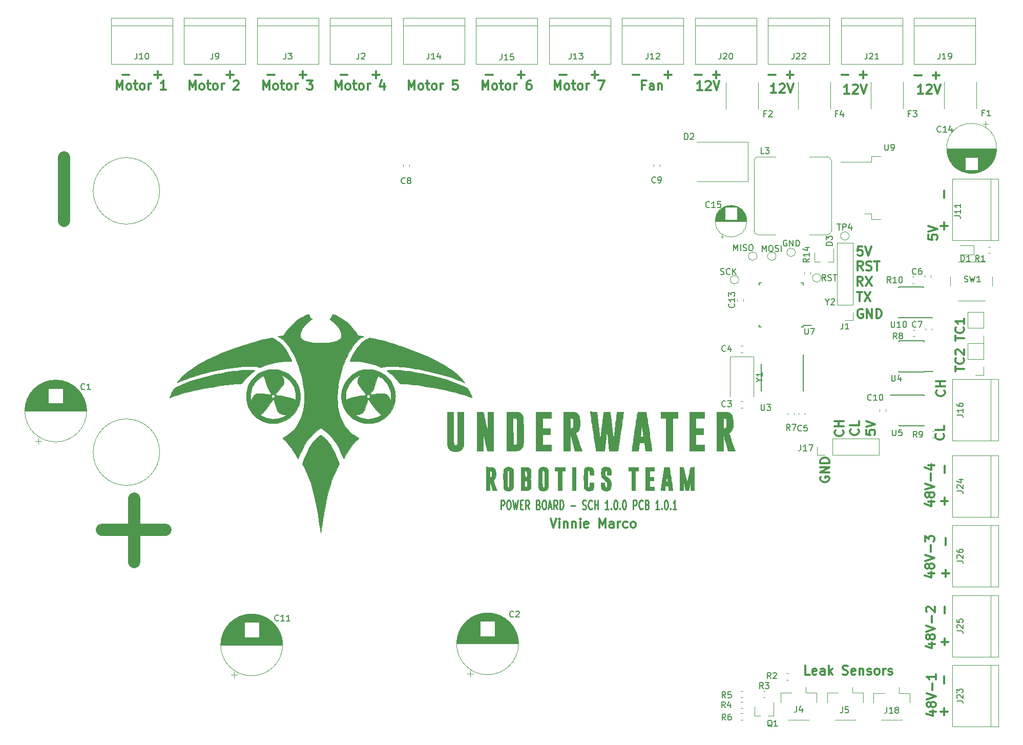
<source format=gbr>
G04 #@! TF.GenerationSoftware,KiCad,Pcbnew,(5.0.1)-3*
G04 #@! TF.CreationDate,2018-11-05T16:43:38-06:00*
G04 #@! TF.ProjectId,power_board,706F7765725F626F6172642E6B696361,rev?*
G04 #@! TF.SameCoordinates,Original*
G04 #@! TF.FileFunction,Legend,Top*
G04 #@! TF.FilePolarity,Positive*
%FSLAX46Y46*%
G04 Gerber Fmt 4.6, Leading zero omitted, Abs format (unit mm)*
G04 Created by KiCad (PCBNEW (5.0.1)-3) date 11/5/2018 4:43:38 PM*
%MOMM*%
%LPD*%
G01*
G04 APERTURE LIST*
%ADD10C,0.150000*%
%ADD11C,0.375000*%
%ADD12C,0.300000*%
%ADD13C,2.000000*%
%ADD14C,0.250000*%
%ADD15C,0.120000*%
%ADD16C,0.200000*%
%ADD17C,0.010000*%
G04 APERTURE END LIST*
D10*
X179486085Y-74725161D02*
X179628942Y-74772780D01*
X179867038Y-74772780D01*
X179962276Y-74725161D01*
X180009895Y-74677542D01*
X180057514Y-74582304D01*
X180057514Y-74487066D01*
X180009895Y-74391828D01*
X179962276Y-74344209D01*
X179867038Y-74296590D01*
X179676561Y-74248971D01*
X179581323Y-74201352D01*
X179533704Y-74153733D01*
X179486085Y-74058495D01*
X179486085Y-73963257D01*
X179533704Y-73868019D01*
X179581323Y-73820400D01*
X179676561Y-73772780D01*
X179914657Y-73772780D01*
X180057514Y-73820400D01*
X181057514Y-74677542D02*
X181009895Y-74725161D01*
X180867038Y-74772780D01*
X180771800Y-74772780D01*
X180628942Y-74725161D01*
X180533704Y-74629923D01*
X180486085Y-74534685D01*
X180438466Y-74344209D01*
X180438466Y-74201352D01*
X180486085Y-74010876D01*
X180533704Y-73915638D01*
X180628942Y-73820400D01*
X180771800Y-73772780D01*
X180867038Y-73772780D01*
X181009895Y-73820400D01*
X181057514Y-73868019D01*
X181486085Y-74772780D02*
X181486085Y-73772780D01*
X182057514Y-74772780D02*
X181628942Y-74201352D01*
X182057514Y-73772780D02*
X181486085Y-74344209D01*
X181638771Y-70835780D02*
X181638771Y-69835780D01*
X181972104Y-70550066D01*
X182305438Y-69835780D01*
X182305438Y-70835780D01*
X182781628Y-70835780D02*
X182781628Y-69835780D01*
X183210200Y-70788161D02*
X183353057Y-70835780D01*
X183591152Y-70835780D01*
X183686390Y-70788161D01*
X183734009Y-70740542D01*
X183781628Y-70645304D01*
X183781628Y-70550066D01*
X183734009Y-70454828D01*
X183686390Y-70407209D01*
X183591152Y-70359590D01*
X183400676Y-70311971D01*
X183305438Y-70264352D01*
X183257819Y-70216733D01*
X183210200Y-70121495D01*
X183210200Y-70026257D01*
X183257819Y-69931019D01*
X183305438Y-69883400D01*
X183400676Y-69835780D01*
X183638771Y-69835780D01*
X183781628Y-69883400D01*
X184400676Y-69835780D02*
X184591152Y-69835780D01*
X184686390Y-69883400D01*
X184781628Y-69978638D01*
X184829247Y-70169114D01*
X184829247Y-70502447D01*
X184781628Y-70692923D01*
X184686390Y-70788161D01*
X184591152Y-70835780D01*
X184400676Y-70835780D01*
X184305438Y-70788161D01*
X184210200Y-70692923D01*
X184162580Y-70502447D01*
X184162580Y-70169114D01*
X184210200Y-69978638D01*
X184305438Y-69883400D01*
X184400676Y-69835780D01*
X186363171Y-70962780D02*
X186363171Y-69962780D01*
X186696504Y-70677066D01*
X187029838Y-69962780D01*
X187029838Y-70962780D01*
X187696504Y-69962780D02*
X187886980Y-69962780D01*
X187982219Y-70010400D01*
X188077457Y-70105638D01*
X188125076Y-70296114D01*
X188125076Y-70629447D01*
X188077457Y-70819923D01*
X187982219Y-70915161D01*
X187886980Y-70962780D01*
X187696504Y-70962780D01*
X187601266Y-70915161D01*
X187506028Y-70819923D01*
X187458409Y-70629447D01*
X187458409Y-70296114D01*
X187506028Y-70105638D01*
X187601266Y-70010400D01*
X187696504Y-69962780D01*
X188506028Y-70915161D02*
X188648885Y-70962780D01*
X188886980Y-70962780D01*
X188982219Y-70915161D01*
X189029838Y-70867542D01*
X189077457Y-70772304D01*
X189077457Y-70677066D01*
X189029838Y-70581828D01*
X188982219Y-70534209D01*
X188886980Y-70486590D01*
X188696504Y-70438971D01*
X188601266Y-70391352D01*
X188553647Y-70343733D01*
X188506028Y-70248495D01*
X188506028Y-70153257D01*
X188553647Y-70058019D01*
X188601266Y-70010400D01*
X188696504Y-69962780D01*
X188934600Y-69962780D01*
X189077457Y-70010400D01*
X189506028Y-70962780D02*
X189506028Y-69962780D01*
X190423895Y-69146800D02*
X190328657Y-69099180D01*
X190185800Y-69099180D01*
X190042942Y-69146800D01*
X189947704Y-69242038D01*
X189900085Y-69337276D01*
X189852466Y-69527752D01*
X189852466Y-69670609D01*
X189900085Y-69861085D01*
X189947704Y-69956323D01*
X190042942Y-70051561D01*
X190185800Y-70099180D01*
X190281038Y-70099180D01*
X190423895Y-70051561D01*
X190471514Y-70003942D01*
X190471514Y-69670609D01*
X190281038Y-69670609D01*
X190900085Y-70099180D02*
X190900085Y-69099180D01*
X191471514Y-70099180D01*
X191471514Y-69099180D01*
X191947704Y-70099180D02*
X191947704Y-69099180D01*
X192185800Y-69099180D01*
X192328657Y-69146800D01*
X192423895Y-69242038D01*
X192471514Y-69337276D01*
X192519133Y-69527752D01*
X192519133Y-69670609D01*
X192471514Y-69861085D01*
X192423895Y-69956323D01*
X192328657Y-70051561D01*
X192185800Y-70099180D01*
X191947704Y-70099180D01*
X196861180Y-75788780D02*
X196527847Y-75312590D01*
X196289752Y-75788780D02*
X196289752Y-74788780D01*
X196670704Y-74788780D01*
X196765942Y-74836400D01*
X196813561Y-74884019D01*
X196861180Y-74979257D01*
X196861180Y-75122114D01*
X196813561Y-75217352D01*
X196765942Y-75264971D01*
X196670704Y-75312590D01*
X196289752Y-75312590D01*
X197242133Y-75741161D02*
X197384990Y-75788780D01*
X197623085Y-75788780D01*
X197718323Y-75741161D01*
X197765942Y-75693542D01*
X197813561Y-75598304D01*
X197813561Y-75503066D01*
X197765942Y-75407828D01*
X197718323Y-75360209D01*
X197623085Y-75312590D01*
X197432609Y-75264971D01*
X197337371Y-75217352D01*
X197289752Y-75169733D01*
X197242133Y-75074495D01*
X197242133Y-74979257D01*
X197289752Y-74884019D01*
X197337371Y-74836400D01*
X197432609Y-74788780D01*
X197670704Y-74788780D01*
X197813561Y-74836400D01*
X198099276Y-74788780D02*
X198670704Y-74788780D01*
X198384990Y-75788780D02*
X198384990Y-74788780D01*
D11*
X218253571Y-90792857D02*
X218253571Y-89935714D01*
X219753571Y-90364285D02*
X218253571Y-90364285D01*
X219610714Y-88578571D02*
X219682142Y-88650000D01*
X219753571Y-88864285D01*
X219753571Y-89007142D01*
X219682142Y-89221428D01*
X219539285Y-89364285D01*
X219396428Y-89435714D01*
X219110714Y-89507142D01*
X218896428Y-89507142D01*
X218610714Y-89435714D01*
X218467857Y-89364285D01*
X218325000Y-89221428D01*
X218253571Y-89007142D01*
X218253571Y-88864285D01*
X218325000Y-88650000D01*
X218396428Y-88578571D01*
X218396428Y-88007142D02*
X218325000Y-87935714D01*
X218253571Y-87792857D01*
X218253571Y-87435714D01*
X218325000Y-87292857D01*
X218396428Y-87221428D01*
X218539285Y-87150000D01*
X218682142Y-87150000D01*
X218896428Y-87221428D01*
X219753571Y-88078571D01*
X219753571Y-87150000D01*
X218253571Y-85712857D02*
X218253571Y-84855714D01*
X219753571Y-85284285D02*
X218253571Y-85284285D01*
X219610714Y-83498571D02*
X219682142Y-83570000D01*
X219753571Y-83784285D01*
X219753571Y-83927142D01*
X219682142Y-84141428D01*
X219539285Y-84284285D01*
X219396428Y-84355714D01*
X219110714Y-84427142D01*
X218896428Y-84427142D01*
X218610714Y-84355714D01*
X218467857Y-84284285D01*
X218325000Y-84141428D01*
X218253571Y-83927142D01*
X218253571Y-83784285D01*
X218325000Y-83570000D01*
X218396428Y-83498571D01*
X219753571Y-82070000D02*
X219753571Y-82927142D01*
X219753571Y-82498571D02*
X218253571Y-82498571D01*
X218467857Y-82641428D01*
X218610714Y-82784285D01*
X218682142Y-82927142D01*
D12*
X151363457Y-115104171D02*
X151863457Y-116604171D01*
X152363457Y-115104171D01*
X152863457Y-116604171D02*
X152863457Y-115604171D01*
X152863457Y-115104171D02*
X152792028Y-115175600D01*
X152863457Y-115247028D01*
X152934885Y-115175600D01*
X152863457Y-115104171D01*
X152863457Y-115247028D01*
X153577742Y-115604171D02*
X153577742Y-116604171D01*
X153577742Y-115747028D02*
X153649171Y-115675600D01*
X153792028Y-115604171D01*
X154006314Y-115604171D01*
X154149171Y-115675600D01*
X154220600Y-115818457D01*
X154220600Y-116604171D01*
X154934885Y-115604171D02*
X154934885Y-116604171D01*
X154934885Y-115747028D02*
X155006314Y-115675600D01*
X155149171Y-115604171D01*
X155363457Y-115604171D01*
X155506314Y-115675600D01*
X155577742Y-115818457D01*
X155577742Y-116604171D01*
X156292028Y-116604171D02*
X156292028Y-115604171D01*
X156292028Y-115104171D02*
X156220600Y-115175600D01*
X156292028Y-115247028D01*
X156363457Y-115175600D01*
X156292028Y-115104171D01*
X156292028Y-115247028D01*
X157577742Y-116532742D02*
X157434885Y-116604171D01*
X157149171Y-116604171D01*
X157006314Y-116532742D01*
X156934885Y-116389885D01*
X156934885Y-115818457D01*
X157006314Y-115675600D01*
X157149171Y-115604171D01*
X157434885Y-115604171D01*
X157577742Y-115675600D01*
X157649171Y-115818457D01*
X157649171Y-115961314D01*
X156934885Y-116104171D01*
X159434885Y-116604171D02*
X159434885Y-115104171D01*
X159934885Y-116175600D01*
X160434885Y-115104171D01*
X160434885Y-116604171D01*
X161792028Y-116604171D02*
X161792028Y-115818457D01*
X161720600Y-115675600D01*
X161577742Y-115604171D01*
X161292028Y-115604171D01*
X161149171Y-115675600D01*
X161792028Y-116532742D02*
X161649171Y-116604171D01*
X161292028Y-116604171D01*
X161149171Y-116532742D01*
X161077742Y-116389885D01*
X161077742Y-116247028D01*
X161149171Y-116104171D01*
X161292028Y-116032742D01*
X161649171Y-116032742D01*
X161792028Y-115961314D01*
X162506314Y-116604171D02*
X162506314Y-115604171D01*
X162506314Y-115889885D02*
X162577742Y-115747028D01*
X162649171Y-115675600D01*
X162792028Y-115604171D01*
X162934885Y-115604171D01*
X164077742Y-116532742D02*
X163934885Y-116604171D01*
X163649171Y-116604171D01*
X163506314Y-116532742D01*
X163434885Y-116461314D01*
X163363457Y-116318457D01*
X163363457Y-115889885D01*
X163434885Y-115747028D01*
X163506314Y-115675600D01*
X163649171Y-115604171D01*
X163934885Y-115604171D01*
X164077742Y-115675600D01*
X164934885Y-116604171D02*
X164792028Y-116532742D01*
X164720600Y-116461314D01*
X164649171Y-116318457D01*
X164649171Y-115889885D01*
X164720600Y-115747028D01*
X164792028Y-115675600D01*
X164934885Y-115604171D01*
X165149171Y-115604171D01*
X165292028Y-115675600D01*
X165363457Y-115747028D01*
X165434885Y-115889885D01*
X165434885Y-116318457D01*
X165363457Y-116461314D01*
X165292028Y-116532742D01*
X165149171Y-116604171D01*
X164934885Y-116604171D01*
D11*
X216491357Y-106386714D02*
X216491357Y-107529571D01*
X216491357Y-111672428D02*
X216491357Y-112815285D01*
X215919928Y-112243857D02*
X217062785Y-112243857D01*
D13*
X70993000Y-65913000D02*
X70993000Y-55372000D01*
X77216000Y-116967000D02*
X87757000Y-116967000D01*
X82550000Y-111760000D02*
X82550000Y-122301000D01*
D11*
X199671714Y-100524428D02*
X199743142Y-100595857D01*
X199814571Y-100810142D01*
X199814571Y-100953000D01*
X199743142Y-101167285D01*
X199600285Y-101310142D01*
X199457428Y-101381571D01*
X199171714Y-101453000D01*
X198957428Y-101453000D01*
X198671714Y-101381571D01*
X198528857Y-101310142D01*
X198386000Y-101167285D01*
X198314571Y-100953000D01*
X198314571Y-100810142D01*
X198386000Y-100595857D01*
X198457428Y-100524428D01*
X199814571Y-99881571D02*
X198314571Y-99881571D01*
X199028857Y-99881571D02*
X199028857Y-99024428D01*
X199814571Y-99024428D02*
X198314571Y-99024428D01*
X202211714Y-100345857D02*
X202283142Y-100417285D01*
X202354571Y-100631571D01*
X202354571Y-100774428D01*
X202283142Y-100988714D01*
X202140285Y-101131571D01*
X201997428Y-101203000D01*
X201711714Y-101274428D01*
X201497428Y-101274428D01*
X201211714Y-101203000D01*
X201068857Y-101131571D01*
X200926000Y-100988714D01*
X200854571Y-100774428D01*
X200854571Y-100631571D01*
X200926000Y-100417285D01*
X200997428Y-100345857D01*
X202354571Y-98988714D02*
X202354571Y-99703000D01*
X200854571Y-99703000D01*
X203521571Y-100488714D02*
X203521571Y-101203000D01*
X204235857Y-101274428D01*
X204164428Y-101203000D01*
X204093000Y-101060142D01*
X204093000Y-100703000D01*
X204164428Y-100560142D01*
X204235857Y-100488714D01*
X204378714Y-100417285D01*
X204735857Y-100417285D01*
X204878714Y-100488714D01*
X204950142Y-100560142D01*
X205021571Y-100703000D01*
X205021571Y-101060142D01*
X204950142Y-101203000D01*
X204878714Y-101274428D01*
X203521571Y-99988714D02*
X205021571Y-99488714D01*
X203521571Y-98988714D01*
X196036500Y-108203857D02*
X195965071Y-108346714D01*
X195965071Y-108561000D01*
X196036500Y-108775285D01*
X196179357Y-108918142D01*
X196322214Y-108989571D01*
X196607928Y-109061000D01*
X196822214Y-109061000D01*
X197107928Y-108989571D01*
X197250785Y-108918142D01*
X197393642Y-108775285D01*
X197465071Y-108561000D01*
X197465071Y-108418142D01*
X197393642Y-108203857D01*
X197322214Y-108132428D01*
X196822214Y-108132428D01*
X196822214Y-108418142D01*
X197465071Y-107489571D02*
X195965071Y-107489571D01*
X197465071Y-106632428D01*
X195965071Y-106632428D01*
X197465071Y-105918142D02*
X195965071Y-105918142D01*
X195965071Y-105561000D01*
X196036500Y-105346714D01*
X196179357Y-105203857D01*
X196322214Y-105132428D01*
X196607928Y-105061000D01*
X196822214Y-105061000D01*
X197107928Y-105132428D01*
X197250785Y-105203857D01*
X197393642Y-105346714D01*
X197465071Y-105561000D01*
X197465071Y-105918142D01*
X202946142Y-80530000D02*
X202803285Y-80458571D01*
X202589000Y-80458571D01*
X202374714Y-80530000D01*
X202231857Y-80672857D01*
X202160428Y-80815714D01*
X202089000Y-81101428D01*
X202089000Y-81315714D01*
X202160428Y-81601428D01*
X202231857Y-81744285D01*
X202374714Y-81887142D01*
X202589000Y-81958571D01*
X202731857Y-81958571D01*
X202946142Y-81887142D01*
X203017571Y-81815714D01*
X203017571Y-81315714D01*
X202731857Y-81315714D01*
X203660428Y-81958571D02*
X203660428Y-80458571D01*
X204517571Y-81958571D01*
X204517571Y-80458571D01*
X205231857Y-81958571D02*
X205231857Y-80458571D01*
X205589000Y-80458571D01*
X205803285Y-80530000D01*
X205946142Y-80672857D01*
X206017571Y-80815714D01*
X206089000Y-81101428D01*
X206089000Y-81315714D01*
X206017571Y-81601428D01*
X205946142Y-81744285D01*
X205803285Y-81887142D01*
X205589000Y-81958571D01*
X205231857Y-81958571D01*
X202057142Y-77664571D02*
X202914285Y-77664571D01*
X202485714Y-79164571D02*
X202485714Y-77664571D01*
X203271428Y-77664571D02*
X204271428Y-79164571D01*
X204271428Y-77664571D02*
X203271428Y-79164571D01*
X202950000Y-76624571D02*
X202450000Y-75910285D01*
X202092857Y-76624571D02*
X202092857Y-75124571D01*
X202664285Y-75124571D01*
X202807142Y-75196000D01*
X202878571Y-75267428D01*
X202950000Y-75410285D01*
X202950000Y-75624571D01*
X202878571Y-75767428D01*
X202807142Y-75838857D01*
X202664285Y-75910285D01*
X202092857Y-75910285D01*
X203450000Y-75124571D02*
X204450000Y-76624571D01*
X204450000Y-75124571D02*
X203450000Y-76624571D01*
X203013571Y-74084571D02*
X202513571Y-73370285D01*
X202156428Y-74084571D02*
X202156428Y-72584571D01*
X202727857Y-72584571D01*
X202870714Y-72656000D01*
X202942142Y-72727428D01*
X203013571Y-72870285D01*
X203013571Y-73084571D01*
X202942142Y-73227428D01*
X202870714Y-73298857D01*
X202727857Y-73370285D01*
X202156428Y-73370285D01*
X203585000Y-74013142D02*
X203799285Y-74084571D01*
X204156428Y-74084571D01*
X204299285Y-74013142D01*
X204370714Y-73941714D01*
X204442142Y-73798857D01*
X204442142Y-73656000D01*
X204370714Y-73513142D01*
X204299285Y-73441714D01*
X204156428Y-73370285D01*
X203870714Y-73298857D01*
X203727857Y-73227428D01*
X203656428Y-73156000D01*
X203585000Y-73013142D01*
X203585000Y-72870285D01*
X203656428Y-72727428D01*
X203727857Y-72656000D01*
X203870714Y-72584571D01*
X204227857Y-72584571D01*
X204442142Y-72656000D01*
X204870714Y-72584571D02*
X205727857Y-72584571D01*
X205299285Y-74084571D02*
X205299285Y-72584571D01*
X202914285Y-70171571D02*
X202200000Y-70171571D01*
X202128571Y-70885857D01*
X202200000Y-70814428D01*
X202342857Y-70743000D01*
X202700000Y-70743000D01*
X202842857Y-70814428D01*
X202914285Y-70885857D01*
X202985714Y-71028714D01*
X202985714Y-71385857D01*
X202914285Y-71528714D01*
X202842857Y-71600142D01*
X202700000Y-71671571D01*
X202342857Y-71671571D01*
X202200000Y-71600142D01*
X202128571Y-71528714D01*
X203414285Y-70171571D02*
X203914285Y-71671571D01*
X204414285Y-70171571D01*
X213808571Y-68230714D02*
X213808571Y-68945000D01*
X214522857Y-69016428D01*
X214451428Y-68945000D01*
X214380000Y-68802142D01*
X214380000Y-68445000D01*
X214451428Y-68302142D01*
X214522857Y-68230714D01*
X214665714Y-68159285D01*
X215022857Y-68159285D01*
X215165714Y-68230714D01*
X215237142Y-68302142D01*
X215308571Y-68445000D01*
X215308571Y-68802142D01*
X215237142Y-68945000D01*
X215165714Y-69016428D01*
X213808571Y-67730714D02*
X215308571Y-67230714D01*
X213808571Y-66730714D01*
X216427857Y-60920714D02*
X216427857Y-62063571D01*
X216427857Y-66206428D02*
X216427857Y-67349285D01*
X215856428Y-66777857D02*
X216999285Y-66777857D01*
X216308714Y-101107857D02*
X216380142Y-101179285D01*
X216451571Y-101393571D01*
X216451571Y-101536428D01*
X216380142Y-101750714D01*
X216237285Y-101893571D01*
X216094428Y-101965000D01*
X215808714Y-102036428D01*
X215594428Y-102036428D01*
X215308714Y-101965000D01*
X215165857Y-101893571D01*
X215023000Y-101750714D01*
X214951571Y-101536428D01*
X214951571Y-101393571D01*
X215023000Y-101179285D01*
X215094428Y-101107857D01*
X216451571Y-99750714D02*
X216451571Y-100465000D01*
X214951571Y-100465000D01*
X216435714Y-93920428D02*
X216507142Y-93991857D01*
X216578571Y-94206142D01*
X216578571Y-94349000D01*
X216507142Y-94563285D01*
X216364285Y-94706142D01*
X216221428Y-94777571D01*
X215935714Y-94849000D01*
X215721428Y-94849000D01*
X215435714Y-94777571D01*
X215292857Y-94706142D01*
X215150000Y-94563285D01*
X215078571Y-94349000D01*
X215078571Y-94206142D01*
X215150000Y-93991857D01*
X215221428Y-93920428D01*
X216578571Y-93277571D02*
X215078571Y-93277571D01*
X215792857Y-93277571D02*
X215792857Y-92420428D01*
X216578571Y-92420428D02*
X215078571Y-92420428D01*
X194231428Y-140886571D02*
X193517142Y-140886571D01*
X193517142Y-139386571D01*
X195302857Y-140815142D02*
X195160000Y-140886571D01*
X194874285Y-140886571D01*
X194731428Y-140815142D01*
X194660000Y-140672285D01*
X194660000Y-140100857D01*
X194731428Y-139958000D01*
X194874285Y-139886571D01*
X195160000Y-139886571D01*
X195302857Y-139958000D01*
X195374285Y-140100857D01*
X195374285Y-140243714D01*
X194660000Y-140386571D01*
X196660000Y-140886571D02*
X196660000Y-140100857D01*
X196588571Y-139958000D01*
X196445714Y-139886571D01*
X196160000Y-139886571D01*
X196017142Y-139958000D01*
X196660000Y-140815142D02*
X196517142Y-140886571D01*
X196160000Y-140886571D01*
X196017142Y-140815142D01*
X195945714Y-140672285D01*
X195945714Y-140529428D01*
X196017142Y-140386571D01*
X196160000Y-140315142D01*
X196517142Y-140315142D01*
X196660000Y-140243714D01*
X197374285Y-140886571D02*
X197374285Y-139386571D01*
X197517142Y-140315142D02*
X197945714Y-140886571D01*
X197945714Y-139886571D02*
X197374285Y-140458000D01*
X199660000Y-140815142D02*
X199874285Y-140886571D01*
X200231428Y-140886571D01*
X200374285Y-140815142D01*
X200445714Y-140743714D01*
X200517142Y-140600857D01*
X200517142Y-140458000D01*
X200445714Y-140315142D01*
X200374285Y-140243714D01*
X200231428Y-140172285D01*
X199945714Y-140100857D01*
X199802857Y-140029428D01*
X199731428Y-139958000D01*
X199660000Y-139815142D01*
X199660000Y-139672285D01*
X199731428Y-139529428D01*
X199802857Y-139458000D01*
X199945714Y-139386571D01*
X200302857Y-139386571D01*
X200517142Y-139458000D01*
X201731428Y-140815142D02*
X201588571Y-140886571D01*
X201302857Y-140886571D01*
X201160000Y-140815142D01*
X201088571Y-140672285D01*
X201088571Y-140100857D01*
X201160000Y-139958000D01*
X201302857Y-139886571D01*
X201588571Y-139886571D01*
X201731428Y-139958000D01*
X201802857Y-140100857D01*
X201802857Y-140243714D01*
X201088571Y-140386571D01*
X202445714Y-139886571D02*
X202445714Y-140886571D01*
X202445714Y-140029428D02*
X202517142Y-139958000D01*
X202660000Y-139886571D01*
X202874285Y-139886571D01*
X203017142Y-139958000D01*
X203088571Y-140100857D01*
X203088571Y-140886571D01*
X203731428Y-140815142D02*
X203874285Y-140886571D01*
X204160000Y-140886571D01*
X204302857Y-140815142D01*
X204374285Y-140672285D01*
X204374285Y-140600857D01*
X204302857Y-140458000D01*
X204160000Y-140386571D01*
X203945714Y-140386571D01*
X203802857Y-140315142D01*
X203731428Y-140172285D01*
X203731428Y-140100857D01*
X203802857Y-139958000D01*
X203945714Y-139886571D01*
X204160000Y-139886571D01*
X204302857Y-139958000D01*
X205231428Y-140886571D02*
X205088571Y-140815142D01*
X205017142Y-140743714D01*
X204945714Y-140600857D01*
X204945714Y-140172285D01*
X205017142Y-140029428D01*
X205088571Y-139958000D01*
X205231428Y-139886571D01*
X205445714Y-139886571D01*
X205588571Y-139958000D01*
X205660000Y-140029428D01*
X205731428Y-140172285D01*
X205731428Y-140600857D01*
X205660000Y-140743714D01*
X205588571Y-140815142D01*
X205445714Y-140886571D01*
X205231428Y-140886571D01*
X206374285Y-140886571D02*
X206374285Y-139886571D01*
X206374285Y-140172285D02*
X206445714Y-140029428D01*
X206517142Y-139958000D01*
X206660000Y-139886571D01*
X206802857Y-139886571D01*
X207231428Y-140815142D02*
X207374285Y-140886571D01*
X207660000Y-140886571D01*
X207802857Y-140815142D01*
X207874285Y-140672285D01*
X207874285Y-140600857D01*
X207802857Y-140458000D01*
X207660000Y-140386571D01*
X207445714Y-140386571D01*
X207302857Y-140315142D01*
X207231428Y-140172285D01*
X207231428Y-140100857D01*
X207302857Y-139958000D01*
X207445714Y-139886571D01*
X207660000Y-139886571D01*
X207802857Y-139958000D01*
X212939428Y-44874571D02*
X212082285Y-44874571D01*
X212510857Y-44874571D02*
X212510857Y-43374571D01*
X212368000Y-43588857D01*
X212225142Y-43731714D01*
X212082285Y-43803142D01*
X213510857Y-43517428D02*
X213582285Y-43446000D01*
X213725142Y-43374571D01*
X214082285Y-43374571D01*
X214225142Y-43446000D01*
X214296571Y-43517428D01*
X214368000Y-43660285D01*
X214368000Y-43803142D01*
X214296571Y-44017428D01*
X213439428Y-44874571D01*
X214368000Y-44874571D01*
X214796571Y-43374571D02*
X215296571Y-44874571D01*
X215796571Y-43374571D01*
X200747428Y-44874571D02*
X199890285Y-44874571D01*
X200318857Y-44874571D02*
X200318857Y-43374571D01*
X200176000Y-43588857D01*
X200033142Y-43731714D01*
X199890285Y-43803142D01*
X201318857Y-43517428D02*
X201390285Y-43446000D01*
X201533142Y-43374571D01*
X201890285Y-43374571D01*
X202033142Y-43446000D01*
X202104571Y-43517428D01*
X202176000Y-43660285D01*
X202176000Y-43803142D01*
X202104571Y-44017428D01*
X201247428Y-44874571D01*
X202176000Y-44874571D01*
X202604571Y-43374571D02*
X203104571Y-44874571D01*
X203604571Y-43374571D01*
X188682428Y-44747571D02*
X187825285Y-44747571D01*
X188253857Y-44747571D02*
X188253857Y-43247571D01*
X188111000Y-43461857D01*
X187968142Y-43604714D01*
X187825285Y-43676142D01*
X189253857Y-43390428D02*
X189325285Y-43319000D01*
X189468142Y-43247571D01*
X189825285Y-43247571D01*
X189968142Y-43319000D01*
X190039571Y-43390428D01*
X190111000Y-43533285D01*
X190111000Y-43676142D01*
X190039571Y-43890428D01*
X189182428Y-44747571D01*
X190111000Y-44747571D01*
X190539571Y-43247571D02*
X191039571Y-44747571D01*
X191539571Y-43247571D01*
X176439628Y-44290371D02*
X175582485Y-44290371D01*
X176011057Y-44290371D02*
X176011057Y-42790371D01*
X175868200Y-43004657D01*
X175725342Y-43147514D01*
X175582485Y-43218942D01*
X177011057Y-42933228D02*
X177082485Y-42861800D01*
X177225342Y-42790371D01*
X177582485Y-42790371D01*
X177725342Y-42861800D01*
X177796771Y-42933228D01*
X177868200Y-43076085D01*
X177868200Y-43218942D01*
X177796771Y-43433228D01*
X176939628Y-44290371D01*
X177868200Y-44290371D01*
X178296771Y-42790371D02*
X178796771Y-44290371D01*
X179296771Y-42790371D01*
X167005142Y-43453857D02*
X166505142Y-43453857D01*
X166505142Y-44239571D02*
X166505142Y-42739571D01*
X167219428Y-42739571D01*
X168433714Y-44239571D02*
X168433714Y-43453857D01*
X168362285Y-43311000D01*
X168219428Y-43239571D01*
X167933714Y-43239571D01*
X167790857Y-43311000D01*
X168433714Y-44168142D02*
X168290857Y-44239571D01*
X167933714Y-44239571D01*
X167790857Y-44168142D01*
X167719428Y-44025285D01*
X167719428Y-43882428D01*
X167790857Y-43739571D01*
X167933714Y-43668142D01*
X168290857Y-43668142D01*
X168433714Y-43596714D01*
X169148000Y-43239571D02*
X169148000Y-44239571D01*
X169148000Y-43382428D02*
X169219428Y-43311000D01*
X169362285Y-43239571D01*
X169576571Y-43239571D01*
X169719428Y-43311000D01*
X169790857Y-43453857D01*
X169790857Y-44239571D01*
X152047285Y-44239571D02*
X152047285Y-42739571D01*
X152547285Y-43811000D01*
X153047285Y-42739571D01*
X153047285Y-44239571D01*
X153975857Y-44239571D02*
X153833000Y-44168142D01*
X153761571Y-44096714D01*
X153690142Y-43953857D01*
X153690142Y-43525285D01*
X153761571Y-43382428D01*
X153833000Y-43311000D01*
X153975857Y-43239571D01*
X154190142Y-43239571D01*
X154333000Y-43311000D01*
X154404428Y-43382428D01*
X154475857Y-43525285D01*
X154475857Y-43953857D01*
X154404428Y-44096714D01*
X154333000Y-44168142D01*
X154190142Y-44239571D01*
X153975857Y-44239571D01*
X154904428Y-43239571D02*
X155475857Y-43239571D01*
X155118714Y-42739571D02*
X155118714Y-44025285D01*
X155190142Y-44168142D01*
X155333000Y-44239571D01*
X155475857Y-44239571D01*
X156190142Y-44239571D02*
X156047285Y-44168142D01*
X155975857Y-44096714D01*
X155904428Y-43953857D01*
X155904428Y-43525285D01*
X155975857Y-43382428D01*
X156047285Y-43311000D01*
X156190142Y-43239571D01*
X156404428Y-43239571D01*
X156547285Y-43311000D01*
X156618714Y-43382428D01*
X156690142Y-43525285D01*
X156690142Y-43953857D01*
X156618714Y-44096714D01*
X156547285Y-44168142D01*
X156404428Y-44239571D01*
X156190142Y-44239571D01*
X157333000Y-44239571D02*
X157333000Y-43239571D01*
X157333000Y-43525285D02*
X157404428Y-43382428D01*
X157475857Y-43311000D01*
X157618714Y-43239571D01*
X157761571Y-43239571D01*
X159261571Y-42739571D02*
X160261571Y-42739571D01*
X159618714Y-44239571D01*
X140109285Y-44239571D02*
X140109285Y-42739571D01*
X140609285Y-43811000D01*
X141109285Y-42739571D01*
X141109285Y-44239571D01*
X142037857Y-44239571D02*
X141895000Y-44168142D01*
X141823571Y-44096714D01*
X141752142Y-43953857D01*
X141752142Y-43525285D01*
X141823571Y-43382428D01*
X141895000Y-43311000D01*
X142037857Y-43239571D01*
X142252142Y-43239571D01*
X142395000Y-43311000D01*
X142466428Y-43382428D01*
X142537857Y-43525285D01*
X142537857Y-43953857D01*
X142466428Y-44096714D01*
X142395000Y-44168142D01*
X142252142Y-44239571D01*
X142037857Y-44239571D01*
X142966428Y-43239571D02*
X143537857Y-43239571D01*
X143180714Y-42739571D02*
X143180714Y-44025285D01*
X143252142Y-44168142D01*
X143395000Y-44239571D01*
X143537857Y-44239571D01*
X144252142Y-44239571D02*
X144109285Y-44168142D01*
X144037857Y-44096714D01*
X143966428Y-43953857D01*
X143966428Y-43525285D01*
X144037857Y-43382428D01*
X144109285Y-43311000D01*
X144252142Y-43239571D01*
X144466428Y-43239571D01*
X144609285Y-43311000D01*
X144680714Y-43382428D01*
X144752142Y-43525285D01*
X144752142Y-43953857D01*
X144680714Y-44096714D01*
X144609285Y-44168142D01*
X144466428Y-44239571D01*
X144252142Y-44239571D01*
X145395000Y-44239571D02*
X145395000Y-43239571D01*
X145395000Y-43525285D02*
X145466428Y-43382428D01*
X145537857Y-43311000D01*
X145680714Y-43239571D01*
X145823571Y-43239571D01*
X148109285Y-42739571D02*
X147823571Y-42739571D01*
X147680714Y-42811000D01*
X147609285Y-42882428D01*
X147466428Y-43096714D01*
X147395000Y-43382428D01*
X147395000Y-43953857D01*
X147466428Y-44096714D01*
X147537857Y-44168142D01*
X147680714Y-44239571D01*
X147966428Y-44239571D01*
X148109285Y-44168142D01*
X148180714Y-44096714D01*
X148252142Y-43953857D01*
X148252142Y-43596714D01*
X148180714Y-43453857D01*
X148109285Y-43382428D01*
X147966428Y-43311000D01*
X147680714Y-43311000D01*
X147537857Y-43382428D01*
X147466428Y-43453857D01*
X147395000Y-43596714D01*
X127917285Y-44239571D02*
X127917285Y-42739571D01*
X128417285Y-43811000D01*
X128917285Y-42739571D01*
X128917285Y-44239571D01*
X129845857Y-44239571D02*
X129703000Y-44168142D01*
X129631571Y-44096714D01*
X129560142Y-43953857D01*
X129560142Y-43525285D01*
X129631571Y-43382428D01*
X129703000Y-43311000D01*
X129845857Y-43239571D01*
X130060142Y-43239571D01*
X130203000Y-43311000D01*
X130274428Y-43382428D01*
X130345857Y-43525285D01*
X130345857Y-43953857D01*
X130274428Y-44096714D01*
X130203000Y-44168142D01*
X130060142Y-44239571D01*
X129845857Y-44239571D01*
X130774428Y-43239571D02*
X131345857Y-43239571D01*
X130988714Y-42739571D02*
X130988714Y-44025285D01*
X131060142Y-44168142D01*
X131203000Y-44239571D01*
X131345857Y-44239571D01*
X132060142Y-44239571D02*
X131917285Y-44168142D01*
X131845857Y-44096714D01*
X131774428Y-43953857D01*
X131774428Y-43525285D01*
X131845857Y-43382428D01*
X131917285Y-43311000D01*
X132060142Y-43239571D01*
X132274428Y-43239571D01*
X132417285Y-43311000D01*
X132488714Y-43382428D01*
X132560142Y-43525285D01*
X132560142Y-43953857D01*
X132488714Y-44096714D01*
X132417285Y-44168142D01*
X132274428Y-44239571D01*
X132060142Y-44239571D01*
X133203000Y-44239571D02*
X133203000Y-43239571D01*
X133203000Y-43525285D02*
X133274428Y-43382428D01*
X133345857Y-43311000D01*
X133488714Y-43239571D01*
X133631571Y-43239571D01*
X135988714Y-42739571D02*
X135274428Y-42739571D01*
X135203000Y-43453857D01*
X135274428Y-43382428D01*
X135417285Y-43311000D01*
X135774428Y-43311000D01*
X135917285Y-43382428D01*
X135988714Y-43453857D01*
X136060142Y-43596714D01*
X136060142Y-43953857D01*
X135988714Y-44096714D01*
X135917285Y-44168142D01*
X135774428Y-44239571D01*
X135417285Y-44239571D01*
X135274428Y-44168142D01*
X135203000Y-44096714D01*
X115852285Y-44239571D02*
X115852285Y-42739571D01*
X116352285Y-43811000D01*
X116852285Y-42739571D01*
X116852285Y-44239571D01*
X117780857Y-44239571D02*
X117638000Y-44168142D01*
X117566571Y-44096714D01*
X117495142Y-43953857D01*
X117495142Y-43525285D01*
X117566571Y-43382428D01*
X117638000Y-43311000D01*
X117780857Y-43239571D01*
X117995142Y-43239571D01*
X118138000Y-43311000D01*
X118209428Y-43382428D01*
X118280857Y-43525285D01*
X118280857Y-43953857D01*
X118209428Y-44096714D01*
X118138000Y-44168142D01*
X117995142Y-44239571D01*
X117780857Y-44239571D01*
X118709428Y-43239571D02*
X119280857Y-43239571D01*
X118923714Y-42739571D02*
X118923714Y-44025285D01*
X118995142Y-44168142D01*
X119138000Y-44239571D01*
X119280857Y-44239571D01*
X119995142Y-44239571D02*
X119852285Y-44168142D01*
X119780857Y-44096714D01*
X119709428Y-43953857D01*
X119709428Y-43525285D01*
X119780857Y-43382428D01*
X119852285Y-43311000D01*
X119995142Y-43239571D01*
X120209428Y-43239571D01*
X120352285Y-43311000D01*
X120423714Y-43382428D01*
X120495142Y-43525285D01*
X120495142Y-43953857D01*
X120423714Y-44096714D01*
X120352285Y-44168142D01*
X120209428Y-44239571D01*
X119995142Y-44239571D01*
X121138000Y-44239571D02*
X121138000Y-43239571D01*
X121138000Y-43525285D02*
X121209428Y-43382428D01*
X121280857Y-43311000D01*
X121423714Y-43239571D01*
X121566571Y-43239571D01*
X123852285Y-43239571D02*
X123852285Y-44239571D01*
X123495142Y-42668142D02*
X123138000Y-43739571D01*
X124066571Y-43739571D01*
X103914285Y-44239571D02*
X103914285Y-42739571D01*
X104414285Y-43811000D01*
X104914285Y-42739571D01*
X104914285Y-44239571D01*
X105842857Y-44239571D02*
X105700000Y-44168142D01*
X105628571Y-44096714D01*
X105557142Y-43953857D01*
X105557142Y-43525285D01*
X105628571Y-43382428D01*
X105700000Y-43311000D01*
X105842857Y-43239571D01*
X106057142Y-43239571D01*
X106200000Y-43311000D01*
X106271428Y-43382428D01*
X106342857Y-43525285D01*
X106342857Y-43953857D01*
X106271428Y-44096714D01*
X106200000Y-44168142D01*
X106057142Y-44239571D01*
X105842857Y-44239571D01*
X106771428Y-43239571D02*
X107342857Y-43239571D01*
X106985714Y-42739571D02*
X106985714Y-44025285D01*
X107057142Y-44168142D01*
X107200000Y-44239571D01*
X107342857Y-44239571D01*
X108057142Y-44239571D02*
X107914285Y-44168142D01*
X107842857Y-44096714D01*
X107771428Y-43953857D01*
X107771428Y-43525285D01*
X107842857Y-43382428D01*
X107914285Y-43311000D01*
X108057142Y-43239571D01*
X108271428Y-43239571D01*
X108414285Y-43311000D01*
X108485714Y-43382428D01*
X108557142Y-43525285D01*
X108557142Y-43953857D01*
X108485714Y-44096714D01*
X108414285Y-44168142D01*
X108271428Y-44239571D01*
X108057142Y-44239571D01*
X109200000Y-44239571D02*
X109200000Y-43239571D01*
X109200000Y-43525285D02*
X109271428Y-43382428D01*
X109342857Y-43311000D01*
X109485714Y-43239571D01*
X109628571Y-43239571D01*
X111128571Y-42739571D02*
X112057142Y-42739571D01*
X111557142Y-43311000D01*
X111771428Y-43311000D01*
X111914285Y-43382428D01*
X111985714Y-43453857D01*
X112057142Y-43596714D01*
X112057142Y-43953857D01*
X111985714Y-44096714D01*
X111914285Y-44168142D01*
X111771428Y-44239571D01*
X111342857Y-44239571D01*
X111200000Y-44168142D01*
X111128571Y-44096714D01*
X91722285Y-44239571D02*
X91722285Y-42739571D01*
X92222285Y-43811000D01*
X92722285Y-42739571D01*
X92722285Y-44239571D01*
X93650857Y-44239571D02*
X93508000Y-44168142D01*
X93436571Y-44096714D01*
X93365142Y-43953857D01*
X93365142Y-43525285D01*
X93436571Y-43382428D01*
X93508000Y-43311000D01*
X93650857Y-43239571D01*
X93865142Y-43239571D01*
X94008000Y-43311000D01*
X94079428Y-43382428D01*
X94150857Y-43525285D01*
X94150857Y-43953857D01*
X94079428Y-44096714D01*
X94008000Y-44168142D01*
X93865142Y-44239571D01*
X93650857Y-44239571D01*
X94579428Y-43239571D02*
X95150857Y-43239571D01*
X94793714Y-42739571D02*
X94793714Y-44025285D01*
X94865142Y-44168142D01*
X95008000Y-44239571D01*
X95150857Y-44239571D01*
X95865142Y-44239571D02*
X95722285Y-44168142D01*
X95650857Y-44096714D01*
X95579428Y-43953857D01*
X95579428Y-43525285D01*
X95650857Y-43382428D01*
X95722285Y-43311000D01*
X95865142Y-43239571D01*
X96079428Y-43239571D01*
X96222285Y-43311000D01*
X96293714Y-43382428D01*
X96365142Y-43525285D01*
X96365142Y-43953857D01*
X96293714Y-44096714D01*
X96222285Y-44168142D01*
X96079428Y-44239571D01*
X95865142Y-44239571D01*
X97008000Y-44239571D02*
X97008000Y-43239571D01*
X97008000Y-43525285D02*
X97079428Y-43382428D01*
X97150857Y-43311000D01*
X97293714Y-43239571D01*
X97436571Y-43239571D01*
X99008000Y-42882428D02*
X99079428Y-42811000D01*
X99222285Y-42739571D01*
X99579428Y-42739571D01*
X99722285Y-42811000D01*
X99793714Y-42882428D01*
X99865142Y-43025285D01*
X99865142Y-43168142D01*
X99793714Y-43382428D01*
X98936571Y-44239571D01*
X99865142Y-44239571D01*
X79657285Y-44239571D02*
X79657285Y-42739571D01*
X80157285Y-43811000D01*
X80657285Y-42739571D01*
X80657285Y-44239571D01*
X81585857Y-44239571D02*
X81443000Y-44168142D01*
X81371571Y-44096714D01*
X81300142Y-43953857D01*
X81300142Y-43525285D01*
X81371571Y-43382428D01*
X81443000Y-43311000D01*
X81585857Y-43239571D01*
X81800142Y-43239571D01*
X81943000Y-43311000D01*
X82014428Y-43382428D01*
X82085857Y-43525285D01*
X82085857Y-43953857D01*
X82014428Y-44096714D01*
X81943000Y-44168142D01*
X81800142Y-44239571D01*
X81585857Y-44239571D01*
X82514428Y-43239571D02*
X83085857Y-43239571D01*
X82728714Y-42739571D02*
X82728714Y-44025285D01*
X82800142Y-44168142D01*
X82943000Y-44239571D01*
X83085857Y-44239571D01*
X83800142Y-44239571D02*
X83657285Y-44168142D01*
X83585857Y-44096714D01*
X83514428Y-43953857D01*
X83514428Y-43525285D01*
X83585857Y-43382428D01*
X83657285Y-43311000D01*
X83800142Y-43239571D01*
X84014428Y-43239571D01*
X84157285Y-43311000D01*
X84228714Y-43382428D01*
X84300142Y-43525285D01*
X84300142Y-43953857D01*
X84228714Y-44096714D01*
X84157285Y-44168142D01*
X84014428Y-44239571D01*
X83800142Y-44239571D01*
X84943000Y-44239571D02*
X84943000Y-43239571D01*
X84943000Y-43525285D02*
X85014428Y-43382428D01*
X85085857Y-43311000D01*
X85228714Y-43239571D01*
X85371571Y-43239571D01*
X87800142Y-44239571D02*
X86943000Y-44239571D01*
X87371571Y-44239571D02*
X87371571Y-42739571D01*
X87228714Y-42953857D01*
X87085857Y-43096714D01*
X86943000Y-43168142D01*
X80605714Y-41763142D02*
X81748571Y-41763142D01*
X85891428Y-41763142D02*
X87034285Y-41763142D01*
X86462857Y-42334571D02*
X86462857Y-41191714D01*
X92543714Y-41763142D02*
X93686571Y-41763142D01*
X97829428Y-41763142D02*
X98972285Y-41763142D01*
X98400857Y-42334571D02*
X98400857Y-41191714D01*
X104608714Y-41763142D02*
X105751571Y-41763142D01*
X109894428Y-41763142D02*
X111037285Y-41763142D01*
X110465857Y-42334571D02*
X110465857Y-41191714D01*
X116673714Y-41763142D02*
X117816571Y-41763142D01*
X121959428Y-41763142D02*
X123102285Y-41763142D01*
X122530857Y-42334571D02*
X122530857Y-41191714D01*
X140676714Y-41763142D02*
X141819571Y-41763142D01*
X145962428Y-41763142D02*
X147105285Y-41763142D01*
X146533857Y-42334571D02*
X146533857Y-41191714D01*
X152868714Y-41763142D02*
X154011571Y-41763142D01*
X158154428Y-41763142D02*
X159297285Y-41763142D01*
X158725857Y-42334571D02*
X158725857Y-41191714D01*
X164933714Y-41763142D02*
X166076571Y-41763142D01*
X170219428Y-41763142D02*
X171362285Y-41763142D01*
X170790857Y-42334571D02*
X170790857Y-41191714D01*
X175220571Y-41788542D02*
X176363428Y-41788542D01*
X178220571Y-41788542D02*
X179363428Y-41788542D01*
X178792000Y-42359971D02*
X178792000Y-41217114D01*
X187412571Y-41763142D02*
X188555428Y-41763142D01*
X190412571Y-41763142D02*
X191555428Y-41763142D01*
X190984000Y-42334571D02*
X190984000Y-41191714D01*
X199477571Y-41763142D02*
X200620428Y-41763142D01*
X202477571Y-41763142D02*
X203620428Y-41763142D01*
X203049000Y-42334571D02*
X203049000Y-41191714D01*
X211542571Y-41890142D02*
X212685428Y-41890142D01*
X214542571Y-41890142D02*
X215685428Y-41890142D01*
X215114000Y-42461571D02*
X215114000Y-41318714D01*
X216427857Y-141184714D02*
X216427857Y-142327571D01*
X216427857Y-146470428D02*
X216427857Y-147613285D01*
X215856428Y-147041857D02*
X216999285Y-147041857D01*
X216554857Y-129627714D02*
X216554857Y-130770571D01*
X216554857Y-134913428D02*
X216554857Y-136056285D01*
X215983428Y-135484857D02*
X217126285Y-135484857D01*
X216681857Y-118324714D02*
X216681857Y-119467571D01*
X216681857Y-123610428D02*
X216681857Y-124753285D01*
X216110428Y-124181857D02*
X217253285Y-124181857D01*
X213800571Y-112315285D02*
X214800571Y-112315285D01*
X213229142Y-112672428D02*
X214300571Y-113029571D01*
X214300571Y-112101000D01*
X213943428Y-111315285D02*
X213872000Y-111458142D01*
X213800571Y-111529571D01*
X213657714Y-111601000D01*
X213586285Y-111601000D01*
X213443428Y-111529571D01*
X213372000Y-111458142D01*
X213300571Y-111315285D01*
X213300571Y-111029571D01*
X213372000Y-110886714D01*
X213443428Y-110815285D01*
X213586285Y-110743857D01*
X213657714Y-110743857D01*
X213800571Y-110815285D01*
X213872000Y-110886714D01*
X213943428Y-111029571D01*
X213943428Y-111315285D01*
X214014857Y-111458142D01*
X214086285Y-111529571D01*
X214229142Y-111601000D01*
X214514857Y-111601000D01*
X214657714Y-111529571D01*
X214729142Y-111458142D01*
X214800571Y-111315285D01*
X214800571Y-111029571D01*
X214729142Y-110886714D01*
X214657714Y-110815285D01*
X214514857Y-110743857D01*
X214229142Y-110743857D01*
X214086285Y-110815285D01*
X214014857Y-110886714D01*
X213943428Y-111029571D01*
X213300571Y-110315285D02*
X214800571Y-109815285D01*
X213300571Y-109315285D01*
X214229142Y-108815285D02*
X214229142Y-107672428D01*
X213800571Y-106315285D02*
X214800571Y-106315285D01*
X213229142Y-106672428D02*
X214300571Y-107029571D01*
X214300571Y-106101000D01*
X213800571Y-124126285D02*
X214800571Y-124126285D01*
X213229142Y-124483428D02*
X214300571Y-124840571D01*
X214300571Y-123912000D01*
X213943428Y-123126285D02*
X213872000Y-123269142D01*
X213800571Y-123340571D01*
X213657714Y-123412000D01*
X213586285Y-123412000D01*
X213443428Y-123340571D01*
X213372000Y-123269142D01*
X213300571Y-123126285D01*
X213300571Y-122840571D01*
X213372000Y-122697714D01*
X213443428Y-122626285D01*
X213586285Y-122554857D01*
X213657714Y-122554857D01*
X213800571Y-122626285D01*
X213872000Y-122697714D01*
X213943428Y-122840571D01*
X213943428Y-123126285D01*
X214014857Y-123269142D01*
X214086285Y-123340571D01*
X214229142Y-123412000D01*
X214514857Y-123412000D01*
X214657714Y-123340571D01*
X214729142Y-123269142D01*
X214800571Y-123126285D01*
X214800571Y-122840571D01*
X214729142Y-122697714D01*
X214657714Y-122626285D01*
X214514857Y-122554857D01*
X214229142Y-122554857D01*
X214086285Y-122626285D01*
X214014857Y-122697714D01*
X213943428Y-122840571D01*
X213300571Y-122126285D02*
X214800571Y-121626285D01*
X213300571Y-121126285D01*
X214229142Y-120626285D02*
X214229142Y-119483428D01*
X213300571Y-118912000D02*
X213300571Y-117983428D01*
X213872000Y-118483428D01*
X213872000Y-118269142D01*
X213943428Y-118126285D01*
X214014857Y-118054857D01*
X214157714Y-117983428D01*
X214514857Y-117983428D01*
X214657714Y-118054857D01*
X214729142Y-118126285D01*
X214800571Y-118269142D01*
X214800571Y-118697714D01*
X214729142Y-118840571D01*
X214657714Y-118912000D01*
X213927571Y-135810285D02*
X214927571Y-135810285D01*
X213356142Y-136167428D02*
X214427571Y-136524571D01*
X214427571Y-135596000D01*
X214070428Y-134810285D02*
X213999000Y-134953142D01*
X213927571Y-135024571D01*
X213784714Y-135096000D01*
X213713285Y-135096000D01*
X213570428Y-135024571D01*
X213499000Y-134953142D01*
X213427571Y-134810285D01*
X213427571Y-134524571D01*
X213499000Y-134381714D01*
X213570428Y-134310285D01*
X213713285Y-134238857D01*
X213784714Y-134238857D01*
X213927571Y-134310285D01*
X213999000Y-134381714D01*
X214070428Y-134524571D01*
X214070428Y-134810285D01*
X214141857Y-134953142D01*
X214213285Y-135024571D01*
X214356142Y-135096000D01*
X214641857Y-135096000D01*
X214784714Y-135024571D01*
X214856142Y-134953142D01*
X214927571Y-134810285D01*
X214927571Y-134524571D01*
X214856142Y-134381714D01*
X214784714Y-134310285D01*
X214641857Y-134238857D01*
X214356142Y-134238857D01*
X214213285Y-134310285D01*
X214141857Y-134381714D01*
X214070428Y-134524571D01*
X213427571Y-133810285D02*
X214927571Y-133310285D01*
X213427571Y-132810285D01*
X214356142Y-132310285D02*
X214356142Y-131167428D01*
X213570428Y-130524571D02*
X213499000Y-130453142D01*
X213427571Y-130310285D01*
X213427571Y-129953142D01*
X213499000Y-129810285D01*
X213570428Y-129738857D01*
X213713285Y-129667428D01*
X213856142Y-129667428D01*
X214070428Y-129738857D01*
X214927571Y-130596000D01*
X214927571Y-129667428D01*
X214054571Y-146986285D02*
X215054571Y-146986285D01*
X213483142Y-147343428D02*
X214554571Y-147700571D01*
X214554571Y-146772000D01*
X214197428Y-145986285D02*
X214126000Y-146129142D01*
X214054571Y-146200571D01*
X213911714Y-146272000D01*
X213840285Y-146272000D01*
X213697428Y-146200571D01*
X213626000Y-146129142D01*
X213554571Y-145986285D01*
X213554571Y-145700571D01*
X213626000Y-145557714D01*
X213697428Y-145486285D01*
X213840285Y-145414857D01*
X213911714Y-145414857D01*
X214054571Y-145486285D01*
X214126000Y-145557714D01*
X214197428Y-145700571D01*
X214197428Y-145986285D01*
X214268857Y-146129142D01*
X214340285Y-146200571D01*
X214483142Y-146272000D01*
X214768857Y-146272000D01*
X214911714Y-146200571D01*
X214983142Y-146129142D01*
X215054571Y-145986285D01*
X215054571Y-145700571D01*
X214983142Y-145557714D01*
X214911714Y-145486285D01*
X214768857Y-145414857D01*
X214483142Y-145414857D01*
X214340285Y-145486285D01*
X214268857Y-145557714D01*
X214197428Y-145700571D01*
X213554571Y-144986285D02*
X215054571Y-144486285D01*
X213554571Y-143986285D01*
X214483142Y-143486285D02*
X214483142Y-142343428D01*
X215054571Y-140843428D02*
X215054571Y-141700571D01*
X215054571Y-141272000D02*
X213554571Y-141272000D01*
X213768857Y-141414857D01*
X213911714Y-141557714D01*
X213983142Y-141700571D01*
D14*
X143181609Y-113581571D02*
X143181609Y-112081571D01*
X143562561Y-112081571D01*
X143657800Y-112153000D01*
X143705419Y-112224428D01*
X143753038Y-112367285D01*
X143753038Y-112581571D01*
X143705419Y-112724428D01*
X143657800Y-112795857D01*
X143562561Y-112867285D01*
X143181609Y-112867285D01*
X144372085Y-112081571D02*
X144562561Y-112081571D01*
X144657800Y-112153000D01*
X144753038Y-112295857D01*
X144800657Y-112581571D01*
X144800657Y-113081571D01*
X144753038Y-113367285D01*
X144657800Y-113510142D01*
X144562561Y-113581571D01*
X144372085Y-113581571D01*
X144276847Y-113510142D01*
X144181609Y-113367285D01*
X144133990Y-113081571D01*
X144133990Y-112581571D01*
X144181609Y-112295857D01*
X144276847Y-112153000D01*
X144372085Y-112081571D01*
X145133990Y-112081571D02*
X145372085Y-113581571D01*
X145562561Y-112510142D01*
X145753038Y-113581571D01*
X145991133Y-112081571D01*
X146372085Y-112795857D02*
X146705419Y-112795857D01*
X146848276Y-113581571D02*
X146372085Y-113581571D01*
X146372085Y-112081571D01*
X146848276Y-112081571D01*
X147848276Y-113581571D02*
X147514942Y-112867285D01*
X147276847Y-113581571D02*
X147276847Y-112081571D01*
X147657800Y-112081571D01*
X147753038Y-112153000D01*
X147800657Y-112224428D01*
X147848276Y-112367285D01*
X147848276Y-112581571D01*
X147800657Y-112724428D01*
X147753038Y-112795857D01*
X147657800Y-112867285D01*
X147276847Y-112867285D01*
X149372085Y-112795857D02*
X149514942Y-112867285D01*
X149562561Y-112938714D01*
X149610180Y-113081571D01*
X149610180Y-113295857D01*
X149562561Y-113438714D01*
X149514942Y-113510142D01*
X149419704Y-113581571D01*
X149038752Y-113581571D01*
X149038752Y-112081571D01*
X149372085Y-112081571D01*
X149467323Y-112153000D01*
X149514942Y-112224428D01*
X149562561Y-112367285D01*
X149562561Y-112510142D01*
X149514942Y-112653000D01*
X149467323Y-112724428D01*
X149372085Y-112795857D01*
X149038752Y-112795857D01*
X150229228Y-112081571D02*
X150419704Y-112081571D01*
X150514942Y-112153000D01*
X150610180Y-112295857D01*
X150657800Y-112581571D01*
X150657800Y-113081571D01*
X150610180Y-113367285D01*
X150514942Y-113510142D01*
X150419704Y-113581571D01*
X150229228Y-113581571D01*
X150133990Y-113510142D01*
X150038752Y-113367285D01*
X149991133Y-113081571D01*
X149991133Y-112581571D01*
X150038752Y-112295857D01*
X150133990Y-112153000D01*
X150229228Y-112081571D01*
X151038752Y-113153000D02*
X151514942Y-113153000D01*
X150943514Y-113581571D02*
X151276847Y-112081571D01*
X151610180Y-113581571D01*
X152514942Y-113581571D02*
X152181609Y-112867285D01*
X151943514Y-113581571D02*
X151943514Y-112081571D01*
X152324466Y-112081571D01*
X152419704Y-112153000D01*
X152467323Y-112224428D01*
X152514942Y-112367285D01*
X152514942Y-112581571D01*
X152467323Y-112724428D01*
X152419704Y-112795857D01*
X152324466Y-112867285D01*
X151943514Y-112867285D01*
X152943514Y-113581571D02*
X152943514Y-112081571D01*
X153181609Y-112081571D01*
X153324466Y-112153000D01*
X153419704Y-112295857D01*
X153467323Y-112438714D01*
X153514942Y-112724428D01*
X153514942Y-112938714D01*
X153467323Y-113224428D01*
X153419704Y-113367285D01*
X153324466Y-113510142D01*
X153181609Y-113581571D01*
X152943514Y-113581571D01*
X154705419Y-113010142D02*
X155467323Y-113010142D01*
X156657800Y-113510142D02*
X156800657Y-113581571D01*
X157038752Y-113581571D01*
X157133990Y-113510142D01*
X157181609Y-113438714D01*
X157229228Y-113295857D01*
X157229228Y-113153000D01*
X157181609Y-113010142D01*
X157133990Y-112938714D01*
X157038752Y-112867285D01*
X156848276Y-112795857D01*
X156753038Y-112724428D01*
X156705419Y-112653000D01*
X156657800Y-112510142D01*
X156657800Y-112367285D01*
X156705419Y-112224428D01*
X156753038Y-112153000D01*
X156848276Y-112081571D01*
X157086371Y-112081571D01*
X157229228Y-112153000D01*
X158229228Y-113438714D02*
X158181609Y-113510142D01*
X158038752Y-113581571D01*
X157943514Y-113581571D01*
X157800657Y-113510142D01*
X157705419Y-113367285D01*
X157657800Y-113224428D01*
X157610180Y-112938714D01*
X157610180Y-112724428D01*
X157657800Y-112438714D01*
X157705419Y-112295857D01*
X157800657Y-112153000D01*
X157943514Y-112081571D01*
X158038752Y-112081571D01*
X158181609Y-112153000D01*
X158229228Y-112224428D01*
X158657800Y-113581571D02*
X158657800Y-112081571D01*
X158657800Y-112795857D02*
X159229228Y-112795857D01*
X159229228Y-113581571D02*
X159229228Y-112081571D01*
X160991133Y-113581571D02*
X160419704Y-113581571D01*
X160705419Y-113581571D02*
X160705419Y-112081571D01*
X160610180Y-112295857D01*
X160514942Y-112438714D01*
X160419704Y-112510142D01*
X161419704Y-113438714D02*
X161467323Y-113510142D01*
X161419704Y-113581571D01*
X161372085Y-113510142D01*
X161419704Y-113438714D01*
X161419704Y-113581571D01*
X162086371Y-112081571D02*
X162181609Y-112081571D01*
X162276847Y-112153000D01*
X162324466Y-112224428D01*
X162372085Y-112367285D01*
X162419704Y-112653000D01*
X162419704Y-113010142D01*
X162372085Y-113295857D01*
X162324466Y-113438714D01*
X162276847Y-113510142D01*
X162181609Y-113581571D01*
X162086371Y-113581571D01*
X161991133Y-113510142D01*
X161943514Y-113438714D01*
X161895895Y-113295857D01*
X161848276Y-113010142D01*
X161848276Y-112653000D01*
X161895895Y-112367285D01*
X161943514Y-112224428D01*
X161991133Y-112153000D01*
X162086371Y-112081571D01*
X162848276Y-113438714D02*
X162895895Y-113510142D01*
X162848276Y-113581571D01*
X162800657Y-113510142D01*
X162848276Y-113438714D01*
X162848276Y-113581571D01*
X163514942Y-112081571D02*
X163610180Y-112081571D01*
X163705419Y-112153000D01*
X163753038Y-112224428D01*
X163800657Y-112367285D01*
X163848276Y-112653000D01*
X163848276Y-113010142D01*
X163800657Y-113295857D01*
X163753038Y-113438714D01*
X163705419Y-113510142D01*
X163610180Y-113581571D01*
X163514942Y-113581571D01*
X163419704Y-113510142D01*
X163372085Y-113438714D01*
X163324466Y-113295857D01*
X163276847Y-113010142D01*
X163276847Y-112653000D01*
X163324466Y-112367285D01*
X163372085Y-112224428D01*
X163419704Y-112153000D01*
X163514942Y-112081571D01*
X165038752Y-113581571D02*
X165038752Y-112081571D01*
X165419704Y-112081571D01*
X165514942Y-112153000D01*
X165562561Y-112224428D01*
X165610180Y-112367285D01*
X165610180Y-112581571D01*
X165562561Y-112724428D01*
X165514942Y-112795857D01*
X165419704Y-112867285D01*
X165038752Y-112867285D01*
X166610180Y-113438714D02*
X166562561Y-113510142D01*
X166419704Y-113581571D01*
X166324466Y-113581571D01*
X166181609Y-113510142D01*
X166086371Y-113367285D01*
X166038752Y-113224428D01*
X165991133Y-112938714D01*
X165991133Y-112724428D01*
X166038752Y-112438714D01*
X166086371Y-112295857D01*
X166181609Y-112153000D01*
X166324466Y-112081571D01*
X166419704Y-112081571D01*
X166562561Y-112153000D01*
X166610180Y-112224428D01*
X167372085Y-112795857D02*
X167514942Y-112867285D01*
X167562561Y-112938714D01*
X167610180Y-113081571D01*
X167610180Y-113295857D01*
X167562561Y-113438714D01*
X167514942Y-113510142D01*
X167419704Y-113581571D01*
X167038752Y-113581571D01*
X167038752Y-112081571D01*
X167372085Y-112081571D01*
X167467323Y-112153000D01*
X167514942Y-112224428D01*
X167562561Y-112367285D01*
X167562561Y-112510142D01*
X167514942Y-112653000D01*
X167467323Y-112724428D01*
X167372085Y-112795857D01*
X167038752Y-112795857D01*
X169324466Y-113581571D02*
X168753038Y-113581571D01*
X169038752Y-113581571D02*
X169038752Y-112081571D01*
X168943514Y-112295857D01*
X168848276Y-112438714D01*
X168753038Y-112510142D01*
X169753038Y-113438714D02*
X169800657Y-113510142D01*
X169753038Y-113581571D01*
X169705419Y-113510142D01*
X169753038Y-113438714D01*
X169753038Y-113581571D01*
X170419704Y-112081571D02*
X170514942Y-112081571D01*
X170610180Y-112153000D01*
X170657800Y-112224428D01*
X170705419Y-112367285D01*
X170753038Y-112653000D01*
X170753038Y-113010142D01*
X170705419Y-113295857D01*
X170657800Y-113438714D01*
X170610180Y-113510142D01*
X170514942Y-113581571D01*
X170419704Y-113581571D01*
X170324466Y-113510142D01*
X170276847Y-113438714D01*
X170229228Y-113295857D01*
X170181609Y-113010142D01*
X170181609Y-112653000D01*
X170229228Y-112367285D01*
X170276847Y-112224428D01*
X170324466Y-112153000D01*
X170419704Y-112081571D01*
X171181609Y-113438714D02*
X171229228Y-113510142D01*
X171181609Y-113581571D01*
X171133990Y-113510142D01*
X171181609Y-113438714D01*
X171181609Y-113581571D01*
X172181609Y-113581571D02*
X171610180Y-113581571D01*
X171895895Y-113581571D02*
X171895895Y-112081571D01*
X171800657Y-112295857D01*
X171705419Y-112438714D01*
X171610180Y-112510142D01*
D15*
G04 #@! TO.C,D2*
X183975200Y-52884000D02*
X183975200Y-59384000D01*
X183975200Y-52884000D02*
X175575200Y-52884000D01*
X183975200Y-59384000D02*
X175575200Y-59384000D01*
G04 #@! TO.C,C14*
X225100000Y-53935000D02*
G75*
G03X225100000Y-53935000I-4120000J0D01*
G01*
X225060000Y-53935000D02*
X216900000Y-53935000D01*
X225060000Y-53975000D02*
X216900000Y-53975000D01*
X225060000Y-54015000D02*
X216900000Y-54015000D01*
X225059000Y-54055000D02*
X216901000Y-54055000D01*
X225057000Y-54095000D02*
X216903000Y-54095000D01*
X225056000Y-54135000D02*
X216904000Y-54135000D01*
X225054000Y-54175000D02*
X216906000Y-54175000D01*
X225051000Y-54215000D02*
X216909000Y-54215000D01*
X225048000Y-54255000D02*
X216912000Y-54255000D01*
X225045000Y-54295000D02*
X216915000Y-54295000D01*
X225041000Y-54335000D02*
X216919000Y-54335000D01*
X225037000Y-54375000D02*
X216923000Y-54375000D01*
X225032000Y-54415000D02*
X216928000Y-54415000D01*
X225028000Y-54455000D02*
X216932000Y-54455000D01*
X225022000Y-54495000D02*
X216938000Y-54495000D01*
X225017000Y-54535000D02*
X216943000Y-54535000D01*
X225010000Y-54575000D02*
X216950000Y-54575000D01*
X225004000Y-54615000D02*
X216956000Y-54615000D01*
X224997000Y-54656000D02*
X216963000Y-54656000D01*
X224990000Y-54696000D02*
X216970000Y-54696000D01*
X224982000Y-54736000D02*
X216978000Y-54736000D01*
X224974000Y-54776000D02*
X216986000Y-54776000D01*
X224965000Y-54816000D02*
X216995000Y-54816000D01*
X224956000Y-54856000D02*
X217004000Y-54856000D01*
X224947000Y-54896000D02*
X217013000Y-54896000D01*
X224937000Y-54936000D02*
X217023000Y-54936000D01*
X224927000Y-54976000D02*
X217033000Y-54976000D01*
X224916000Y-55016000D02*
X217044000Y-55016000D01*
X224905000Y-55056000D02*
X217055000Y-55056000D01*
X224894000Y-55096000D02*
X217066000Y-55096000D01*
X224882000Y-55136000D02*
X217078000Y-55136000D01*
X224869000Y-55176000D02*
X217091000Y-55176000D01*
X224857000Y-55216000D02*
X217103000Y-55216000D01*
X224843000Y-55256000D02*
X217117000Y-55256000D01*
X224830000Y-55296000D02*
X217130000Y-55296000D01*
X224815000Y-55336000D02*
X217145000Y-55336000D01*
X224801000Y-55376000D02*
X217159000Y-55376000D01*
X224785000Y-55416000D02*
X222020000Y-55416000D01*
X219940000Y-55416000D02*
X217175000Y-55416000D01*
X224770000Y-55456000D02*
X222020000Y-55456000D01*
X219940000Y-55456000D02*
X217190000Y-55456000D01*
X224754000Y-55496000D02*
X222020000Y-55496000D01*
X219940000Y-55496000D02*
X217206000Y-55496000D01*
X224737000Y-55536000D02*
X222020000Y-55536000D01*
X219940000Y-55536000D02*
X217223000Y-55536000D01*
X224720000Y-55576000D02*
X222020000Y-55576000D01*
X219940000Y-55576000D02*
X217240000Y-55576000D01*
X224702000Y-55616000D02*
X222020000Y-55616000D01*
X219940000Y-55616000D02*
X217258000Y-55616000D01*
X224684000Y-55656000D02*
X222020000Y-55656000D01*
X219940000Y-55656000D02*
X217276000Y-55656000D01*
X224666000Y-55696000D02*
X222020000Y-55696000D01*
X219940000Y-55696000D02*
X217294000Y-55696000D01*
X224646000Y-55736000D02*
X222020000Y-55736000D01*
X219940000Y-55736000D02*
X217314000Y-55736000D01*
X224627000Y-55776000D02*
X222020000Y-55776000D01*
X219940000Y-55776000D02*
X217333000Y-55776000D01*
X224607000Y-55816000D02*
X222020000Y-55816000D01*
X219940000Y-55816000D02*
X217353000Y-55816000D01*
X224586000Y-55856000D02*
X222020000Y-55856000D01*
X219940000Y-55856000D02*
X217374000Y-55856000D01*
X224564000Y-55896000D02*
X222020000Y-55896000D01*
X219940000Y-55896000D02*
X217396000Y-55896000D01*
X224542000Y-55936000D02*
X222020000Y-55936000D01*
X219940000Y-55936000D02*
X217418000Y-55936000D01*
X224520000Y-55976000D02*
X222020000Y-55976000D01*
X219940000Y-55976000D02*
X217440000Y-55976000D01*
X224497000Y-56016000D02*
X222020000Y-56016000D01*
X219940000Y-56016000D02*
X217463000Y-56016000D01*
X224473000Y-56056000D02*
X222020000Y-56056000D01*
X219940000Y-56056000D02*
X217487000Y-56056000D01*
X224449000Y-56096000D02*
X222020000Y-56096000D01*
X219940000Y-56096000D02*
X217511000Y-56096000D01*
X224424000Y-56136000D02*
X222020000Y-56136000D01*
X219940000Y-56136000D02*
X217536000Y-56136000D01*
X224398000Y-56176000D02*
X222020000Y-56176000D01*
X219940000Y-56176000D02*
X217562000Y-56176000D01*
X224372000Y-56216000D02*
X222020000Y-56216000D01*
X219940000Y-56216000D02*
X217588000Y-56216000D01*
X224345000Y-56256000D02*
X222020000Y-56256000D01*
X219940000Y-56256000D02*
X217615000Y-56256000D01*
X224318000Y-56296000D02*
X222020000Y-56296000D01*
X219940000Y-56296000D02*
X217642000Y-56296000D01*
X224289000Y-56336000D02*
X222020000Y-56336000D01*
X219940000Y-56336000D02*
X217671000Y-56336000D01*
X224260000Y-56376000D02*
X222020000Y-56376000D01*
X219940000Y-56376000D02*
X217700000Y-56376000D01*
X224230000Y-56416000D02*
X222020000Y-56416000D01*
X219940000Y-56416000D02*
X217730000Y-56416000D01*
X224200000Y-56456000D02*
X222020000Y-56456000D01*
X219940000Y-56456000D02*
X217760000Y-56456000D01*
X224169000Y-56496000D02*
X222020000Y-56496000D01*
X219940000Y-56496000D02*
X217791000Y-56496000D01*
X224136000Y-56536000D02*
X222020000Y-56536000D01*
X219940000Y-56536000D02*
X217824000Y-56536000D01*
X224104000Y-56576000D02*
X222020000Y-56576000D01*
X219940000Y-56576000D02*
X217856000Y-56576000D01*
X224070000Y-56616000D02*
X222020000Y-56616000D01*
X219940000Y-56616000D02*
X217890000Y-56616000D01*
X224035000Y-56656000D02*
X222020000Y-56656000D01*
X219940000Y-56656000D02*
X217925000Y-56656000D01*
X223999000Y-56696000D02*
X222020000Y-56696000D01*
X219940000Y-56696000D02*
X217961000Y-56696000D01*
X223963000Y-56736000D02*
X222020000Y-56736000D01*
X219940000Y-56736000D02*
X217997000Y-56736000D01*
X223925000Y-56776000D02*
X222020000Y-56776000D01*
X219940000Y-56776000D02*
X218035000Y-56776000D01*
X223887000Y-56816000D02*
X222020000Y-56816000D01*
X219940000Y-56816000D02*
X218073000Y-56816000D01*
X223847000Y-56856000D02*
X222020000Y-56856000D01*
X219940000Y-56856000D02*
X218113000Y-56856000D01*
X223806000Y-56896000D02*
X222020000Y-56896000D01*
X219940000Y-56896000D02*
X218154000Y-56896000D01*
X223764000Y-56936000D02*
X222020000Y-56936000D01*
X219940000Y-56936000D02*
X218196000Y-56936000D01*
X223721000Y-56976000D02*
X222020000Y-56976000D01*
X219940000Y-56976000D02*
X218239000Y-56976000D01*
X223677000Y-57016000D02*
X222020000Y-57016000D01*
X219940000Y-57016000D02*
X218283000Y-57016000D01*
X223631000Y-57056000D02*
X222020000Y-57056000D01*
X219940000Y-57056000D02*
X218329000Y-57056000D01*
X223584000Y-57096000D02*
X222020000Y-57096000D01*
X219940000Y-57096000D02*
X218376000Y-57096000D01*
X223536000Y-57136000D02*
X222020000Y-57136000D01*
X219940000Y-57136000D02*
X218424000Y-57136000D01*
X223485000Y-57176000D02*
X222020000Y-57176000D01*
X219940000Y-57176000D02*
X218475000Y-57176000D01*
X223434000Y-57216000D02*
X222020000Y-57216000D01*
X219940000Y-57216000D02*
X218526000Y-57216000D01*
X223380000Y-57256000D02*
X222020000Y-57256000D01*
X219940000Y-57256000D02*
X218580000Y-57256000D01*
X223325000Y-57296000D02*
X222020000Y-57296000D01*
X219940000Y-57296000D02*
X218635000Y-57296000D01*
X223267000Y-57336000D02*
X222020000Y-57336000D01*
X219940000Y-57336000D02*
X218693000Y-57336000D01*
X223208000Y-57376000D02*
X222020000Y-57376000D01*
X219940000Y-57376000D02*
X218752000Y-57376000D01*
X223146000Y-57416000D02*
X222020000Y-57416000D01*
X219940000Y-57416000D02*
X218814000Y-57416000D01*
X223082000Y-57456000D02*
X222020000Y-57456000D01*
X219940000Y-57456000D02*
X218878000Y-57456000D01*
X223014000Y-57496000D02*
X218946000Y-57496000D01*
X222944000Y-57536000D02*
X219016000Y-57536000D01*
X222870000Y-57576000D02*
X219090000Y-57576000D01*
X222793000Y-57616000D02*
X219167000Y-57616000D01*
X222711000Y-57656000D02*
X219249000Y-57656000D01*
X222625000Y-57696000D02*
X219335000Y-57696000D01*
X222532000Y-57736000D02*
X219428000Y-57736000D01*
X222433000Y-57776000D02*
X219527000Y-57776000D01*
X222326000Y-57816000D02*
X219634000Y-57816000D01*
X222209000Y-57856000D02*
X219751000Y-57856000D01*
X222078000Y-57896000D02*
X219882000Y-57896000D01*
X221928000Y-57936000D02*
X220032000Y-57936000D01*
X221748000Y-57976000D02*
X220212000Y-57976000D01*
X221513000Y-58016000D02*
X220447000Y-58016000D01*
X223295000Y-49525302D02*
X223295000Y-50325302D01*
X223695000Y-49925302D02*
X222895000Y-49925302D01*
G04 #@! TO.C,TP5*
X188660000Y-71755000D02*
G75*
G03X188660000Y-71755000I-700000J0D01*
G01*
G04 #@! TO.C,TP6*
X191835000Y-71120000D02*
G75*
G03X191835000Y-71120000I-700000J0D01*
G01*
G04 #@! TO.C,TP1*
X185485000Y-71755000D02*
G75*
G03X185485000Y-71755000I-700000J0D01*
G01*
G04 #@! TO.C,TP2*
X182487800Y-75641200D02*
G75*
G03X182487800Y-75641200I-700000J0D01*
G01*
G04 #@! TO.C,TP3*
X196076800Y-75336400D02*
G75*
G03X196076800Y-75336400I-700000J0D01*
G01*
G04 #@! TO.C,TP4*
X200725000Y-68402200D02*
G75*
G03X200725000Y-68402200I-700000J0D01*
G01*
G04 #@! TO.C,F3*
X204340000Y-42966748D02*
X204340000Y-47374252D01*
X209680000Y-42966748D02*
X209680000Y-47374252D01*
G04 #@! TO.C,F4*
X197615000Y-43008248D02*
X197615000Y-47415752D01*
X192275000Y-43008248D02*
X192275000Y-47415752D01*
G04 #@! TO.C,F1*
X216405000Y-42966748D02*
X216405000Y-47374252D01*
X221745000Y-42966748D02*
X221745000Y-47374252D01*
G04 #@! TO.C,F2*
X185677000Y-43049748D02*
X185677000Y-47457252D01*
X180337000Y-43049748D02*
X180337000Y-47457252D01*
G04 #@! TO.C,C11*
X107101000Y-135977000D02*
G75*
G03X107101000Y-135977000I-5120000J0D01*
G01*
X96901000Y-135977000D02*
X107061000Y-135977000D01*
X96901000Y-135937000D02*
X107061000Y-135937000D01*
X96901000Y-135897000D02*
X107061000Y-135897000D01*
X96902000Y-135857000D02*
X107060000Y-135857000D01*
X96903000Y-135817000D02*
X107059000Y-135817000D01*
X96904000Y-135777000D02*
X107058000Y-135777000D01*
X96906000Y-135737000D02*
X107056000Y-135737000D01*
X96908000Y-135697000D02*
X107054000Y-135697000D01*
X96911000Y-135657000D02*
X107051000Y-135657000D01*
X96913000Y-135617000D02*
X107049000Y-135617000D01*
X96916000Y-135577000D02*
X107046000Y-135577000D01*
X96919000Y-135537000D02*
X107043000Y-135537000D01*
X96923000Y-135497000D02*
X107039000Y-135497000D01*
X96927000Y-135457000D02*
X107035000Y-135457000D01*
X96931000Y-135417000D02*
X107031000Y-135417000D01*
X96936000Y-135377000D02*
X107026000Y-135377000D01*
X96941000Y-135337000D02*
X107021000Y-135337000D01*
X96946000Y-135297000D02*
X107016000Y-135297000D01*
X96951000Y-135256000D02*
X107011000Y-135256000D01*
X96957000Y-135216000D02*
X107005000Y-135216000D01*
X96963000Y-135176000D02*
X106999000Y-135176000D01*
X96970000Y-135136000D02*
X106992000Y-135136000D01*
X96977000Y-135096000D02*
X106985000Y-135096000D01*
X96984000Y-135056000D02*
X106978000Y-135056000D01*
X96991000Y-135016000D02*
X106971000Y-135016000D01*
X96999000Y-134976000D02*
X106963000Y-134976000D01*
X97007000Y-134936000D02*
X106955000Y-134936000D01*
X97016000Y-134896000D02*
X106946000Y-134896000D01*
X97025000Y-134856000D02*
X106937000Y-134856000D01*
X97034000Y-134816000D02*
X106928000Y-134816000D01*
X97043000Y-134776000D02*
X106919000Y-134776000D01*
X97053000Y-134736000D02*
X106909000Y-134736000D01*
X97063000Y-134696000D02*
X100740000Y-134696000D01*
X103222000Y-134696000D02*
X106899000Y-134696000D01*
X97074000Y-134656000D02*
X100740000Y-134656000D01*
X103222000Y-134656000D02*
X106888000Y-134656000D01*
X97084000Y-134616000D02*
X100740000Y-134616000D01*
X103222000Y-134616000D02*
X106878000Y-134616000D01*
X97096000Y-134576000D02*
X100740000Y-134576000D01*
X103222000Y-134576000D02*
X106866000Y-134576000D01*
X97107000Y-134536000D02*
X100740000Y-134536000D01*
X103222000Y-134536000D02*
X106855000Y-134536000D01*
X97119000Y-134496000D02*
X100740000Y-134496000D01*
X103222000Y-134496000D02*
X106843000Y-134496000D01*
X97131000Y-134456000D02*
X100740000Y-134456000D01*
X103222000Y-134456000D02*
X106831000Y-134456000D01*
X97144000Y-134416000D02*
X100740000Y-134416000D01*
X103222000Y-134416000D02*
X106818000Y-134416000D01*
X97157000Y-134376000D02*
X100740000Y-134376000D01*
X103222000Y-134376000D02*
X106805000Y-134376000D01*
X97170000Y-134336000D02*
X100740000Y-134336000D01*
X103222000Y-134336000D02*
X106792000Y-134336000D01*
X97184000Y-134296000D02*
X100740000Y-134296000D01*
X103222000Y-134296000D02*
X106778000Y-134296000D01*
X97198000Y-134256000D02*
X100740000Y-134256000D01*
X103222000Y-134256000D02*
X106764000Y-134256000D01*
X97213000Y-134216000D02*
X100740000Y-134216000D01*
X103222000Y-134216000D02*
X106749000Y-134216000D01*
X97227000Y-134176000D02*
X100740000Y-134176000D01*
X103222000Y-134176000D02*
X106735000Y-134176000D01*
X97243000Y-134136000D02*
X100740000Y-134136000D01*
X103222000Y-134136000D02*
X106719000Y-134136000D01*
X97258000Y-134096000D02*
X100740000Y-134096000D01*
X103222000Y-134096000D02*
X106704000Y-134096000D01*
X97274000Y-134056000D02*
X100740000Y-134056000D01*
X103222000Y-134056000D02*
X106688000Y-134056000D01*
X97291000Y-134016000D02*
X100740000Y-134016000D01*
X103222000Y-134016000D02*
X106671000Y-134016000D01*
X97307000Y-133976000D02*
X100740000Y-133976000D01*
X103222000Y-133976000D02*
X106655000Y-133976000D01*
X97324000Y-133936000D02*
X100740000Y-133936000D01*
X103222000Y-133936000D02*
X106638000Y-133936000D01*
X97342000Y-133896000D02*
X100740000Y-133896000D01*
X103222000Y-133896000D02*
X106620000Y-133896000D01*
X97360000Y-133856000D02*
X100740000Y-133856000D01*
X103222000Y-133856000D02*
X106602000Y-133856000D01*
X97378000Y-133816000D02*
X100740000Y-133816000D01*
X103222000Y-133816000D02*
X106584000Y-133816000D01*
X97397000Y-133776000D02*
X100740000Y-133776000D01*
X103222000Y-133776000D02*
X106565000Y-133776000D01*
X97417000Y-133736000D02*
X100740000Y-133736000D01*
X103222000Y-133736000D02*
X106545000Y-133736000D01*
X97436000Y-133696000D02*
X100740000Y-133696000D01*
X103222000Y-133696000D02*
X106526000Y-133696000D01*
X97456000Y-133656000D02*
X100740000Y-133656000D01*
X103222000Y-133656000D02*
X106506000Y-133656000D01*
X97477000Y-133616000D02*
X100740000Y-133616000D01*
X103222000Y-133616000D02*
X106485000Y-133616000D01*
X97498000Y-133576000D02*
X100740000Y-133576000D01*
X103222000Y-133576000D02*
X106464000Y-133576000D01*
X97519000Y-133536000D02*
X100740000Y-133536000D01*
X103222000Y-133536000D02*
X106443000Y-133536000D01*
X97541000Y-133496000D02*
X100740000Y-133496000D01*
X103222000Y-133496000D02*
X106421000Y-133496000D01*
X97564000Y-133456000D02*
X100740000Y-133456000D01*
X103222000Y-133456000D02*
X106398000Y-133456000D01*
X97586000Y-133416000D02*
X100740000Y-133416000D01*
X103222000Y-133416000D02*
X106376000Y-133416000D01*
X97610000Y-133376000D02*
X100740000Y-133376000D01*
X103222000Y-133376000D02*
X106352000Y-133376000D01*
X97634000Y-133336000D02*
X100740000Y-133336000D01*
X103222000Y-133336000D02*
X106328000Y-133336000D01*
X97658000Y-133296000D02*
X100740000Y-133296000D01*
X103222000Y-133296000D02*
X106304000Y-133296000D01*
X97683000Y-133256000D02*
X100740000Y-133256000D01*
X103222000Y-133256000D02*
X106279000Y-133256000D01*
X97708000Y-133216000D02*
X100740000Y-133216000D01*
X103222000Y-133216000D02*
X106254000Y-133216000D01*
X97734000Y-133176000D02*
X100740000Y-133176000D01*
X103222000Y-133176000D02*
X106228000Y-133176000D01*
X97760000Y-133136000D02*
X100740000Y-133136000D01*
X103222000Y-133136000D02*
X106202000Y-133136000D01*
X97787000Y-133096000D02*
X100740000Y-133096000D01*
X103222000Y-133096000D02*
X106175000Y-133096000D01*
X97815000Y-133056000D02*
X100740000Y-133056000D01*
X103222000Y-133056000D02*
X106147000Y-133056000D01*
X97843000Y-133016000D02*
X100740000Y-133016000D01*
X103222000Y-133016000D02*
X106119000Y-133016000D01*
X97871000Y-132976000D02*
X100740000Y-132976000D01*
X103222000Y-132976000D02*
X106091000Y-132976000D01*
X97901000Y-132936000D02*
X100740000Y-132936000D01*
X103222000Y-132936000D02*
X106061000Y-132936000D01*
X97931000Y-132896000D02*
X100740000Y-132896000D01*
X103222000Y-132896000D02*
X106031000Y-132896000D01*
X97961000Y-132856000D02*
X100740000Y-132856000D01*
X103222000Y-132856000D02*
X106001000Y-132856000D01*
X97992000Y-132816000D02*
X100740000Y-132816000D01*
X103222000Y-132816000D02*
X105970000Y-132816000D01*
X98024000Y-132776000D02*
X100740000Y-132776000D01*
X103222000Y-132776000D02*
X105938000Y-132776000D01*
X98056000Y-132736000D02*
X100740000Y-132736000D01*
X103222000Y-132736000D02*
X105906000Y-132736000D01*
X98089000Y-132696000D02*
X100740000Y-132696000D01*
X103222000Y-132696000D02*
X105873000Y-132696000D01*
X98123000Y-132656000D02*
X100740000Y-132656000D01*
X103222000Y-132656000D02*
X105839000Y-132656000D01*
X98157000Y-132616000D02*
X100740000Y-132616000D01*
X103222000Y-132616000D02*
X105805000Y-132616000D01*
X98192000Y-132576000D02*
X100740000Y-132576000D01*
X103222000Y-132576000D02*
X105770000Y-132576000D01*
X98228000Y-132536000D02*
X100740000Y-132536000D01*
X103222000Y-132536000D02*
X105734000Y-132536000D01*
X98265000Y-132496000D02*
X100740000Y-132496000D01*
X103222000Y-132496000D02*
X105697000Y-132496000D01*
X98302000Y-132456000D02*
X100740000Y-132456000D01*
X103222000Y-132456000D02*
X105660000Y-132456000D01*
X98341000Y-132416000D02*
X100740000Y-132416000D01*
X103222000Y-132416000D02*
X105621000Y-132416000D01*
X98380000Y-132376000D02*
X100740000Y-132376000D01*
X103222000Y-132376000D02*
X105582000Y-132376000D01*
X98420000Y-132336000D02*
X100740000Y-132336000D01*
X103222000Y-132336000D02*
X105542000Y-132336000D01*
X98461000Y-132296000D02*
X100740000Y-132296000D01*
X103222000Y-132296000D02*
X105501000Y-132296000D01*
X98503000Y-132256000D02*
X100740000Y-132256000D01*
X103222000Y-132256000D02*
X105459000Y-132256000D01*
X98545000Y-132216000D02*
X105417000Y-132216000D01*
X98589000Y-132176000D02*
X105373000Y-132176000D01*
X98634000Y-132136000D02*
X105328000Y-132136000D01*
X98680000Y-132096000D02*
X105282000Y-132096000D01*
X98727000Y-132056000D02*
X105235000Y-132056000D01*
X98775000Y-132016000D02*
X105187000Y-132016000D01*
X98825000Y-131976000D02*
X105137000Y-131976000D01*
X98875000Y-131936000D02*
X105087000Y-131936000D01*
X98927000Y-131896000D02*
X105035000Y-131896000D01*
X98981000Y-131856000D02*
X104981000Y-131856000D01*
X99036000Y-131816000D02*
X104926000Y-131816000D01*
X99092000Y-131776000D02*
X104870000Y-131776000D01*
X99151000Y-131736000D02*
X104811000Y-131736000D01*
X99211000Y-131696000D02*
X104751000Y-131696000D01*
X99272000Y-131656000D02*
X104690000Y-131656000D01*
X99336000Y-131616000D02*
X104626000Y-131616000D01*
X99402000Y-131576000D02*
X104560000Y-131576000D01*
X99471000Y-131536000D02*
X104491000Y-131536000D01*
X99542000Y-131496000D02*
X104420000Y-131496000D01*
X99616000Y-131456000D02*
X104346000Y-131456000D01*
X99692000Y-131416000D02*
X104270000Y-131416000D01*
X99772000Y-131376000D02*
X104190000Y-131376000D01*
X99856000Y-131336000D02*
X104106000Y-131336000D01*
X99944000Y-131296000D02*
X104018000Y-131296000D01*
X100037000Y-131256000D02*
X103925000Y-131256000D01*
X100135000Y-131216000D02*
X103827000Y-131216000D01*
X100239000Y-131176000D02*
X103723000Y-131176000D01*
X100351000Y-131136000D02*
X103611000Y-131136000D01*
X100471000Y-131096000D02*
X103491000Y-131096000D01*
X100603000Y-131056000D02*
X103359000Y-131056000D01*
X100751000Y-131016000D02*
X103211000Y-131016000D01*
X100919000Y-130976000D02*
X103043000Y-130976000D01*
X101119000Y-130936000D02*
X102843000Y-130936000D01*
X101382000Y-130896000D02*
X102580000Y-130896000D01*
X99106000Y-141456646D02*
X99106000Y-140456646D01*
X98606000Y-140956646D02*
X99606000Y-140956646D01*
G04 #@! TO.C,C1*
X66221000Y-102301646D02*
X67221000Y-102301646D01*
X66721000Y-102801646D02*
X66721000Y-101801646D01*
X68997000Y-92241000D02*
X70195000Y-92241000D01*
X68734000Y-92281000D02*
X70458000Y-92281000D01*
X68534000Y-92321000D02*
X70658000Y-92321000D01*
X68366000Y-92361000D02*
X70826000Y-92361000D01*
X68218000Y-92401000D02*
X70974000Y-92401000D01*
X68086000Y-92441000D02*
X71106000Y-92441000D01*
X67966000Y-92481000D02*
X71226000Y-92481000D01*
X67854000Y-92521000D02*
X71338000Y-92521000D01*
X67750000Y-92561000D02*
X71442000Y-92561000D01*
X67652000Y-92601000D02*
X71540000Y-92601000D01*
X67559000Y-92641000D02*
X71633000Y-92641000D01*
X67471000Y-92681000D02*
X71721000Y-92681000D01*
X67387000Y-92721000D02*
X71805000Y-92721000D01*
X67307000Y-92761000D02*
X71885000Y-92761000D01*
X67231000Y-92801000D02*
X71961000Y-92801000D01*
X67157000Y-92841000D02*
X72035000Y-92841000D01*
X67086000Y-92881000D02*
X72106000Y-92881000D01*
X67017000Y-92921000D02*
X72175000Y-92921000D01*
X66951000Y-92961000D02*
X72241000Y-92961000D01*
X66887000Y-93001000D02*
X72305000Y-93001000D01*
X66826000Y-93041000D02*
X72366000Y-93041000D01*
X66766000Y-93081000D02*
X72426000Y-93081000D01*
X66707000Y-93121000D02*
X72485000Y-93121000D01*
X66651000Y-93161000D02*
X72541000Y-93161000D01*
X66596000Y-93201000D02*
X72596000Y-93201000D01*
X66542000Y-93241000D02*
X72650000Y-93241000D01*
X66490000Y-93281000D02*
X72702000Y-93281000D01*
X66440000Y-93321000D02*
X72752000Y-93321000D01*
X66390000Y-93361000D02*
X72802000Y-93361000D01*
X66342000Y-93401000D02*
X72850000Y-93401000D01*
X66295000Y-93441000D02*
X72897000Y-93441000D01*
X66249000Y-93481000D02*
X72943000Y-93481000D01*
X66204000Y-93521000D02*
X72988000Y-93521000D01*
X66160000Y-93561000D02*
X73032000Y-93561000D01*
X70837000Y-93601000D02*
X73074000Y-93601000D01*
X66118000Y-93601000D02*
X68355000Y-93601000D01*
X70837000Y-93641000D02*
X73116000Y-93641000D01*
X66076000Y-93641000D02*
X68355000Y-93641000D01*
X70837000Y-93681000D02*
X73157000Y-93681000D01*
X66035000Y-93681000D02*
X68355000Y-93681000D01*
X70837000Y-93721000D02*
X73197000Y-93721000D01*
X65995000Y-93721000D02*
X68355000Y-93721000D01*
X70837000Y-93761000D02*
X73236000Y-93761000D01*
X65956000Y-93761000D02*
X68355000Y-93761000D01*
X70837000Y-93801000D02*
X73275000Y-93801000D01*
X65917000Y-93801000D02*
X68355000Y-93801000D01*
X70837000Y-93841000D02*
X73312000Y-93841000D01*
X65880000Y-93841000D02*
X68355000Y-93841000D01*
X70837000Y-93881000D02*
X73349000Y-93881000D01*
X65843000Y-93881000D02*
X68355000Y-93881000D01*
X70837000Y-93921000D02*
X73385000Y-93921000D01*
X65807000Y-93921000D02*
X68355000Y-93921000D01*
X70837000Y-93961000D02*
X73420000Y-93961000D01*
X65772000Y-93961000D02*
X68355000Y-93961000D01*
X70837000Y-94001000D02*
X73454000Y-94001000D01*
X65738000Y-94001000D02*
X68355000Y-94001000D01*
X70837000Y-94041000D02*
X73488000Y-94041000D01*
X65704000Y-94041000D02*
X68355000Y-94041000D01*
X70837000Y-94081000D02*
X73521000Y-94081000D01*
X65671000Y-94081000D02*
X68355000Y-94081000D01*
X70837000Y-94121000D02*
X73553000Y-94121000D01*
X65639000Y-94121000D02*
X68355000Y-94121000D01*
X70837000Y-94161000D02*
X73585000Y-94161000D01*
X65607000Y-94161000D02*
X68355000Y-94161000D01*
X70837000Y-94201000D02*
X73616000Y-94201000D01*
X65576000Y-94201000D02*
X68355000Y-94201000D01*
X70837000Y-94241000D02*
X73646000Y-94241000D01*
X65546000Y-94241000D02*
X68355000Y-94241000D01*
X70837000Y-94281000D02*
X73676000Y-94281000D01*
X65516000Y-94281000D02*
X68355000Y-94281000D01*
X70837000Y-94321000D02*
X73706000Y-94321000D01*
X65486000Y-94321000D02*
X68355000Y-94321000D01*
X70837000Y-94361000D02*
X73734000Y-94361000D01*
X65458000Y-94361000D02*
X68355000Y-94361000D01*
X70837000Y-94401000D02*
X73762000Y-94401000D01*
X65430000Y-94401000D02*
X68355000Y-94401000D01*
X70837000Y-94441000D02*
X73790000Y-94441000D01*
X65402000Y-94441000D02*
X68355000Y-94441000D01*
X70837000Y-94481000D02*
X73817000Y-94481000D01*
X65375000Y-94481000D02*
X68355000Y-94481000D01*
X70837000Y-94521000D02*
X73843000Y-94521000D01*
X65349000Y-94521000D02*
X68355000Y-94521000D01*
X70837000Y-94561000D02*
X73869000Y-94561000D01*
X65323000Y-94561000D02*
X68355000Y-94561000D01*
X70837000Y-94601000D02*
X73894000Y-94601000D01*
X65298000Y-94601000D02*
X68355000Y-94601000D01*
X70837000Y-94641000D02*
X73919000Y-94641000D01*
X65273000Y-94641000D02*
X68355000Y-94641000D01*
X70837000Y-94681000D02*
X73943000Y-94681000D01*
X65249000Y-94681000D02*
X68355000Y-94681000D01*
X70837000Y-94721000D02*
X73967000Y-94721000D01*
X65225000Y-94721000D02*
X68355000Y-94721000D01*
X70837000Y-94761000D02*
X73991000Y-94761000D01*
X65201000Y-94761000D02*
X68355000Y-94761000D01*
X70837000Y-94801000D02*
X74013000Y-94801000D01*
X65179000Y-94801000D02*
X68355000Y-94801000D01*
X70837000Y-94841000D02*
X74036000Y-94841000D01*
X65156000Y-94841000D02*
X68355000Y-94841000D01*
X70837000Y-94881000D02*
X74058000Y-94881000D01*
X65134000Y-94881000D02*
X68355000Y-94881000D01*
X70837000Y-94921000D02*
X74079000Y-94921000D01*
X65113000Y-94921000D02*
X68355000Y-94921000D01*
X70837000Y-94961000D02*
X74100000Y-94961000D01*
X65092000Y-94961000D02*
X68355000Y-94961000D01*
X70837000Y-95001000D02*
X74121000Y-95001000D01*
X65071000Y-95001000D02*
X68355000Y-95001000D01*
X70837000Y-95041000D02*
X74141000Y-95041000D01*
X65051000Y-95041000D02*
X68355000Y-95041000D01*
X70837000Y-95081000D02*
X74160000Y-95081000D01*
X65032000Y-95081000D02*
X68355000Y-95081000D01*
X70837000Y-95121000D02*
X74180000Y-95121000D01*
X65012000Y-95121000D02*
X68355000Y-95121000D01*
X70837000Y-95161000D02*
X74199000Y-95161000D01*
X64993000Y-95161000D02*
X68355000Y-95161000D01*
X70837000Y-95201000D02*
X74217000Y-95201000D01*
X64975000Y-95201000D02*
X68355000Y-95201000D01*
X70837000Y-95241000D02*
X74235000Y-95241000D01*
X64957000Y-95241000D02*
X68355000Y-95241000D01*
X70837000Y-95281000D02*
X74253000Y-95281000D01*
X64939000Y-95281000D02*
X68355000Y-95281000D01*
X70837000Y-95321000D02*
X74270000Y-95321000D01*
X64922000Y-95321000D02*
X68355000Y-95321000D01*
X70837000Y-95361000D02*
X74286000Y-95361000D01*
X64906000Y-95361000D02*
X68355000Y-95361000D01*
X70837000Y-95401000D02*
X74303000Y-95401000D01*
X64889000Y-95401000D02*
X68355000Y-95401000D01*
X70837000Y-95441000D02*
X74319000Y-95441000D01*
X64873000Y-95441000D02*
X68355000Y-95441000D01*
X70837000Y-95481000D02*
X74334000Y-95481000D01*
X64858000Y-95481000D02*
X68355000Y-95481000D01*
X70837000Y-95521000D02*
X74350000Y-95521000D01*
X64842000Y-95521000D02*
X68355000Y-95521000D01*
X70837000Y-95561000D02*
X74364000Y-95561000D01*
X64828000Y-95561000D02*
X68355000Y-95561000D01*
X70837000Y-95601000D02*
X74379000Y-95601000D01*
X64813000Y-95601000D02*
X68355000Y-95601000D01*
X70837000Y-95641000D02*
X74393000Y-95641000D01*
X64799000Y-95641000D02*
X68355000Y-95641000D01*
X70837000Y-95681000D02*
X74407000Y-95681000D01*
X64785000Y-95681000D02*
X68355000Y-95681000D01*
X70837000Y-95721000D02*
X74420000Y-95721000D01*
X64772000Y-95721000D02*
X68355000Y-95721000D01*
X70837000Y-95761000D02*
X74433000Y-95761000D01*
X64759000Y-95761000D02*
X68355000Y-95761000D01*
X70837000Y-95801000D02*
X74446000Y-95801000D01*
X64746000Y-95801000D02*
X68355000Y-95801000D01*
X70837000Y-95841000D02*
X74458000Y-95841000D01*
X64734000Y-95841000D02*
X68355000Y-95841000D01*
X70837000Y-95881000D02*
X74470000Y-95881000D01*
X64722000Y-95881000D02*
X68355000Y-95881000D01*
X70837000Y-95921000D02*
X74481000Y-95921000D01*
X64711000Y-95921000D02*
X68355000Y-95921000D01*
X70837000Y-95961000D02*
X74493000Y-95961000D01*
X64699000Y-95961000D02*
X68355000Y-95961000D01*
X70837000Y-96001000D02*
X74503000Y-96001000D01*
X64689000Y-96001000D02*
X68355000Y-96001000D01*
X70837000Y-96041000D02*
X74514000Y-96041000D01*
X64678000Y-96041000D02*
X68355000Y-96041000D01*
X64668000Y-96081000D02*
X74524000Y-96081000D01*
X64658000Y-96121000D02*
X74534000Y-96121000D01*
X64649000Y-96161000D02*
X74543000Y-96161000D01*
X64640000Y-96201000D02*
X74552000Y-96201000D01*
X64631000Y-96241000D02*
X74561000Y-96241000D01*
X64622000Y-96281000D02*
X74570000Y-96281000D01*
X64614000Y-96321000D02*
X74578000Y-96321000D01*
X64606000Y-96361000D02*
X74586000Y-96361000D01*
X64599000Y-96401000D02*
X74593000Y-96401000D01*
X64592000Y-96441000D02*
X74600000Y-96441000D01*
X64585000Y-96481000D02*
X74607000Y-96481000D01*
X64578000Y-96521000D02*
X74614000Y-96521000D01*
X64572000Y-96561000D02*
X74620000Y-96561000D01*
X64566000Y-96601000D02*
X74626000Y-96601000D01*
X64561000Y-96642000D02*
X74631000Y-96642000D01*
X64556000Y-96682000D02*
X74636000Y-96682000D01*
X64551000Y-96722000D02*
X74641000Y-96722000D01*
X64546000Y-96762000D02*
X74646000Y-96762000D01*
X64542000Y-96802000D02*
X74650000Y-96802000D01*
X64538000Y-96842000D02*
X74654000Y-96842000D01*
X64534000Y-96882000D02*
X74658000Y-96882000D01*
X64531000Y-96922000D02*
X74661000Y-96922000D01*
X64528000Y-96962000D02*
X74664000Y-96962000D01*
X64526000Y-97002000D02*
X74666000Y-97002000D01*
X64523000Y-97042000D02*
X74669000Y-97042000D01*
X64521000Y-97082000D02*
X74671000Y-97082000D01*
X64519000Y-97122000D02*
X74673000Y-97122000D01*
X64518000Y-97162000D02*
X74674000Y-97162000D01*
X64517000Y-97202000D02*
X74675000Y-97202000D01*
X64516000Y-97242000D02*
X74676000Y-97242000D01*
X64516000Y-97282000D02*
X74676000Y-97282000D01*
X64516000Y-97322000D02*
X74676000Y-97322000D01*
X74716000Y-97322000D02*
G75*
G03X74716000Y-97322000I-5120000J0D01*
G01*
G04 #@! TO.C,C2*
X146090000Y-135803000D02*
G75*
G03X146090000Y-135803000I-5120000J0D01*
G01*
X135890000Y-135803000D02*
X146050000Y-135803000D01*
X135890000Y-135763000D02*
X146050000Y-135763000D01*
X135890000Y-135723000D02*
X146050000Y-135723000D01*
X135891000Y-135683000D02*
X146049000Y-135683000D01*
X135892000Y-135643000D02*
X146048000Y-135643000D01*
X135893000Y-135603000D02*
X146047000Y-135603000D01*
X135895000Y-135563000D02*
X146045000Y-135563000D01*
X135897000Y-135523000D02*
X146043000Y-135523000D01*
X135900000Y-135483000D02*
X146040000Y-135483000D01*
X135902000Y-135443000D02*
X146038000Y-135443000D01*
X135905000Y-135403000D02*
X146035000Y-135403000D01*
X135908000Y-135363000D02*
X146032000Y-135363000D01*
X135912000Y-135323000D02*
X146028000Y-135323000D01*
X135916000Y-135283000D02*
X146024000Y-135283000D01*
X135920000Y-135243000D02*
X146020000Y-135243000D01*
X135925000Y-135203000D02*
X146015000Y-135203000D01*
X135930000Y-135163000D02*
X146010000Y-135163000D01*
X135935000Y-135123000D02*
X146005000Y-135123000D01*
X135940000Y-135082000D02*
X146000000Y-135082000D01*
X135946000Y-135042000D02*
X145994000Y-135042000D01*
X135952000Y-135002000D02*
X145988000Y-135002000D01*
X135959000Y-134962000D02*
X145981000Y-134962000D01*
X135966000Y-134922000D02*
X145974000Y-134922000D01*
X135973000Y-134882000D02*
X145967000Y-134882000D01*
X135980000Y-134842000D02*
X145960000Y-134842000D01*
X135988000Y-134802000D02*
X145952000Y-134802000D01*
X135996000Y-134762000D02*
X145944000Y-134762000D01*
X136005000Y-134722000D02*
X145935000Y-134722000D01*
X136014000Y-134682000D02*
X145926000Y-134682000D01*
X136023000Y-134642000D02*
X145917000Y-134642000D01*
X136032000Y-134602000D02*
X145908000Y-134602000D01*
X136042000Y-134562000D02*
X145898000Y-134562000D01*
X136052000Y-134522000D02*
X139729000Y-134522000D01*
X142211000Y-134522000D02*
X145888000Y-134522000D01*
X136063000Y-134482000D02*
X139729000Y-134482000D01*
X142211000Y-134482000D02*
X145877000Y-134482000D01*
X136073000Y-134442000D02*
X139729000Y-134442000D01*
X142211000Y-134442000D02*
X145867000Y-134442000D01*
X136085000Y-134402000D02*
X139729000Y-134402000D01*
X142211000Y-134402000D02*
X145855000Y-134402000D01*
X136096000Y-134362000D02*
X139729000Y-134362000D01*
X142211000Y-134362000D02*
X145844000Y-134362000D01*
X136108000Y-134322000D02*
X139729000Y-134322000D01*
X142211000Y-134322000D02*
X145832000Y-134322000D01*
X136120000Y-134282000D02*
X139729000Y-134282000D01*
X142211000Y-134282000D02*
X145820000Y-134282000D01*
X136133000Y-134242000D02*
X139729000Y-134242000D01*
X142211000Y-134242000D02*
X145807000Y-134242000D01*
X136146000Y-134202000D02*
X139729000Y-134202000D01*
X142211000Y-134202000D02*
X145794000Y-134202000D01*
X136159000Y-134162000D02*
X139729000Y-134162000D01*
X142211000Y-134162000D02*
X145781000Y-134162000D01*
X136173000Y-134122000D02*
X139729000Y-134122000D01*
X142211000Y-134122000D02*
X145767000Y-134122000D01*
X136187000Y-134082000D02*
X139729000Y-134082000D01*
X142211000Y-134082000D02*
X145753000Y-134082000D01*
X136202000Y-134042000D02*
X139729000Y-134042000D01*
X142211000Y-134042000D02*
X145738000Y-134042000D01*
X136216000Y-134002000D02*
X139729000Y-134002000D01*
X142211000Y-134002000D02*
X145724000Y-134002000D01*
X136232000Y-133962000D02*
X139729000Y-133962000D01*
X142211000Y-133962000D02*
X145708000Y-133962000D01*
X136247000Y-133922000D02*
X139729000Y-133922000D01*
X142211000Y-133922000D02*
X145693000Y-133922000D01*
X136263000Y-133882000D02*
X139729000Y-133882000D01*
X142211000Y-133882000D02*
X145677000Y-133882000D01*
X136280000Y-133842000D02*
X139729000Y-133842000D01*
X142211000Y-133842000D02*
X145660000Y-133842000D01*
X136296000Y-133802000D02*
X139729000Y-133802000D01*
X142211000Y-133802000D02*
X145644000Y-133802000D01*
X136313000Y-133762000D02*
X139729000Y-133762000D01*
X142211000Y-133762000D02*
X145627000Y-133762000D01*
X136331000Y-133722000D02*
X139729000Y-133722000D01*
X142211000Y-133722000D02*
X145609000Y-133722000D01*
X136349000Y-133682000D02*
X139729000Y-133682000D01*
X142211000Y-133682000D02*
X145591000Y-133682000D01*
X136367000Y-133642000D02*
X139729000Y-133642000D01*
X142211000Y-133642000D02*
X145573000Y-133642000D01*
X136386000Y-133602000D02*
X139729000Y-133602000D01*
X142211000Y-133602000D02*
X145554000Y-133602000D01*
X136406000Y-133562000D02*
X139729000Y-133562000D01*
X142211000Y-133562000D02*
X145534000Y-133562000D01*
X136425000Y-133522000D02*
X139729000Y-133522000D01*
X142211000Y-133522000D02*
X145515000Y-133522000D01*
X136445000Y-133482000D02*
X139729000Y-133482000D01*
X142211000Y-133482000D02*
X145495000Y-133482000D01*
X136466000Y-133442000D02*
X139729000Y-133442000D01*
X142211000Y-133442000D02*
X145474000Y-133442000D01*
X136487000Y-133402000D02*
X139729000Y-133402000D01*
X142211000Y-133402000D02*
X145453000Y-133402000D01*
X136508000Y-133362000D02*
X139729000Y-133362000D01*
X142211000Y-133362000D02*
X145432000Y-133362000D01*
X136530000Y-133322000D02*
X139729000Y-133322000D01*
X142211000Y-133322000D02*
X145410000Y-133322000D01*
X136553000Y-133282000D02*
X139729000Y-133282000D01*
X142211000Y-133282000D02*
X145387000Y-133282000D01*
X136575000Y-133242000D02*
X139729000Y-133242000D01*
X142211000Y-133242000D02*
X145365000Y-133242000D01*
X136599000Y-133202000D02*
X139729000Y-133202000D01*
X142211000Y-133202000D02*
X145341000Y-133202000D01*
X136623000Y-133162000D02*
X139729000Y-133162000D01*
X142211000Y-133162000D02*
X145317000Y-133162000D01*
X136647000Y-133122000D02*
X139729000Y-133122000D01*
X142211000Y-133122000D02*
X145293000Y-133122000D01*
X136672000Y-133082000D02*
X139729000Y-133082000D01*
X142211000Y-133082000D02*
X145268000Y-133082000D01*
X136697000Y-133042000D02*
X139729000Y-133042000D01*
X142211000Y-133042000D02*
X145243000Y-133042000D01*
X136723000Y-133002000D02*
X139729000Y-133002000D01*
X142211000Y-133002000D02*
X145217000Y-133002000D01*
X136749000Y-132962000D02*
X139729000Y-132962000D01*
X142211000Y-132962000D02*
X145191000Y-132962000D01*
X136776000Y-132922000D02*
X139729000Y-132922000D01*
X142211000Y-132922000D02*
X145164000Y-132922000D01*
X136804000Y-132882000D02*
X139729000Y-132882000D01*
X142211000Y-132882000D02*
X145136000Y-132882000D01*
X136832000Y-132842000D02*
X139729000Y-132842000D01*
X142211000Y-132842000D02*
X145108000Y-132842000D01*
X136860000Y-132802000D02*
X139729000Y-132802000D01*
X142211000Y-132802000D02*
X145080000Y-132802000D01*
X136890000Y-132762000D02*
X139729000Y-132762000D01*
X142211000Y-132762000D02*
X145050000Y-132762000D01*
X136920000Y-132722000D02*
X139729000Y-132722000D01*
X142211000Y-132722000D02*
X145020000Y-132722000D01*
X136950000Y-132682000D02*
X139729000Y-132682000D01*
X142211000Y-132682000D02*
X144990000Y-132682000D01*
X136981000Y-132642000D02*
X139729000Y-132642000D01*
X142211000Y-132642000D02*
X144959000Y-132642000D01*
X137013000Y-132602000D02*
X139729000Y-132602000D01*
X142211000Y-132602000D02*
X144927000Y-132602000D01*
X137045000Y-132562000D02*
X139729000Y-132562000D01*
X142211000Y-132562000D02*
X144895000Y-132562000D01*
X137078000Y-132522000D02*
X139729000Y-132522000D01*
X142211000Y-132522000D02*
X144862000Y-132522000D01*
X137112000Y-132482000D02*
X139729000Y-132482000D01*
X142211000Y-132482000D02*
X144828000Y-132482000D01*
X137146000Y-132442000D02*
X139729000Y-132442000D01*
X142211000Y-132442000D02*
X144794000Y-132442000D01*
X137181000Y-132402000D02*
X139729000Y-132402000D01*
X142211000Y-132402000D02*
X144759000Y-132402000D01*
X137217000Y-132362000D02*
X139729000Y-132362000D01*
X142211000Y-132362000D02*
X144723000Y-132362000D01*
X137254000Y-132322000D02*
X139729000Y-132322000D01*
X142211000Y-132322000D02*
X144686000Y-132322000D01*
X137291000Y-132282000D02*
X139729000Y-132282000D01*
X142211000Y-132282000D02*
X144649000Y-132282000D01*
X137330000Y-132242000D02*
X139729000Y-132242000D01*
X142211000Y-132242000D02*
X144610000Y-132242000D01*
X137369000Y-132202000D02*
X139729000Y-132202000D01*
X142211000Y-132202000D02*
X144571000Y-132202000D01*
X137409000Y-132162000D02*
X139729000Y-132162000D01*
X142211000Y-132162000D02*
X144531000Y-132162000D01*
X137450000Y-132122000D02*
X139729000Y-132122000D01*
X142211000Y-132122000D02*
X144490000Y-132122000D01*
X137492000Y-132082000D02*
X139729000Y-132082000D01*
X142211000Y-132082000D02*
X144448000Y-132082000D01*
X137534000Y-132042000D02*
X144406000Y-132042000D01*
X137578000Y-132002000D02*
X144362000Y-132002000D01*
X137623000Y-131962000D02*
X144317000Y-131962000D01*
X137669000Y-131922000D02*
X144271000Y-131922000D01*
X137716000Y-131882000D02*
X144224000Y-131882000D01*
X137764000Y-131842000D02*
X144176000Y-131842000D01*
X137814000Y-131802000D02*
X144126000Y-131802000D01*
X137864000Y-131762000D02*
X144076000Y-131762000D01*
X137916000Y-131722000D02*
X144024000Y-131722000D01*
X137970000Y-131682000D02*
X143970000Y-131682000D01*
X138025000Y-131642000D02*
X143915000Y-131642000D01*
X138081000Y-131602000D02*
X143859000Y-131602000D01*
X138140000Y-131562000D02*
X143800000Y-131562000D01*
X138200000Y-131522000D02*
X143740000Y-131522000D01*
X138261000Y-131482000D02*
X143679000Y-131482000D01*
X138325000Y-131442000D02*
X143615000Y-131442000D01*
X138391000Y-131402000D02*
X143549000Y-131402000D01*
X138460000Y-131362000D02*
X143480000Y-131362000D01*
X138531000Y-131322000D02*
X143409000Y-131322000D01*
X138605000Y-131282000D02*
X143335000Y-131282000D01*
X138681000Y-131242000D02*
X143259000Y-131242000D01*
X138761000Y-131202000D02*
X143179000Y-131202000D01*
X138845000Y-131162000D02*
X143095000Y-131162000D01*
X138933000Y-131122000D02*
X143007000Y-131122000D01*
X139026000Y-131082000D02*
X142914000Y-131082000D01*
X139124000Y-131042000D02*
X142816000Y-131042000D01*
X139228000Y-131002000D02*
X142712000Y-131002000D01*
X139340000Y-130962000D02*
X142600000Y-130962000D01*
X139460000Y-130922000D02*
X142480000Y-130922000D01*
X139592000Y-130882000D02*
X142348000Y-130882000D01*
X139740000Y-130842000D02*
X142200000Y-130842000D01*
X139908000Y-130802000D02*
X142032000Y-130802000D01*
X140108000Y-130762000D02*
X141832000Y-130762000D01*
X140371000Y-130722000D02*
X141569000Y-130722000D01*
X138095000Y-141282646D02*
X138095000Y-140282646D01*
X137595000Y-140782646D02*
X138595000Y-140782646D01*
G04 #@! TO.C,J5*
X203072000Y-145485080D02*
X203072000Y-143885080D01*
X203072000Y-143885080D02*
X201272000Y-143885080D01*
X201272000Y-143885080D02*
X201272000Y-142945080D01*
X197102000Y-145485080D02*
X197102000Y-143885080D01*
X197102000Y-143885080D02*
X198902000Y-143885080D01*
X201802000Y-148355080D02*
X198372000Y-148355080D01*
G04 #@! TO.C,J4*
X194116920Y-148355080D02*
X190686920Y-148355080D01*
X189416920Y-143885080D02*
X191216920Y-143885080D01*
X189416920Y-145485080D02*
X189416920Y-143885080D01*
X193586920Y-143885080D02*
X193586920Y-142945080D01*
X195386920Y-143885080D02*
X193586920Y-143885080D01*
X195386920Y-145485080D02*
X195386920Y-143885080D01*
G04 #@! TO.C,R5*
X182844221Y-144655000D02*
X183169779Y-144655000D01*
X182844221Y-143635000D02*
X183169779Y-143635000D01*
G04 #@! TO.C,R4*
X183144279Y-146433000D02*
X182818721Y-146433000D01*
X183144279Y-145413000D02*
X182818721Y-145413000D01*
G04 #@! TO.C,R2*
X190662779Y-141734000D02*
X190337221Y-141734000D01*
X190662779Y-140714000D02*
X190337221Y-140714000D01*
G04 #@! TO.C,R3*
X186827279Y-143635000D02*
X186501721Y-143635000D01*
X186827279Y-144655000D02*
X186501721Y-144655000D01*
G04 #@! TO.C,R6*
X182844221Y-147318000D02*
X183169779Y-147318000D01*
X182844221Y-148338000D02*
X183169779Y-148338000D01*
G04 #@! TO.C,Q1*
X185106920Y-147664080D02*
X186036920Y-147664080D01*
X188266920Y-147664080D02*
X187336920Y-147664080D01*
X188266920Y-147664080D02*
X188266920Y-145504080D01*
X185106920Y-147664080D02*
X185106920Y-146204080D01*
G04 #@! TO.C,J18*
X210757000Y-145536000D02*
X210757000Y-143936000D01*
X210757000Y-143936000D02*
X208957000Y-143936000D01*
X208957000Y-143936000D02*
X208957000Y-142996000D01*
X204787000Y-145536000D02*
X204787000Y-143936000D01*
X204787000Y-143936000D02*
X206587000Y-143936000D01*
X209487000Y-148406000D02*
X206057000Y-148406000D01*
G04 #@! TO.C,D3*
X195016000Y-72658000D02*
X195946000Y-72658000D01*
X198176000Y-72658000D02*
X197246000Y-72658000D01*
X198176000Y-72658000D02*
X198176000Y-70498000D01*
X195016000Y-72658000D02*
X195016000Y-71198000D01*
G04 #@! TO.C,C6*
X213231000Y-75194279D02*
X213231000Y-74868721D01*
X214251000Y-75194279D02*
X214251000Y-74868721D01*
G04 #@! TO.C,J27*
X222945000Y-80966000D02*
X220285000Y-80966000D01*
X222945000Y-83566000D02*
X222945000Y-80966000D01*
X220285000Y-83566000D02*
X220285000Y-80966000D01*
X222945000Y-83566000D02*
X220285000Y-83566000D01*
X222945000Y-84836000D02*
X222945000Y-86166000D01*
X222945000Y-86166000D02*
X221615000Y-86166000D01*
D10*
G04 #@! TO.C,U10*
X213055000Y-81950000D02*
X213055000Y-81900000D01*
X208905000Y-81950000D02*
X208905000Y-81805000D01*
X208905000Y-76800000D02*
X208905000Y-76945000D01*
X213055000Y-76800000D02*
X213055000Y-76945000D01*
X213055000Y-81950000D02*
X208905000Y-81950000D01*
X213055000Y-76800000D02*
X208905000Y-76800000D01*
X213055000Y-81900000D02*
X214455000Y-81900000D01*
D15*
G04 #@! TO.C,R10*
X211465279Y-76202000D02*
X211139721Y-76202000D01*
X211465279Y-75182000D02*
X211139721Y-75182000D01*
G04 #@! TO.C,J8*
X222945000Y-86173000D02*
X220285000Y-86173000D01*
X222945000Y-88773000D02*
X222945000Y-86173000D01*
X220285000Y-88773000D02*
X220285000Y-86173000D01*
X222945000Y-88773000D02*
X220285000Y-88773000D01*
X222945000Y-90043000D02*
X222945000Y-91373000D01*
X222945000Y-91373000D02*
X221615000Y-91373000D01*
G04 #@! TO.C,J22*
X197485000Y-32385000D02*
X187325000Y-32385000D01*
X197485000Y-40005000D02*
X197485000Y-32385000D01*
X187325000Y-40005000D02*
X197485000Y-40005000D01*
X187325000Y-32385000D02*
X187325000Y-40005000D01*
X187325000Y-33655000D02*
X197485000Y-33655000D01*
G04 #@! TO.C,Y1*
X184901935Y-94929785D02*
X184901935Y-88379785D01*
X184901935Y-88379785D02*
X181001935Y-88379785D01*
X181001935Y-88379785D02*
X181001935Y-94929785D01*
D16*
G04 #@! TO.C,Y2*
X196666710Y-75193000D02*
G75*
G03X196666710Y-75193000I-70710J0D01*
G01*
D15*
G04 #@! TO.C,J9*
X100965000Y-32385000D02*
X90805000Y-32385000D01*
X100965000Y-40005000D02*
X100965000Y-32385000D01*
X90805000Y-40005000D02*
X100965000Y-40005000D01*
X90805000Y-32385000D02*
X90805000Y-40005000D01*
X90805000Y-33655000D02*
X100965000Y-33655000D01*
G04 #@! TO.C,J17*
X205673000Y-104581000D02*
X205673000Y-101921000D01*
X197993000Y-104581000D02*
X205673000Y-104581000D01*
X197993000Y-101921000D02*
X205673000Y-101921000D01*
X197993000Y-104581000D02*
X197993000Y-101921000D01*
X196723000Y-104581000D02*
X195393000Y-104581000D01*
X195393000Y-104581000D02*
X195393000Y-103251000D01*
G04 #@! TO.C,J20*
X175260000Y-33655000D02*
X185420000Y-33655000D01*
X175260000Y-32385000D02*
X175260000Y-40005000D01*
X175260000Y-40005000D02*
X185420000Y-40005000D01*
X185420000Y-40005000D02*
X185420000Y-32385000D01*
X185420000Y-32385000D02*
X175260000Y-32385000D01*
G04 #@! TO.C,J21*
X209550000Y-32385000D02*
X199390000Y-32385000D01*
X209550000Y-40005000D02*
X209550000Y-32385000D01*
X199390000Y-40005000D02*
X209550000Y-40005000D01*
X199390000Y-32385000D02*
X199390000Y-40005000D01*
X199390000Y-33655000D02*
X209550000Y-33655000D01*
G04 #@! TO.C,J23*
X224155000Y-139319000D02*
X224155000Y-149479000D01*
X225425000Y-139319000D02*
X217805000Y-139319000D01*
X217805000Y-139319000D02*
X217805000Y-149479000D01*
X217805000Y-149479000D02*
X225425000Y-149479000D01*
X225425000Y-149479000D02*
X225425000Y-139319000D01*
G04 #@! TO.C,J25*
X225425000Y-137922000D02*
X225425000Y-127762000D01*
X217805000Y-137922000D02*
X225425000Y-137922000D01*
X217805000Y-127762000D02*
X217805000Y-137922000D01*
X225425000Y-127762000D02*
X217805000Y-127762000D01*
X224155000Y-127762000D02*
X224155000Y-137922000D01*
G04 #@! TO.C,J26*
X224155000Y-116205000D02*
X224155000Y-126365000D01*
X225425000Y-116205000D02*
X217805000Y-116205000D01*
X217805000Y-116205000D02*
X217805000Y-126365000D01*
X217805000Y-126365000D02*
X225425000Y-126365000D01*
X225425000Y-126365000D02*
X225425000Y-116205000D01*
G04 #@! TO.C,J19*
X221615000Y-32385000D02*
X211455000Y-32385000D01*
X221615000Y-40005000D02*
X221615000Y-32385000D01*
X211455000Y-40005000D02*
X221615000Y-40005000D01*
X211455000Y-32385000D02*
X211455000Y-40005000D01*
X211455000Y-33655000D02*
X221615000Y-33655000D01*
G04 #@! TO.C,J24*
X224155000Y-104648000D02*
X224155000Y-114808000D01*
X225425000Y-104648000D02*
X217805000Y-104648000D01*
X217805000Y-104648000D02*
X217805000Y-114808000D01*
X217805000Y-114808000D02*
X225425000Y-114808000D01*
X225425000Y-114808000D02*
X225425000Y-104648000D01*
G04 #@! TO.C,J16*
X224155000Y-92075000D02*
X224155000Y-102235000D01*
X225425000Y-92075000D02*
X217805000Y-92075000D01*
X217805000Y-92075000D02*
X217805000Y-102235000D01*
X217805000Y-102235000D02*
X225425000Y-102235000D01*
X225425000Y-102235000D02*
X225425000Y-92075000D01*
G04 #@! TO.C,R14*
X194312000Y-74386221D02*
X194312000Y-74711779D01*
X193292000Y-74386221D02*
X193292000Y-74711779D01*
G04 #@! TO.C,C15*
X183823600Y-65958400D02*
G75*
G03X183823600Y-65958400I-2620000J0D01*
G01*
X178623600Y-65958400D02*
X183783600Y-65958400D01*
X178623600Y-65918400D02*
X183783600Y-65918400D01*
X178624600Y-65878400D02*
X183782600Y-65878400D01*
X178625600Y-65838400D02*
X183781600Y-65838400D01*
X178627600Y-65798400D02*
X183779600Y-65798400D01*
X178630600Y-65758400D02*
X183776600Y-65758400D01*
X178634600Y-65718400D02*
X180163600Y-65718400D01*
X182243600Y-65718400D02*
X183772600Y-65718400D01*
X178638600Y-65678400D02*
X180163600Y-65678400D01*
X182243600Y-65678400D02*
X183768600Y-65678400D01*
X178642600Y-65638400D02*
X180163600Y-65638400D01*
X182243600Y-65638400D02*
X183764600Y-65638400D01*
X178647600Y-65598400D02*
X180163600Y-65598400D01*
X182243600Y-65598400D02*
X183759600Y-65598400D01*
X178653600Y-65558400D02*
X180163600Y-65558400D01*
X182243600Y-65558400D02*
X183753600Y-65558400D01*
X178660600Y-65518400D02*
X180163600Y-65518400D01*
X182243600Y-65518400D02*
X183746600Y-65518400D01*
X178667600Y-65478400D02*
X180163600Y-65478400D01*
X182243600Y-65478400D02*
X183739600Y-65478400D01*
X178675600Y-65438400D02*
X180163600Y-65438400D01*
X182243600Y-65438400D02*
X183731600Y-65438400D01*
X178683600Y-65398400D02*
X180163600Y-65398400D01*
X182243600Y-65398400D02*
X183723600Y-65398400D01*
X178692600Y-65358400D02*
X180163600Y-65358400D01*
X182243600Y-65358400D02*
X183714600Y-65358400D01*
X178702600Y-65318400D02*
X180163600Y-65318400D01*
X182243600Y-65318400D02*
X183704600Y-65318400D01*
X178712600Y-65278400D02*
X180163600Y-65278400D01*
X182243600Y-65278400D02*
X183694600Y-65278400D01*
X178723600Y-65237400D02*
X180163600Y-65237400D01*
X182243600Y-65237400D02*
X183683600Y-65237400D01*
X178735600Y-65197400D02*
X180163600Y-65197400D01*
X182243600Y-65197400D02*
X183671600Y-65197400D01*
X178748600Y-65157400D02*
X180163600Y-65157400D01*
X182243600Y-65157400D02*
X183658600Y-65157400D01*
X178761600Y-65117400D02*
X180163600Y-65117400D01*
X182243600Y-65117400D02*
X183645600Y-65117400D01*
X178775600Y-65077400D02*
X180163600Y-65077400D01*
X182243600Y-65077400D02*
X183631600Y-65077400D01*
X178789600Y-65037400D02*
X180163600Y-65037400D01*
X182243600Y-65037400D02*
X183617600Y-65037400D01*
X178805600Y-64997400D02*
X180163600Y-64997400D01*
X182243600Y-64997400D02*
X183601600Y-64997400D01*
X178821600Y-64957400D02*
X180163600Y-64957400D01*
X182243600Y-64957400D02*
X183585600Y-64957400D01*
X178838600Y-64917400D02*
X180163600Y-64917400D01*
X182243600Y-64917400D02*
X183568600Y-64917400D01*
X178855600Y-64877400D02*
X180163600Y-64877400D01*
X182243600Y-64877400D02*
X183551600Y-64877400D01*
X178874600Y-64837400D02*
X180163600Y-64837400D01*
X182243600Y-64837400D02*
X183532600Y-64837400D01*
X178893600Y-64797400D02*
X180163600Y-64797400D01*
X182243600Y-64797400D02*
X183513600Y-64797400D01*
X178913600Y-64757400D02*
X180163600Y-64757400D01*
X182243600Y-64757400D02*
X183493600Y-64757400D01*
X178935600Y-64717400D02*
X180163600Y-64717400D01*
X182243600Y-64717400D02*
X183471600Y-64717400D01*
X178956600Y-64677400D02*
X180163600Y-64677400D01*
X182243600Y-64677400D02*
X183450600Y-64677400D01*
X178979600Y-64637400D02*
X180163600Y-64637400D01*
X182243600Y-64637400D02*
X183427600Y-64637400D01*
X179003600Y-64597400D02*
X180163600Y-64597400D01*
X182243600Y-64597400D02*
X183403600Y-64597400D01*
X179028600Y-64557400D02*
X180163600Y-64557400D01*
X182243600Y-64557400D02*
X183378600Y-64557400D01*
X179054600Y-64517400D02*
X180163600Y-64517400D01*
X182243600Y-64517400D02*
X183352600Y-64517400D01*
X179081600Y-64477400D02*
X180163600Y-64477400D01*
X182243600Y-64477400D02*
X183325600Y-64477400D01*
X179108600Y-64437400D02*
X180163600Y-64437400D01*
X182243600Y-64437400D02*
X183298600Y-64437400D01*
X179138600Y-64397400D02*
X180163600Y-64397400D01*
X182243600Y-64397400D02*
X183268600Y-64397400D01*
X179168600Y-64357400D02*
X180163600Y-64357400D01*
X182243600Y-64357400D02*
X183238600Y-64357400D01*
X179199600Y-64317400D02*
X180163600Y-64317400D01*
X182243600Y-64317400D02*
X183207600Y-64317400D01*
X179232600Y-64277400D02*
X180163600Y-64277400D01*
X182243600Y-64277400D02*
X183174600Y-64277400D01*
X179266600Y-64237400D02*
X180163600Y-64237400D01*
X182243600Y-64237400D02*
X183140600Y-64237400D01*
X179302600Y-64197400D02*
X180163600Y-64197400D01*
X182243600Y-64197400D02*
X183104600Y-64197400D01*
X179339600Y-64157400D02*
X180163600Y-64157400D01*
X182243600Y-64157400D02*
X183067600Y-64157400D01*
X179377600Y-64117400D02*
X180163600Y-64117400D01*
X182243600Y-64117400D02*
X183029600Y-64117400D01*
X179418600Y-64077400D02*
X180163600Y-64077400D01*
X182243600Y-64077400D02*
X182988600Y-64077400D01*
X179460600Y-64037400D02*
X180163600Y-64037400D01*
X182243600Y-64037400D02*
X182946600Y-64037400D01*
X179504600Y-63997400D02*
X180163600Y-63997400D01*
X182243600Y-63997400D02*
X182902600Y-63997400D01*
X179550600Y-63957400D02*
X180163600Y-63957400D01*
X182243600Y-63957400D02*
X182856600Y-63957400D01*
X179598600Y-63917400D02*
X180163600Y-63917400D01*
X182243600Y-63917400D02*
X182808600Y-63917400D01*
X179649600Y-63877400D02*
X180163600Y-63877400D01*
X182243600Y-63877400D02*
X182757600Y-63877400D01*
X179703600Y-63837400D02*
X180163600Y-63837400D01*
X182243600Y-63837400D02*
X182703600Y-63837400D01*
X179760600Y-63797400D02*
X180163600Y-63797400D01*
X182243600Y-63797400D02*
X182646600Y-63797400D01*
X179820600Y-63757400D02*
X180163600Y-63757400D01*
X182243600Y-63757400D02*
X182586600Y-63757400D01*
X179884600Y-63717400D02*
X180163600Y-63717400D01*
X182243600Y-63717400D02*
X182522600Y-63717400D01*
X179952600Y-63677400D02*
X180163600Y-63677400D01*
X182243600Y-63677400D02*
X182454600Y-63677400D01*
X180025600Y-63637400D02*
X182381600Y-63637400D01*
X180105600Y-63597400D02*
X182301600Y-63597400D01*
X180192600Y-63557400D02*
X182214600Y-63557400D01*
X180288600Y-63517400D02*
X182118600Y-63517400D01*
X180398600Y-63477400D02*
X182008600Y-63477400D01*
X180526600Y-63437400D02*
X181880600Y-63437400D01*
X180685600Y-63397400D02*
X181721600Y-63397400D01*
X180919600Y-63357400D02*
X181487600Y-63357400D01*
X179728600Y-68763175D02*
X179728600Y-68263175D01*
X179478600Y-68513175D02*
X179978600Y-68513175D01*
G04 #@! TO.C,L3*
X197789000Y-67510000D02*
G75*
G02X197089000Y-68210000I-700000J0D01*
G01*
X185689000Y-68210000D02*
G75*
G02X184989000Y-67510000I0J700000D01*
G01*
X184989000Y-56010000D02*
G75*
G02X185689000Y-55310000I700000J0D01*
G01*
X197089000Y-55310000D02*
G75*
G02X197789000Y-56010000I0J-700000D01*
G01*
X188589000Y-68210000D02*
X185689000Y-68210000D01*
X188589000Y-55310000D02*
X185689000Y-55310000D01*
X197089000Y-68210000D02*
X194189000Y-68210000D01*
X184989000Y-67510000D02*
X184989000Y-56010000D01*
X197139000Y-55310000D02*
X194189000Y-55310000D01*
X197789000Y-56010000D02*
X197789000Y-67510000D01*
G04 #@! TO.C,U9*
X205941000Y-55252000D02*
X204441000Y-55252000D01*
X204441000Y-55252000D02*
X204441000Y-56202000D01*
X204441000Y-56202000D02*
X199316000Y-56202000D01*
X205941000Y-65652000D02*
X204441000Y-65652000D01*
X204441000Y-65652000D02*
X204441000Y-64702000D01*
X204441000Y-64702000D02*
X203341000Y-64702000D01*
G04 #@! TO.C,J1*
X201355000Y-69536000D02*
X198695000Y-69536000D01*
X201355000Y-79756000D02*
X201355000Y-69536000D01*
X198695000Y-79756000D02*
X198695000Y-69536000D01*
X201355000Y-79756000D02*
X198695000Y-79756000D01*
X201355000Y-81026000D02*
X201355000Y-82356000D01*
X201355000Y-82356000D02*
X200025000Y-82356000D01*
G04 #@! TO.C,J13*
X151130000Y-33655000D02*
X161290000Y-33655000D01*
X151130000Y-32385000D02*
X151130000Y-40005000D01*
X151130000Y-40005000D02*
X161290000Y-40005000D01*
X161290000Y-40005000D02*
X161290000Y-32385000D01*
X161290000Y-32385000D02*
X151130000Y-32385000D01*
G04 #@! TO.C,J10*
X88900000Y-32385000D02*
X78740000Y-32385000D01*
X88900000Y-40005000D02*
X88900000Y-32385000D01*
X78740000Y-40005000D02*
X88900000Y-40005000D01*
X78740000Y-32385000D02*
X78740000Y-40005000D01*
X78740000Y-33655000D02*
X88900000Y-33655000D01*
G04 #@! TO.C,J11*
X224155000Y-58928000D02*
X224155000Y-69088000D01*
X225425000Y-58928000D02*
X217805000Y-58928000D01*
X217805000Y-58928000D02*
X217805000Y-69088000D01*
X217805000Y-69088000D02*
X225425000Y-69088000D01*
X225425000Y-69088000D02*
X225425000Y-58928000D01*
G04 #@! TO.C,J12*
X173355000Y-32385000D02*
X163195000Y-32385000D01*
X173355000Y-40005000D02*
X173355000Y-32385000D01*
X163195000Y-40005000D02*
X173355000Y-40005000D01*
X163195000Y-32385000D02*
X163195000Y-40005000D01*
X163195000Y-33655000D02*
X173355000Y-33655000D01*
G04 #@! TO.C,J15*
X139065000Y-33655000D02*
X149225000Y-33655000D01*
X139065000Y-32385000D02*
X139065000Y-40005000D01*
X139065000Y-40005000D02*
X149225000Y-40005000D01*
X149225000Y-40005000D02*
X149225000Y-32385000D01*
X149225000Y-32385000D02*
X139065000Y-32385000D01*
G04 #@! TO.C,J2*
X114935000Y-33655000D02*
X125095000Y-33655000D01*
X114935000Y-32385000D02*
X114935000Y-40005000D01*
X114935000Y-40005000D02*
X125095000Y-40005000D01*
X125095000Y-40005000D02*
X125095000Y-32385000D01*
X125095000Y-32385000D02*
X114935000Y-32385000D01*
G04 #@! TO.C,J14*
X137160000Y-32385000D02*
X127000000Y-32385000D01*
X137160000Y-40005000D02*
X137160000Y-32385000D01*
X127000000Y-40005000D02*
X137160000Y-40005000D01*
X127000000Y-32385000D02*
X127000000Y-40005000D01*
X127000000Y-33655000D02*
X137160000Y-33655000D01*
G04 #@! TO.C,J3*
X102870000Y-33655000D02*
X113030000Y-33655000D01*
X102870000Y-32385000D02*
X102870000Y-40005000D01*
X102870000Y-40005000D02*
X113030000Y-40005000D01*
X113030000Y-40005000D02*
X113030000Y-32385000D01*
X113030000Y-32385000D02*
X102870000Y-32385000D01*
G04 #@! TO.C,SW1*
X218678000Y-79160000D02*
X223178000Y-79160000D01*
X217428000Y-75160000D02*
X217428000Y-76660000D01*
X223178000Y-72660000D02*
X218678000Y-72660000D01*
X224428000Y-76660000D02*
X224428000Y-75160000D01*
G04 #@! TO.C,J6*
X86780000Y-104140000D02*
G75*
G03X86780000Y-104140000I-5500000J0D01*
G01*
G04 #@! TO.C,J7*
X86780000Y-60960000D02*
G75*
G03X86780000Y-60960000I-5500000J0D01*
G01*
G04 #@! TO.C,C3*
X182818721Y-96776000D02*
X183144279Y-96776000D01*
X182818721Y-95756000D02*
X183144279Y-95756000D01*
G04 #@! TO.C,C4*
X183169779Y-87632000D02*
X182844221Y-87632000D01*
X183169779Y-86612000D02*
X182844221Y-86612000D01*
G04 #@! TO.C,C5*
X192403000Y-97627221D02*
X192403000Y-97952779D01*
X193423000Y-97627221D02*
X193423000Y-97952779D01*
G04 #@! TO.C,C7*
X214378000Y-83982779D02*
X214378000Y-83657221D01*
X213358000Y-83982779D02*
X213358000Y-83657221D01*
G04 #@! TO.C,C9*
X169420000Y-56606221D02*
X169420000Y-56931779D01*
X168400000Y-56606221D02*
X168400000Y-56931779D01*
G04 #@! TO.C,C13*
X183263000Y-78885221D02*
X183263000Y-79210779D01*
X182243000Y-78885221D02*
X182243000Y-79210779D01*
G04 #@! TO.C,C10*
X206758000Y-97419279D02*
X206758000Y-97093721D01*
X205738000Y-97419279D02*
X205738000Y-97093721D01*
G04 #@! TO.C,C8*
X126998000Y-56606221D02*
X126998000Y-56931779D01*
X128018000Y-56606221D02*
X128018000Y-56931779D01*
G04 #@! TO.C,D1*
X219037000Y-71474000D02*
X221322000Y-71474000D01*
X221322000Y-71474000D02*
X221322000Y-70004000D01*
X221322000Y-70004000D02*
X219037000Y-70004000D01*
D10*
G04 #@! TO.C,U7*
X193109000Y-83435000D02*
X193109000Y-83210000D01*
X185859000Y-83435000D02*
X185859000Y-83110000D01*
X185859000Y-76185000D02*
X185859000Y-76510000D01*
X193109000Y-76185000D02*
X193109000Y-76510000D01*
X193109000Y-83435000D02*
X192784000Y-83435000D01*
X193109000Y-76185000D02*
X192784000Y-76185000D01*
X185859000Y-76185000D02*
X186184000Y-76185000D01*
X185859000Y-83435000D02*
X186184000Y-83435000D01*
X193109000Y-83210000D02*
X194534000Y-83210000D01*
G04 #@! TO.C,U5*
X208944908Y-94717625D02*
X207544908Y-94717625D01*
X208944908Y-99817625D02*
X213094908Y-99817625D01*
X208944908Y-94667625D02*
X213094908Y-94667625D01*
X208944908Y-99817625D02*
X208944908Y-99672625D01*
X213094908Y-99817625D02*
X213094908Y-99672625D01*
X213094908Y-94667625D02*
X213094908Y-94812625D01*
X208944908Y-94667625D02*
X208944908Y-94717625D01*
G04 #@! TO.C,U4*
X213149000Y-90894000D02*
X213149000Y-90844000D01*
X208999000Y-90894000D02*
X208999000Y-90749000D01*
X208999000Y-85744000D02*
X208999000Y-85889000D01*
X213149000Y-85744000D02*
X213149000Y-85889000D01*
X213149000Y-90894000D02*
X208999000Y-90894000D01*
X213149000Y-85744000D02*
X208999000Y-85744000D01*
X213149000Y-90844000D02*
X214549000Y-90844000D01*
G04 #@! TO.C,U3*
X186233908Y-89556625D02*
X186233908Y-94006625D01*
X193133908Y-88031625D02*
X193133908Y-94006625D01*
D15*
G04 #@! TO.C,R1*
X223712721Y-70229000D02*
X224038279Y-70229000D01*
X223712721Y-71249000D02*
X224038279Y-71249000D01*
G04 #@! TO.C,R9*
X214441721Y-101729000D02*
X214767279Y-101729000D01*
X214441721Y-100709000D02*
X214767279Y-100709000D01*
G04 #@! TO.C,R8*
X211617779Y-84965000D02*
X211292221Y-84965000D01*
X211617779Y-83945000D02*
X211292221Y-83945000D01*
G04 #@! TO.C,R7*
X190625000Y-97627221D02*
X190625000Y-97952779D01*
X191645000Y-97627221D02*
X191645000Y-97952779D01*
D17*
G04 #@! TO.C,G\002A\002A\002A*
G36*
X121881207Y-85283767D02*
X122390820Y-85393168D01*
X122945445Y-85525267D01*
X123537654Y-85677845D01*
X124160023Y-85848680D01*
X124805126Y-86035552D01*
X125465535Y-86236240D01*
X126133827Y-86448523D01*
X126802574Y-86670180D01*
X127464351Y-86898992D01*
X128111732Y-87132736D01*
X128308384Y-87205869D01*
X129223776Y-87559738D01*
X130100466Y-87920847D01*
X130936929Y-88288291D01*
X131731643Y-88661161D01*
X132483082Y-89038554D01*
X133189725Y-89419560D01*
X133850047Y-89803275D01*
X134462524Y-90188791D01*
X135025633Y-90575203D01*
X135537850Y-90961603D01*
X135997652Y-91347086D01*
X136403514Y-91730744D01*
X136753914Y-92111672D01*
X136937924Y-92339885D01*
X137023947Y-92454921D01*
X137094148Y-92553140D01*
X137142940Y-92626332D01*
X137164734Y-92666282D01*
X137163338Y-92671149D01*
X137134668Y-92658252D01*
X137064127Y-92624921D01*
X136962068Y-92576087D01*
X136838844Y-92516681D01*
X136828225Y-92511544D01*
X136417160Y-92324563D01*
X135953141Y-92135162D01*
X135441142Y-91944735D01*
X134886141Y-91754673D01*
X134293113Y-91566370D01*
X133667035Y-91381220D01*
X133012884Y-91200615D01*
X132335635Y-91025948D01*
X131640265Y-90858613D01*
X130931751Y-90700002D01*
X130215069Y-90551509D01*
X129495195Y-90414527D01*
X129068286Y-90339209D01*
X128399386Y-90230799D01*
X127757471Y-90138901D01*
X127145257Y-90063631D01*
X126565460Y-90005103D01*
X126020793Y-89963431D01*
X125513973Y-89938731D01*
X125047715Y-89931118D01*
X124624734Y-89940706D01*
X124247747Y-89967611D01*
X123919467Y-90011947D01*
X123642611Y-90073829D01*
X123541423Y-90105388D01*
X123495609Y-90119582D01*
X123453359Y-90125229D01*
X123404291Y-90119680D01*
X123338021Y-90100285D01*
X123244167Y-90064393D01*
X123112345Y-90009355D01*
X123033423Y-89975736D01*
X122401160Y-89732964D01*
X121731577Y-89527072D01*
X121033566Y-89359797D01*
X120316022Y-89232877D01*
X119587836Y-89148050D01*
X118857902Y-89107054D01*
X118568809Y-89103318D01*
X118185789Y-89103200D01*
X118247842Y-88950800D01*
X118279863Y-88878333D01*
X118333164Y-88764654D01*
X118402673Y-88620282D01*
X118483314Y-88455734D01*
X118570013Y-88281529D01*
X118587663Y-88246395D01*
X118897182Y-87673898D01*
X119222247Y-87155542D01*
X119562510Y-86691746D01*
X119917626Y-86282924D01*
X120287248Y-85929493D01*
X120671031Y-85631869D01*
X120868404Y-85503945D01*
X120999198Y-85428313D01*
X121138597Y-85353690D01*
X121261160Y-85293562D01*
X121286811Y-85282106D01*
X121472300Y-85201662D01*
X121881207Y-85283767D01*
X121881207Y-85283767D01*
G37*
X121881207Y-85283767D02*
X122390820Y-85393168D01*
X122945445Y-85525267D01*
X123537654Y-85677845D01*
X124160023Y-85848680D01*
X124805126Y-86035552D01*
X125465535Y-86236240D01*
X126133827Y-86448523D01*
X126802574Y-86670180D01*
X127464351Y-86898992D01*
X128111732Y-87132736D01*
X128308384Y-87205869D01*
X129223776Y-87559738D01*
X130100466Y-87920847D01*
X130936929Y-88288291D01*
X131731643Y-88661161D01*
X132483082Y-89038554D01*
X133189725Y-89419560D01*
X133850047Y-89803275D01*
X134462524Y-90188791D01*
X135025633Y-90575203D01*
X135537850Y-90961603D01*
X135997652Y-91347086D01*
X136403514Y-91730744D01*
X136753914Y-92111672D01*
X136937924Y-92339885D01*
X137023947Y-92454921D01*
X137094148Y-92553140D01*
X137142940Y-92626332D01*
X137164734Y-92666282D01*
X137163338Y-92671149D01*
X137134668Y-92658252D01*
X137064127Y-92624921D01*
X136962068Y-92576087D01*
X136838844Y-92516681D01*
X136828225Y-92511544D01*
X136417160Y-92324563D01*
X135953141Y-92135162D01*
X135441142Y-91944735D01*
X134886141Y-91754673D01*
X134293113Y-91566370D01*
X133667035Y-91381220D01*
X133012884Y-91200615D01*
X132335635Y-91025948D01*
X131640265Y-90858613D01*
X130931751Y-90700002D01*
X130215069Y-90551509D01*
X129495195Y-90414527D01*
X129068286Y-90339209D01*
X128399386Y-90230799D01*
X127757471Y-90138901D01*
X127145257Y-90063631D01*
X126565460Y-90005103D01*
X126020793Y-89963431D01*
X125513973Y-89938731D01*
X125047715Y-89931118D01*
X124624734Y-89940706D01*
X124247747Y-89967611D01*
X123919467Y-90011947D01*
X123642611Y-90073829D01*
X123541423Y-90105388D01*
X123495609Y-90119582D01*
X123453359Y-90125229D01*
X123404291Y-90119680D01*
X123338021Y-90100285D01*
X123244167Y-90064393D01*
X123112345Y-90009355D01*
X123033423Y-89975736D01*
X122401160Y-89732964D01*
X121731577Y-89527072D01*
X121033566Y-89359797D01*
X120316022Y-89232877D01*
X119587836Y-89148050D01*
X118857902Y-89107054D01*
X118568809Y-89103318D01*
X118185789Y-89103200D01*
X118247842Y-88950800D01*
X118279863Y-88878333D01*
X118333164Y-88764654D01*
X118402673Y-88620282D01*
X118483314Y-88455734D01*
X118570013Y-88281529D01*
X118587663Y-88246395D01*
X118897182Y-87673898D01*
X119222247Y-87155542D01*
X119562510Y-86691746D01*
X119917626Y-86282924D01*
X120287248Y-85929493D01*
X120671031Y-85631869D01*
X120868404Y-85503945D01*
X120999198Y-85428313D01*
X121138597Y-85353690D01*
X121261160Y-85293562D01*
X121286811Y-85282106D01*
X121472300Y-85201662D01*
X121881207Y-85283767D01*
G36*
X105498902Y-85282106D02*
X105865099Y-85469946D01*
X106227814Y-85713448D01*
X106584577Y-86010227D01*
X106932916Y-86357897D01*
X107270363Y-86754072D01*
X107594446Y-87196367D01*
X107787215Y-87492114D01*
X107862643Y-87619430D01*
X107955570Y-87786097D01*
X108059639Y-87979751D01*
X108168491Y-88188032D01*
X108275769Y-88398576D01*
X108375116Y-88599023D01*
X108460173Y-88777010D01*
X108524582Y-88920175D01*
X108537420Y-88950800D01*
X108599925Y-89103200D01*
X108202391Y-89103270D01*
X107479351Y-89126308D01*
X106753041Y-89193965D01*
X106032666Y-89304437D01*
X105327425Y-89455919D01*
X104646521Y-89646608D01*
X103999157Y-89874699D01*
X103752291Y-89975736D01*
X103357325Y-90144316D01*
X103229777Y-90100148D01*
X102987150Y-90033755D01*
X102691656Y-89983679D01*
X102346163Y-89949975D01*
X101953538Y-89932704D01*
X101516649Y-89931922D01*
X101038362Y-89947687D01*
X100521546Y-89980056D01*
X99969068Y-90029089D01*
X99924647Y-90033606D01*
X99254879Y-90110426D01*
X98563209Y-90205139D01*
X97855215Y-90316361D01*
X97136472Y-90442709D01*
X96412557Y-90582800D01*
X95689044Y-90735251D01*
X94971511Y-90898680D01*
X94265533Y-91071704D01*
X93576685Y-91252938D01*
X92910544Y-91441001D01*
X92272686Y-91634509D01*
X91668687Y-91832080D01*
X91104123Y-92032329D01*
X90584568Y-92233875D01*
X90115601Y-92435335D01*
X89971184Y-92502371D01*
X89829006Y-92569301D01*
X89732241Y-92612958D01*
X89674048Y-92635366D01*
X89647581Y-92638545D01*
X89645996Y-92624517D01*
X89662452Y-92595305D01*
X89663824Y-92593175D01*
X89707097Y-92530409D01*
X89772153Y-92440781D01*
X89845188Y-92343299D01*
X89847790Y-92339885D01*
X90163413Y-91961777D01*
X90535330Y-91580420D01*
X90961925Y-91196728D01*
X91441584Y-90811615D01*
X91972692Y-90425993D01*
X92553634Y-90040777D01*
X93182795Y-89656878D01*
X93858562Y-89275211D01*
X94579319Y-88896689D01*
X95343451Y-88522224D01*
X96149344Y-88152731D01*
X96995384Y-87789123D01*
X97879954Y-87432312D01*
X98801442Y-87083213D01*
X99721155Y-86755539D01*
X100262699Y-86572381D01*
X100822151Y-86390792D01*
X101391397Y-86213075D01*
X101962327Y-86041535D01*
X102526826Y-85878474D01*
X103076783Y-85726196D01*
X103604086Y-85587004D01*
X104100622Y-85463203D01*
X104558278Y-85357094D01*
X104904507Y-85283767D01*
X105313414Y-85201662D01*
X105498902Y-85282106D01*
X105498902Y-85282106D01*
G37*
X105498902Y-85282106D02*
X105865099Y-85469946D01*
X106227814Y-85713448D01*
X106584577Y-86010227D01*
X106932916Y-86357897D01*
X107270363Y-86754072D01*
X107594446Y-87196367D01*
X107787215Y-87492114D01*
X107862643Y-87619430D01*
X107955570Y-87786097D01*
X108059639Y-87979751D01*
X108168491Y-88188032D01*
X108275769Y-88398576D01*
X108375116Y-88599023D01*
X108460173Y-88777010D01*
X108524582Y-88920175D01*
X108537420Y-88950800D01*
X108599925Y-89103200D01*
X108202391Y-89103270D01*
X107479351Y-89126308D01*
X106753041Y-89193965D01*
X106032666Y-89304437D01*
X105327425Y-89455919D01*
X104646521Y-89646608D01*
X103999157Y-89874699D01*
X103752291Y-89975736D01*
X103357325Y-90144316D01*
X103229777Y-90100148D01*
X102987150Y-90033755D01*
X102691656Y-89983679D01*
X102346163Y-89949975D01*
X101953538Y-89932704D01*
X101516649Y-89931922D01*
X101038362Y-89947687D01*
X100521546Y-89980056D01*
X99969068Y-90029089D01*
X99924647Y-90033606D01*
X99254879Y-90110426D01*
X98563209Y-90205139D01*
X97855215Y-90316361D01*
X97136472Y-90442709D01*
X96412557Y-90582800D01*
X95689044Y-90735251D01*
X94971511Y-90898680D01*
X94265533Y-91071704D01*
X93576685Y-91252938D01*
X92910544Y-91441001D01*
X92272686Y-91634509D01*
X91668687Y-91832080D01*
X91104123Y-92032329D01*
X90584568Y-92233875D01*
X90115601Y-92435335D01*
X89971184Y-92502371D01*
X89829006Y-92569301D01*
X89732241Y-92612958D01*
X89674048Y-92635366D01*
X89647581Y-92638545D01*
X89645996Y-92624517D01*
X89662452Y-92595305D01*
X89663824Y-92593175D01*
X89707097Y-92530409D01*
X89772153Y-92440781D01*
X89845188Y-92343299D01*
X89847790Y-92339885D01*
X90163413Y-91961777D01*
X90535330Y-91580420D01*
X90961925Y-91196728D01*
X91441584Y-90811615D01*
X91972692Y-90425993D01*
X92553634Y-90040777D01*
X93182795Y-89656878D01*
X93858562Y-89275211D01*
X94579319Y-88896689D01*
X95343451Y-88522224D01*
X96149344Y-88152731D01*
X96995384Y-87789123D01*
X97879954Y-87432312D01*
X98801442Y-87083213D01*
X99721155Y-86755539D01*
X100262699Y-86572381D01*
X100822151Y-86390792D01*
X101391397Y-86213075D01*
X101962327Y-86041535D01*
X102526826Y-85878474D01*
X103076783Y-85726196D01*
X103604086Y-85587004D01*
X104100622Y-85463203D01*
X104558278Y-85357094D01*
X104904507Y-85283767D01*
X105313414Y-85201662D01*
X105498902Y-85282106D01*
G36*
X125577367Y-90540420D02*
X125974174Y-90557359D01*
X126411755Y-90588306D01*
X126885073Y-90632686D01*
X127389092Y-90689927D01*
X127918774Y-90759455D01*
X128469082Y-90840695D01*
X129034978Y-90933075D01*
X129611427Y-91036019D01*
X130193389Y-91148955D01*
X130214914Y-91153308D01*
X131299448Y-91386705D01*
X132339419Y-91638433D01*
X133333040Y-91907935D01*
X134278522Y-92194655D01*
X135174075Y-92498036D01*
X136017913Y-92817519D01*
X136808246Y-93152548D01*
X137171702Y-93320444D01*
X137568033Y-93508829D01*
X137746450Y-93809729D01*
X137823392Y-93943837D01*
X137907455Y-94097747D01*
X137994969Y-94263900D01*
X138082258Y-94434738D01*
X138165649Y-94602706D01*
X138241469Y-94760246D01*
X138306045Y-94899800D01*
X138355702Y-95013812D01*
X138386768Y-95094723D01*
X138395569Y-95134978D01*
X138392117Y-95138017D01*
X138357401Y-95125910D01*
X138284048Y-95096756D01*
X138186763Y-95056426D01*
X138168743Y-95048814D01*
X137834910Y-94916995D01*
X137448256Y-94781260D01*
X137013805Y-94642633D01*
X136536581Y-94502140D01*
X136021609Y-94360806D01*
X135473914Y-94219656D01*
X134898520Y-94079715D01*
X134300451Y-93942009D01*
X133684733Y-93807562D01*
X133056390Y-93677401D01*
X132420447Y-93552549D01*
X131781928Y-93434033D01*
X131145857Y-93322877D01*
X130517260Y-93220107D01*
X129901161Y-93126748D01*
X129302585Y-93043825D01*
X128726556Y-92972364D01*
X128178098Y-92913389D01*
X127662237Y-92867926D01*
X127384628Y-92848446D01*
X127197933Y-92836653D01*
X127011937Y-92824813D01*
X126842491Y-92813940D01*
X126705445Y-92805050D01*
X126644400Y-92801027D01*
X126412171Y-92785554D01*
X126293348Y-92606262D01*
X126067110Y-92297251D01*
X125793541Y-91978876D01*
X125480667Y-91659266D01*
X125136518Y-91346550D01*
X124769121Y-91048856D01*
X124714000Y-91007124D01*
X124579024Y-90905066D01*
X124461055Y-90814390D01*
X124367630Y-90741012D01*
X124306291Y-90690849D01*
X124284656Y-90670237D01*
X124304072Y-90648181D01*
X124374331Y-90624782D01*
X124488278Y-90601373D01*
X124638762Y-90579283D01*
X124818628Y-90559845D01*
X124926225Y-90550862D01*
X125226372Y-90538063D01*
X125577367Y-90540420D01*
X125577367Y-90540420D01*
G37*
X125577367Y-90540420D02*
X125974174Y-90557359D01*
X126411755Y-90588306D01*
X126885073Y-90632686D01*
X127389092Y-90689927D01*
X127918774Y-90759455D01*
X128469082Y-90840695D01*
X129034978Y-90933075D01*
X129611427Y-91036019D01*
X130193389Y-91148955D01*
X130214914Y-91153308D01*
X131299448Y-91386705D01*
X132339419Y-91638433D01*
X133333040Y-91907935D01*
X134278522Y-92194655D01*
X135174075Y-92498036D01*
X136017913Y-92817519D01*
X136808246Y-93152548D01*
X137171702Y-93320444D01*
X137568033Y-93508829D01*
X137746450Y-93809729D01*
X137823392Y-93943837D01*
X137907455Y-94097747D01*
X137994969Y-94263900D01*
X138082258Y-94434738D01*
X138165649Y-94602706D01*
X138241469Y-94760246D01*
X138306045Y-94899800D01*
X138355702Y-95013812D01*
X138386768Y-95094723D01*
X138395569Y-95134978D01*
X138392117Y-95138017D01*
X138357401Y-95125910D01*
X138284048Y-95096756D01*
X138186763Y-95056426D01*
X138168743Y-95048814D01*
X137834910Y-94916995D01*
X137448256Y-94781260D01*
X137013805Y-94642633D01*
X136536581Y-94502140D01*
X136021609Y-94360806D01*
X135473914Y-94219656D01*
X134898520Y-94079715D01*
X134300451Y-93942009D01*
X133684733Y-93807562D01*
X133056390Y-93677401D01*
X132420447Y-93552549D01*
X131781928Y-93434033D01*
X131145857Y-93322877D01*
X130517260Y-93220107D01*
X129901161Y-93126748D01*
X129302585Y-93043825D01*
X128726556Y-92972364D01*
X128178098Y-92913389D01*
X127662237Y-92867926D01*
X127384628Y-92848446D01*
X127197933Y-92836653D01*
X127011937Y-92824813D01*
X126842491Y-92813940D01*
X126705445Y-92805050D01*
X126644400Y-92801027D01*
X126412171Y-92785554D01*
X126293348Y-92606262D01*
X126067110Y-92297251D01*
X125793541Y-91978876D01*
X125480667Y-91659266D01*
X125136518Y-91346550D01*
X124769121Y-91048856D01*
X124714000Y-91007124D01*
X124579024Y-90905066D01*
X124461055Y-90814390D01*
X124367630Y-90741012D01*
X124306291Y-90690849D01*
X124284656Y-90670237D01*
X124304072Y-90648181D01*
X124374331Y-90624782D01*
X124488278Y-90601373D01*
X124638762Y-90579283D01*
X124818628Y-90559845D01*
X124926225Y-90550862D01*
X125226372Y-90538063D01*
X125577367Y-90540420D01*
G36*
X101613550Y-90538612D02*
X101868514Y-90551021D01*
X102058721Y-90568595D01*
X102224067Y-90589566D01*
X102357225Y-90612553D01*
X102450870Y-90636177D01*
X102497676Y-90659057D01*
X102501057Y-90670237D01*
X102476185Y-90693604D01*
X102412241Y-90745668D01*
X102316765Y-90820513D01*
X102197294Y-90912222D01*
X102071714Y-91007124D01*
X101701044Y-91302406D01*
X101352531Y-91613935D01*
X101034210Y-91933578D01*
X100754114Y-92253200D01*
X100520276Y-92564670D01*
X100492366Y-92606137D01*
X100373543Y-92785304D01*
X100112286Y-92801406D01*
X99625566Y-92833050D01*
X99182896Y-92865639D01*
X98770272Y-92900588D01*
X98373687Y-92939314D01*
X97979138Y-92983233D01*
X97572619Y-93033761D01*
X97140124Y-93092315D01*
X96904628Y-93125783D01*
X96089565Y-93249503D01*
X95267058Y-93386560D01*
X94445621Y-93535190D01*
X93633768Y-93693626D01*
X92840012Y-93860102D01*
X92072867Y-94032851D01*
X91340846Y-94210108D01*
X90652465Y-94390106D01*
X90205164Y-94515620D01*
X89968210Y-94586000D01*
X89718790Y-94663281D01*
X89467026Y-94744065D01*
X89223037Y-94824955D01*
X88996944Y-94902553D01*
X88798868Y-94973463D01*
X88638930Y-95034286D01*
X88550526Y-95071049D01*
X88464901Y-95108284D01*
X88403710Y-95133703D01*
X88382728Y-95141142D01*
X88388520Y-95117039D01*
X88412808Y-95054128D01*
X88446781Y-94974228D01*
X88548448Y-94751874D01*
X88666567Y-94508115D01*
X88791857Y-94261195D01*
X88915038Y-94029352D01*
X89026827Y-93830830D01*
X89039333Y-93809611D01*
X89217820Y-93508593D01*
X89599567Y-93326391D01*
X90343822Y-92991363D01*
X91143371Y-92670216D01*
X91997040Y-92363338D01*
X92903656Y-92071118D01*
X93862046Y-91793944D01*
X94871035Y-91532204D01*
X95424171Y-91400275D01*
X96014249Y-91268481D01*
X96607341Y-91145416D01*
X97198490Y-91031735D01*
X97782739Y-90928090D01*
X98355132Y-90835134D01*
X98910712Y-90753520D01*
X99444522Y-90683902D01*
X99951607Y-90626934D01*
X100427008Y-90583267D01*
X100865771Y-90553556D01*
X101262937Y-90538453D01*
X101613550Y-90538612D01*
X101613550Y-90538612D01*
G37*
X101613550Y-90538612D02*
X101868514Y-90551021D01*
X102058721Y-90568595D01*
X102224067Y-90589566D01*
X102357225Y-90612553D01*
X102450870Y-90636177D01*
X102497676Y-90659057D01*
X102501057Y-90670237D01*
X102476185Y-90693604D01*
X102412241Y-90745668D01*
X102316765Y-90820513D01*
X102197294Y-90912222D01*
X102071714Y-91007124D01*
X101701044Y-91302406D01*
X101352531Y-91613935D01*
X101034210Y-91933578D01*
X100754114Y-92253200D01*
X100520276Y-92564670D01*
X100492366Y-92606137D01*
X100373543Y-92785304D01*
X100112286Y-92801406D01*
X99625566Y-92833050D01*
X99182896Y-92865639D01*
X98770272Y-92900588D01*
X98373687Y-92939314D01*
X97979138Y-92983233D01*
X97572619Y-93033761D01*
X97140124Y-93092315D01*
X96904628Y-93125783D01*
X96089565Y-93249503D01*
X95267058Y-93386560D01*
X94445621Y-93535190D01*
X93633768Y-93693626D01*
X92840012Y-93860102D01*
X92072867Y-94032851D01*
X91340846Y-94210108D01*
X90652465Y-94390106D01*
X90205164Y-94515620D01*
X89968210Y-94586000D01*
X89718790Y-94663281D01*
X89467026Y-94744065D01*
X89223037Y-94824955D01*
X88996944Y-94902553D01*
X88798868Y-94973463D01*
X88638930Y-95034286D01*
X88550526Y-95071049D01*
X88464901Y-95108284D01*
X88403710Y-95133703D01*
X88382728Y-95141142D01*
X88388520Y-95117039D01*
X88412808Y-95054128D01*
X88446781Y-94974228D01*
X88548448Y-94751874D01*
X88666567Y-94508115D01*
X88791857Y-94261195D01*
X88915038Y-94029352D01*
X89026827Y-93830830D01*
X89039333Y-93809611D01*
X89217820Y-93508593D01*
X89599567Y-93326391D01*
X90343822Y-92991363D01*
X91143371Y-92670216D01*
X91997040Y-92363338D01*
X92903656Y-92071118D01*
X93862046Y-91793944D01*
X94871035Y-91532204D01*
X95424171Y-91400275D01*
X96014249Y-91268481D01*
X96607341Y-91145416D01*
X97198490Y-91031735D01*
X97782739Y-90928090D01*
X98355132Y-90835134D01*
X98910712Y-90753520D01*
X99444522Y-90683902D01*
X99951607Y-90626934D01*
X100427008Y-90583267D01*
X100865771Y-90553556D01*
X101262937Y-90538453D01*
X101613550Y-90538612D01*
G36*
X121653318Y-90453488D02*
X121940292Y-90480864D01*
X122191886Y-90522178D01*
X122246571Y-90534467D01*
X122744744Y-90682412D01*
X123213852Y-90879459D01*
X123651396Y-91123315D01*
X124054874Y-91411691D01*
X124421783Y-91742294D01*
X124749623Y-92112834D01*
X125035891Y-92521019D01*
X125278087Y-92964557D01*
X125473709Y-93441158D01*
X125497989Y-93512660D01*
X125588085Y-93815017D01*
X125651107Y-94102834D01*
X125690212Y-94396390D01*
X125708558Y-94715967D01*
X125710905Y-94879885D01*
X125699697Y-95276246D01*
X125661241Y-95637909D01*
X125592249Y-95983059D01*
X125489430Y-96329880D01*
X125408952Y-96549370D01*
X125202555Y-96999979D01*
X124947944Y-97421608D01*
X124648921Y-97811063D01*
X124309291Y-98165148D01*
X123932856Y-98480671D01*
X123523418Y-98754436D01*
X123084780Y-98983248D01*
X122620746Y-99163913D01*
X122144971Y-99291184D01*
X121976917Y-99318713D01*
X121769655Y-99340900D01*
X121539176Y-99357108D01*
X121301467Y-99366702D01*
X121072516Y-99369044D01*
X120868313Y-99363498D01*
X120704846Y-99349427D01*
X120699702Y-99348723D01*
X120217597Y-99257148D01*
X119758076Y-99121140D01*
X119678891Y-99092201D01*
X119216662Y-98887747D01*
X118785917Y-98636050D01*
X118389297Y-98340251D01*
X118029443Y-98003493D01*
X117951691Y-97912607D01*
X119024400Y-97912607D01*
X119047165Y-97931358D01*
X119108459Y-97974022D01*
X119197782Y-98033421D01*
X119263886Y-98076311D01*
X119582108Y-98255323D01*
X119935597Y-98409355D01*
X120304255Y-98530913D01*
X120667988Y-98612505D01*
X120726481Y-98621657D01*
X120912759Y-98640040D01*
X121134824Y-98648255D01*
X121371350Y-98646550D01*
X121601010Y-98635173D01*
X121802478Y-98614373D01*
X121840171Y-98608675D01*
X122122341Y-98548939D01*
X122417167Y-98461593D01*
X122707896Y-98353036D01*
X122977774Y-98229670D01*
X123210048Y-98097894D01*
X123254568Y-98068321D01*
X123377193Y-97984180D01*
X123140188Y-97765940D01*
X122844252Y-97476504D01*
X122546711Y-97153880D01*
X122257152Y-96810121D01*
X121985164Y-96457285D01*
X121740334Y-96107424D01*
X121532250Y-95772596D01*
X121477779Y-95675703D01*
X121421184Y-95574830D01*
X121380141Y-95514734D01*
X121343055Y-95484872D01*
X121298329Y-95474701D01*
X121255525Y-95473651D01*
X121220634Y-95472258D01*
X121193313Y-95472254D01*
X121170832Y-95479899D01*
X121150464Y-95501455D01*
X121129480Y-95543184D01*
X121105152Y-95611347D01*
X121074751Y-95712207D01*
X121035549Y-95852023D01*
X120984818Y-96037059D01*
X120941977Y-96193238D01*
X120852761Y-96505948D01*
X120770483Y-96767943D01*
X120692356Y-96985745D01*
X120615595Y-97165875D01*
X120537412Y-97314855D01*
X120455021Y-97439207D01*
X120365636Y-97545453D01*
X120363111Y-97548119D01*
X120211588Y-97683597D01*
X120043868Y-97783644D01*
X119850738Y-97851446D01*
X119622988Y-97890186D01*
X119351406Y-97903051D01*
X119336457Y-97903072D01*
X119209725Y-97903850D01*
X119107748Y-97906074D01*
X119042377Y-97909383D01*
X119024400Y-97912607D01*
X117951691Y-97912607D01*
X117708995Y-97628917D01*
X117430595Y-97219666D01*
X117196884Y-96778880D01*
X117010501Y-96309703D01*
X116874089Y-95815277D01*
X116857305Y-95735175D01*
X116828952Y-95543080D01*
X116810455Y-95309392D01*
X116801683Y-95049709D01*
X116802013Y-94941057D01*
X117518783Y-94941057D01*
X117518992Y-95112218D01*
X117523533Y-95258198D01*
X117532002Y-95370470D01*
X117543998Y-95440505D01*
X117556624Y-95460457D01*
X117585867Y-95449703D01*
X117652327Y-95421830D01*
X117721759Y-95391596D01*
X118033513Y-95267496D01*
X118388076Y-95149445D01*
X118770290Y-95041046D01*
X119164996Y-94945899D01*
X119304333Y-94918072D01*
X120969314Y-94918072D01*
X120994513Y-95008403D01*
X121058914Y-95096658D01*
X121145723Y-95165429D01*
X121238146Y-95197308D01*
X121238761Y-95197359D01*
X121278192Y-95188256D01*
X121346737Y-95163427D01*
X121363177Y-95156701D01*
X121453221Y-95091938D01*
X121515322Y-94995199D01*
X121538661Y-94886952D01*
X121532695Y-94836012D01*
X121491249Y-94758059D01*
X121417990Y-94684561D01*
X121333498Y-94632800D01*
X121273777Y-94618628D01*
X121147214Y-94644327D01*
X121047616Y-94714639D01*
X120985333Y-94819383D01*
X120969314Y-94918072D01*
X119304333Y-94918072D01*
X119557037Y-94867605D01*
X119931254Y-94809766D01*
X120272489Y-94775983D01*
X120326008Y-94772897D01*
X120684188Y-94754704D01*
X120744169Y-94631244D01*
X120804151Y-94507785D01*
X120754427Y-94447888D01*
X121632698Y-94447888D01*
X121778826Y-94639472D01*
X122353622Y-94541880D01*
X122718810Y-94483099D01*
X123033695Y-94440355D01*
X123303944Y-94414263D01*
X123535226Y-94405437D01*
X123733209Y-94414492D01*
X123903561Y-94442042D01*
X124051949Y-94488703D01*
X124184041Y-94555088D01*
X124305506Y-94641813D01*
X124422012Y-94749491D01*
X124439997Y-94768103D01*
X124535359Y-94885860D01*
X124636208Y-95039634D01*
X124732144Y-95210583D01*
X124812769Y-95379863D01*
X124867682Y-95528630D01*
X124875327Y-95556925D01*
X124896029Y-95612298D01*
X124917035Y-95611031D01*
X124938505Y-95552747D01*
X124960598Y-95437067D01*
X124977315Y-95315314D01*
X125001809Y-94884443D01*
X124971591Y-94450935D01*
X124889319Y-94021049D01*
X124757652Y-93601046D01*
X124579248Y-93197184D01*
X124356767Y-92815725D01*
X124092867Y-92462927D01*
X123790208Y-92145052D01*
X123541639Y-91935061D01*
X123437669Y-91859584D01*
X123316514Y-91778065D01*
X123189202Y-91697161D01*
X123066763Y-91623526D01*
X122960227Y-91563817D01*
X122880623Y-91524691D01*
X122841556Y-91512571D01*
X122823348Y-91539082D01*
X122796142Y-91611327D01*
X122763572Y-91718373D01*
X122729271Y-91849286D01*
X122728207Y-91853657D01*
X122576105Y-92394717D01*
X122383002Y-92941765D01*
X122156129Y-93476912D01*
X121902718Y-93982270D01*
X121780810Y-94197130D01*
X121632698Y-94447888D01*
X120754427Y-94447888D01*
X120487590Y-94126463D01*
X120244204Y-93829111D01*
X120039136Y-93568386D01*
X119869939Y-93339574D01*
X119734167Y-93137962D01*
X119629373Y-92958838D01*
X119553111Y-92797488D01*
X119502934Y-92649200D01*
X119476397Y-92509260D01*
X119471053Y-92372955D01*
X119484455Y-92235574D01*
X119489781Y-92204160D01*
X119532557Y-92047656D01*
X119603711Y-91870555D01*
X119692907Y-91695523D01*
X119789806Y-91545229D01*
X119790966Y-91543678D01*
X119833754Y-91480246D01*
X119853329Y-91438185D01*
X119852564Y-91431173D01*
X119822769Y-91437645D01*
X119753160Y-91465602D01*
X119655589Y-91510045D01*
X119587733Y-91542949D01*
X119221386Y-91754864D01*
X118873631Y-92015744D01*
X118552813Y-92317404D01*
X118267278Y-92651663D01*
X118025372Y-93010338D01*
X117945973Y-93152569D01*
X117781335Y-93499751D01*
X117660873Y-93837613D01*
X117580061Y-94183305D01*
X117534368Y-94553978D01*
X117523305Y-94753243D01*
X117518783Y-94941057D01*
X116802013Y-94941057D01*
X116802504Y-94779629D01*
X116812787Y-94514751D01*
X116832400Y-94270673D01*
X116861212Y-94062993D01*
X116871864Y-94009028D01*
X117006453Y-93515622D01*
X117190312Y-93047891D01*
X117420409Y-92608782D01*
X117693713Y-92201244D01*
X118007191Y-91828222D01*
X118357812Y-91492665D01*
X118742545Y-91197519D01*
X119158356Y-90945733D01*
X119602216Y-90740252D01*
X120071091Y-90584024D01*
X120490176Y-90491622D01*
X120749393Y-90459117D01*
X121040941Y-90442201D01*
X121347892Y-90440463D01*
X121653318Y-90453488D01*
X121653318Y-90453488D01*
G37*
X121653318Y-90453488D02*
X121940292Y-90480864D01*
X122191886Y-90522178D01*
X122246571Y-90534467D01*
X122744744Y-90682412D01*
X123213852Y-90879459D01*
X123651396Y-91123315D01*
X124054874Y-91411691D01*
X124421783Y-91742294D01*
X124749623Y-92112834D01*
X125035891Y-92521019D01*
X125278087Y-92964557D01*
X125473709Y-93441158D01*
X125497989Y-93512660D01*
X125588085Y-93815017D01*
X125651107Y-94102834D01*
X125690212Y-94396390D01*
X125708558Y-94715967D01*
X125710905Y-94879885D01*
X125699697Y-95276246D01*
X125661241Y-95637909D01*
X125592249Y-95983059D01*
X125489430Y-96329880D01*
X125408952Y-96549370D01*
X125202555Y-96999979D01*
X124947944Y-97421608D01*
X124648921Y-97811063D01*
X124309291Y-98165148D01*
X123932856Y-98480671D01*
X123523418Y-98754436D01*
X123084780Y-98983248D01*
X122620746Y-99163913D01*
X122144971Y-99291184D01*
X121976917Y-99318713D01*
X121769655Y-99340900D01*
X121539176Y-99357108D01*
X121301467Y-99366702D01*
X121072516Y-99369044D01*
X120868313Y-99363498D01*
X120704846Y-99349427D01*
X120699702Y-99348723D01*
X120217597Y-99257148D01*
X119758076Y-99121140D01*
X119678891Y-99092201D01*
X119216662Y-98887747D01*
X118785917Y-98636050D01*
X118389297Y-98340251D01*
X118029443Y-98003493D01*
X117951691Y-97912607D01*
X119024400Y-97912607D01*
X119047165Y-97931358D01*
X119108459Y-97974022D01*
X119197782Y-98033421D01*
X119263886Y-98076311D01*
X119582108Y-98255323D01*
X119935597Y-98409355D01*
X120304255Y-98530913D01*
X120667988Y-98612505D01*
X120726481Y-98621657D01*
X120912759Y-98640040D01*
X121134824Y-98648255D01*
X121371350Y-98646550D01*
X121601010Y-98635173D01*
X121802478Y-98614373D01*
X121840171Y-98608675D01*
X122122341Y-98548939D01*
X122417167Y-98461593D01*
X122707896Y-98353036D01*
X122977774Y-98229670D01*
X123210048Y-98097894D01*
X123254568Y-98068321D01*
X123377193Y-97984180D01*
X123140188Y-97765940D01*
X122844252Y-97476504D01*
X122546711Y-97153880D01*
X122257152Y-96810121D01*
X121985164Y-96457285D01*
X121740334Y-96107424D01*
X121532250Y-95772596D01*
X121477779Y-95675703D01*
X121421184Y-95574830D01*
X121380141Y-95514734D01*
X121343055Y-95484872D01*
X121298329Y-95474701D01*
X121255525Y-95473651D01*
X121220634Y-95472258D01*
X121193313Y-95472254D01*
X121170832Y-95479899D01*
X121150464Y-95501455D01*
X121129480Y-95543184D01*
X121105152Y-95611347D01*
X121074751Y-95712207D01*
X121035549Y-95852023D01*
X120984818Y-96037059D01*
X120941977Y-96193238D01*
X120852761Y-96505948D01*
X120770483Y-96767943D01*
X120692356Y-96985745D01*
X120615595Y-97165875D01*
X120537412Y-97314855D01*
X120455021Y-97439207D01*
X120365636Y-97545453D01*
X120363111Y-97548119D01*
X120211588Y-97683597D01*
X120043868Y-97783644D01*
X119850738Y-97851446D01*
X119622988Y-97890186D01*
X119351406Y-97903051D01*
X119336457Y-97903072D01*
X119209725Y-97903850D01*
X119107748Y-97906074D01*
X119042377Y-97909383D01*
X119024400Y-97912607D01*
X117951691Y-97912607D01*
X117708995Y-97628917D01*
X117430595Y-97219666D01*
X117196884Y-96778880D01*
X117010501Y-96309703D01*
X116874089Y-95815277D01*
X116857305Y-95735175D01*
X116828952Y-95543080D01*
X116810455Y-95309392D01*
X116801683Y-95049709D01*
X116802013Y-94941057D01*
X117518783Y-94941057D01*
X117518992Y-95112218D01*
X117523533Y-95258198D01*
X117532002Y-95370470D01*
X117543998Y-95440505D01*
X117556624Y-95460457D01*
X117585867Y-95449703D01*
X117652327Y-95421830D01*
X117721759Y-95391596D01*
X118033513Y-95267496D01*
X118388076Y-95149445D01*
X118770290Y-95041046D01*
X119164996Y-94945899D01*
X119304333Y-94918072D01*
X120969314Y-94918072D01*
X120994513Y-95008403D01*
X121058914Y-95096658D01*
X121145723Y-95165429D01*
X121238146Y-95197308D01*
X121238761Y-95197359D01*
X121278192Y-95188256D01*
X121346737Y-95163427D01*
X121363177Y-95156701D01*
X121453221Y-95091938D01*
X121515322Y-94995199D01*
X121538661Y-94886952D01*
X121532695Y-94836012D01*
X121491249Y-94758059D01*
X121417990Y-94684561D01*
X121333498Y-94632800D01*
X121273777Y-94618628D01*
X121147214Y-94644327D01*
X121047616Y-94714639D01*
X120985333Y-94819383D01*
X120969314Y-94918072D01*
X119304333Y-94918072D01*
X119557037Y-94867605D01*
X119931254Y-94809766D01*
X120272489Y-94775983D01*
X120326008Y-94772897D01*
X120684188Y-94754704D01*
X120744169Y-94631244D01*
X120804151Y-94507785D01*
X120754427Y-94447888D01*
X121632698Y-94447888D01*
X121778826Y-94639472D01*
X122353622Y-94541880D01*
X122718810Y-94483099D01*
X123033695Y-94440355D01*
X123303944Y-94414263D01*
X123535226Y-94405437D01*
X123733209Y-94414492D01*
X123903561Y-94442042D01*
X124051949Y-94488703D01*
X124184041Y-94555088D01*
X124305506Y-94641813D01*
X124422012Y-94749491D01*
X124439997Y-94768103D01*
X124535359Y-94885860D01*
X124636208Y-95039634D01*
X124732144Y-95210583D01*
X124812769Y-95379863D01*
X124867682Y-95528630D01*
X124875327Y-95556925D01*
X124896029Y-95612298D01*
X124917035Y-95611031D01*
X124938505Y-95552747D01*
X124960598Y-95437067D01*
X124977315Y-95315314D01*
X125001809Y-94884443D01*
X124971591Y-94450935D01*
X124889319Y-94021049D01*
X124757652Y-93601046D01*
X124579248Y-93197184D01*
X124356767Y-92815725D01*
X124092867Y-92462927D01*
X123790208Y-92145052D01*
X123541639Y-91935061D01*
X123437669Y-91859584D01*
X123316514Y-91778065D01*
X123189202Y-91697161D01*
X123066763Y-91623526D01*
X122960227Y-91563817D01*
X122880623Y-91524691D01*
X122841556Y-91512571D01*
X122823348Y-91539082D01*
X122796142Y-91611327D01*
X122763572Y-91718373D01*
X122729271Y-91849286D01*
X122728207Y-91853657D01*
X122576105Y-92394717D01*
X122383002Y-92941765D01*
X122156129Y-93476912D01*
X121902718Y-93982270D01*
X121780810Y-94197130D01*
X121632698Y-94447888D01*
X120754427Y-94447888D01*
X120487590Y-94126463D01*
X120244204Y-93829111D01*
X120039136Y-93568386D01*
X119869939Y-93339574D01*
X119734167Y-93137962D01*
X119629373Y-92958838D01*
X119553111Y-92797488D01*
X119502934Y-92649200D01*
X119476397Y-92509260D01*
X119471053Y-92372955D01*
X119484455Y-92235574D01*
X119489781Y-92204160D01*
X119532557Y-92047656D01*
X119603711Y-91870555D01*
X119692907Y-91695523D01*
X119789806Y-91545229D01*
X119790966Y-91543678D01*
X119833754Y-91480246D01*
X119853329Y-91438185D01*
X119852564Y-91431173D01*
X119822769Y-91437645D01*
X119753160Y-91465602D01*
X119655589Y-91510045D01*
X119587733Y-91542949D01*
X119221386Y-91754864D01*
X118873631Y-92015744D01*
X118552813Y-92317404D01*
X118267278Y-92651663D01*
X118025372Y-93010338D01*
X117945973Y-93152569D01*
X117781335Y-93499751D01*
X117660873Y-93837613D01*
X117580061Y-94183305D01*
X117534368Y-94553978D01*
X117523305Y-94753243D01*
X117518783Y-94941057D01*
X116802013Y-94941057D01*
X116802504Y-94779629D01*
X116812787Y-94514751D01*
X116832400Y-94270673D01*
X116861212Y-94062993D01*
X116871864Y-94009028D01*
X117006453Y-93515622D01*
X117190312Y-93047891D01*
X117420409Y-92608782D01*
X117693713Y-92201244D01*
X118007191Y-91828222D01*
X118357812Y-91492665D01*
X118742545Y-91197519D01*
X119158356Y-90945733D01*
X119602216Y-90740252D01*
X120071091Y-90584024D01*
X120490176Y-90491622D01*
X120749393Y-90459117D01*
X121040941Y-90442201D01*
X121347892Y-90440463D01*
X121653318Y-90453488D01*
G36*
X105967515Y-90453616D02*
X106236148Y-90482358D01*
X106295371Y-90491755D01*
X106784242Y-90603840D01*
X107250427Y-90767625D01*
X107690925Y-90980193D01*
X108102734Y-91238625D01*
X108482851Y-91540005D01*
X108828276Y-91881414D01*
X109136006Y-92259933D01*
X109403039Y-92672646D01*
X109626374Y-93116635D01*
X109803008Y-93588980D01*
X109913850Y-94009028D01*
X109945455Y-94202429D01*
X109967901Y-94437008D01*
X109981058Y-94697169D01*
X109984793Y-94967312D01*
X109978975Y-95231840D01*
X109963473Y-95475153D01*
X109938155Y-95681654D01*
X109928409Y-95735175D01*
X109800163Y-96233055D01*
X109621874Y-96705298D01*
X109396404Y-97149016D01*
X109126614Y-97561322D01*
X108815365Y-97939329D01*
X108465519Y-98280150D01*
X108079937Y-98580899D01*
X107661479Y-98838687D01*
X107213009Y-99050627D01*
X106737385Y-99213834D01*
X106399945Y-99295497D01*
X106229641Y-99322172D01*
X106018489Y-99343350D01*
X105783498Y-99358392D01*
X105541674Y-99366660D01*
X105310023Y-99367516D01*
X105105553Y-99360322D01*
X104977195Y-99348878D01*
X104489153Y-99259071D01*
X104017760Y-99115892D01*
X103567056Y-98922483D01*
X103141082Y-98681985D01*
X102743879Y-98397542D01*
X102379487Y-98072293D01*
X102300312Y-97984568D01*
X103409085Y-97984568D01*
X103536971Y-98072556D01*
X103695461Y-98169035D01*
X103892437Y-98269625D01*
X104109692Y-98365938D01*
X104329017Y-98449587D01*
X104423028Y-98480703D01*
X104652281Y-98547757D01*
X104855794Y-98595079D01*
X105052126Y-98625141D01*
X105259835Y-98640414D01*
X105497480Y-98643371D01*
X105627714Y-98641139D01*
X105821972Y-98635051D01*
X105975384Y-98625965D01*
X106105154Y-98611780D01*
X106228486Y-98590393D01*
X106362583Y-98559702D01*
X106426000Y-98543597D01*
X106875540Y-98400424D01*
X107287237Y-98213409D01*
X107529052Y-98071849D01*
X107775762Y-97913371D01*
X107369395Y-97897821D01*
X107204333Y-97890733D01*
X107083261Y-97882443D01*
X106992127Y-97870402D01*
X106916881Y-97852060D01*
X106843471Y-97824867D01*
X106759828Y-97787200D01*
X106620275Y-97712146D01*
X106497009Y-97622514D01*
X106386879Y-97512822D01*
X106286732Y-97377584D01*
X106193416Y-97211317D01*
X106103781Y-97008536D01*
X106014673Y-96763757D01*
X105922941Y-96471497D01*
X105843737Y-96193238D01*
X105783528Y-95973592D01*
X105736718Y-95803458D01*
X105700579Y-95676572D01*
X105672383Y-95586674D01*
X105649401Y-95527502D01*
X105628905Y-95492794D01*
X105608166Y-95476289D01*
X105584457Y-95471726D01*
X105555048Y-95472843D01*
X105530189Y-95473651D01*
X105472982Y-95476237D01*
X105431658Y-95491020D01*
X105394619Y-95528544D01*
X105350270Y-95599352D01*
X105307935Y-95675703D01*
X105109786Y-96008548D01*
X104871288Y-96359772D01*
X104601756Y-96717688D01*
X104310504Y-97070606D01*
X104006847Y-97406836D01*
X103700100Y-97714690D01*
X103633028Y-97777540D01*
X103409085Y-97984568D01*
X102300312Y-97984568D01*
X102051946Y-97709382D01*
X101765298Y-97311949D01*
X101523583Y-96883137D01*
X101376762Y-96549370D01*
X101251761Y-96192639D01*
X101162586Y-95848640D01*
X101105949Y-95499187D01*
X101078561Y-95126097D01*
X101074809Y-94879885D01*
X101075171Y-94867276D01*
X101788094Y-94867276D01*
X101790742Y-95022297D01*
X101798529Y-95182501D01*
X101810463Y-95334982D01*
X101825556Y-95466837D01*
X101842816Y-95565159D01*
X101859392Y-95614324D01*
X101877463Y-95604686D01*
X101907566Y-95551729D01*
X101941334Y-95471601D01*
X101990452Y-95350931D01*
X102051929Y-95213290D01*
X102099956Y-95113672D01*
X102204673Y-94942721D01*
X102291822Y-94836012D01*
X105253019Y-94836012D01*
X105253694Y-94940069D01*
X105296647Y-95044966D01*
X105370728Y-95128825D01*
X105416170Y-95156124D01*
X105533242Y-95184997D01*
X105638540Y-95159603D01*
X105739686Y-95078100D01*
X105739841Y-95077931D01*
X105793953Y-95008580D01*
X105812152Y-94943590D01*
X105807346Y-94871508D01*
X105769237Y-94749118D01*
X105691913Y-94669159D01*
X105572734Y-94628977D01*
X105565241Y-94627912D01*
X105475916Y-94625400D01*
X105405511Y-94654056D01*
X105360950Y-94688075D01*
X105297737Y-94755290D01*
X105256725Y-94824391D01*
X105253019Y-94836012D01*
X102291822Y-94836012D01*
X102337875Y-94779624D01*
X102485594Y-94638995D01*
X102633864Y-94535447D01*
X102670790Y-94516398D01*
X102791451Y-94467381D01*
X102921620Y-94432015D01*
X103067513Y-94410393D01*
X103235341Y-94402608D01*
X103431320Y-94408753D01*
X103661662Y-94428920D01*
X103932582Y-94463203D01*
X104250294Y-94511693D01*
X104437243Y-94542755D01*
X105006888Y-94639472D01*
X105107618Y-94507407D01*
X105981380Y-94507407D01*
X106041453Y-94631055D01*
X106101526Y-94754704D01*
X106459706Y-94772897D01*
X106767153Y-94799357D01*
X107108160Y-94847526D01*
X107469231Y-94914198D01*
X107836871Y-94996165D01*
X108197583Y-95090218D01*
X108537872Y-95193151D01*
X108844243Y-95301755D01*
X109053086Y-95389300D01*
X109136915Y-95426508D01*
X109198306Y-95451653D01*
X109218221Y-95458078D01*
X109233836Y-95433724D01*
X109250829Y-95369193D01*
X109258293Y-95326557D01*
X109268853Y-95201376D01*
X109271406Y-95034277D01*
X109266833Y-94840718D01*
X109256016Y-94636152D01*
X109239836Y-94436037D01*
X109219174Y-94255828D01*
X109194911Y-94110980D01*
X109187027Y-94076593D01*
X109049278Y-93626835D01*
X108870504Y-93211008D01*
X108652954Y-92833973D01*
X108535999Y-92668971D01*
X108375277Y-92474608D01*
X108183519Y-92271105D01*
X107977785Y-92075108D01*
X107775133Y-91903260D01*
X107670886Y-91824867D01*
X107571341Y-91758406D01*
X107453103Y-91686045D01*
X107326576Y-91613336D01*
X107202168Y-91545832D01*
X107090286Y-91489088D01*
X107001334Y-91448656D01*
X106945720Y-91430090D01*
X106933150Y-91431173D01*
X106940820Y-91459901D01*
X106975447Y-91516836D01*
X106994748Y-91543678D01*
X107139378Y-91772086D01*
X107241614Y-92010632D01*
X107298453Y-92249137D01*
X107306895Y-92477419D01*
X107295821Y-92564857D01*
X107268883Y-92686043D01*
X107230208Y-92805844D01*
X107176244Y-92929921D01*
X107103442Y-93063939D01*
X107008250Y-93213560D01*
X106887117Y-93384448D01*
X106736494Y-93582266D01*
X106552828Y-93812677D01*
X106384295Y-94018732D01*
X105981380Y-94507407D01*
X105107618Y-94507407D01*
X105153016Y-94447888D01*
X105004904Y-94197130D01*
X104741828Y-93711210D01*
X104502005Y-93187376D01*
X104292667Y-92643515D01*
X104121047Y-92097518D01*
X104057507Y-91853657D01*
X104023210Y-91722171D01*
X103990530Y-91614211D01*
X103963101Y-91540710D01*
X103944556Y-91512599D01*
X103944158Y-91512571D01*
X103906798Y-91526172D01*
X103832457Y-91562585D01*
X103734222Y-91615227D01*
X103683232Y-91643865D01*
X103297449Y-91896354D01*
X102949694Y-92190708D01*
X102642436Y-92522893D01*
X102378148Y-92888880D01*
X102159299Y-93284636D01*
X101988361Y-93706131D01*
X101867804Y-94149333D01*
X101800099Y-94610211D01*
X101791573Y-94730344D01*
X101788094Y-94867276D01*
X101075171Y-94867276D01*
X101084541Y-94541205D01*
X101113555Y-94238017D01*
X101165011Y-93950043D01*
X101242067Y-93657002D01*
X101287725Y-93512660D01*
X101476407Y-93031469D01*
X101712024Y-92583009D01*
X101992076Y-92169572D01*
X102314060Y-91793448D01*
X102675476Y-91456930D01*
X103073821Y-91162307D01*
X103506594Y-90911873D01*
X103971295Y-90707917D01*
X104465420Y-90552732D01*
X104539143Y-90534467D01*
X104779672Y-90489729D01*
X105059726Y-90458863D01*
X105362352Y-90442280D01*
X105670599Y-90440394D01*
X105967515Y-90453616D01*
X105967515Y-90453616D01*
G37*
X105967515Y-90453616D02*
X106236148Y-90482358D01*
X106295371Y-90491755D01*
X106784242Y-90603840D01*
X107250427Y-90767625D01*
X107690925Y-90980193D01*
X108102734Y-91238625D01*
X108482851Y-91540005D01*
X108828276Y-91881414D01*
X109136006Y-92259933D01*
X109403039Y-92672646D01*
X109626374Y-93116635D01*
X109803008Y-93588980D01*
X109913850Y-94009028D01*
X109945455Y-94202429D01*
X109967901Y-94437008D01*
X109981058Y-94697169D01*
X109984793Y-94967312D01*
X109978975Y-95231840D01*
X109963473Y-95475153D01*
X109938155Y-95681654D01*
X109928409Y-95735175D01*
X109800163Y-96233055D01*
X109621874Y-96705298D01*
X109396404Y-97149016D01*
X109126614Y-97561322D01*
X108815365Y-97939329D01*
X108465519Y-98280150D01*
X108079937Y-98580899D01*
X107661479Y-98838687D01*
X107213009Y-99050627D01*
X106737385Y-99213834D01*
X106399945Y-99295497D01*
X106229641Y-99322172D01*
X106018489Y-99343350D01*
X105783498Y-99358392D01*
X105541674Y-99366660D01*
X105310023Y-99367516D01*
X105105553Y-99360322D01*
X104977195Y-99348878D01*
X104489153Y-99259071D01*
X104017760Y-99115892D01*
X103567056Y-98922483D01*
X103141082Y-98681985D01*
X102743879Y-98397542D01*
X102379487Y-98072293D01*
X102300312Y-97984568D01*
X103409085Y-97984568D01*
X103536971Y-98072556D01*
X103695461Y-98169035D01*
X103892437Y-98269625D01*
X104109692Y-98365938D01*
X104329017Y-98449587D01*
X104423028Y-98480703D01*
X104652281Y-98547757D01*
X104855794Y-98595079D01*
X105052126Y-98625141D01*
X105259835Y-98640414D01*
X105497480Y-98643371D01*
X105627714Y-98641139D01*
X105821972Y-98635051D01*
X105975384Y-98625965D01*
X106105154Y-98611780D01*
X106228486Y-98590393D01*
X106362583Y-98559702D01*
X106426000Y-98543597D01*
X106875540Y-98400424D01*
X107287237Y-98213409D01*
X107529052Y-98071849D01*
X107775762Y-97913371D01*
X107369395Y-97897821D01*
X107204333Y-97890733D01*
X107083261Y-97882443D01*
X106992127Y-97870402D01*
X106916881Y-97852060D01*
X106843471Y-97824867D01*
X106759828Y-97787200D01*
X106620275Y-97712146D01*
X106497009Y-97622514D01*
X106386879Y-97512822D01*
X106286732Y-97377584D01*
X106193416Y-97211317D01*
X106103781Y-97008536D01*
X106014673Y-96763757D01*
X105922941Y-96471497D01*
X105843737Y-96193238D01*
X105783528Y-95973592D01*
X105736718Y-95803458D01*
X105700579Y-95676572D01*
X105672383Y-95586674D01*
X105649401Y-95527502D01*
X105628905Y-95492794D01*
X105608166Y-95476289D01*
X105584457Y-95471726D01*
X105555048Y-95472843D01*
X105530189Y-95473651D01*
X105472982Y-95476237D01*
X105431658Y-95491020D01*
X105394619Y-95528544D01*
X105350270Y-95599352D01*
X105307935Y-95675703D01*
X105109786Y-96008548D01*
X104871288Y-96359772D01*
X104601756Y-96717688D01*
X104310504Y-97070606D01*
X104006847Y-97406836D01*
X103700100Y-97714690D01*
X103633028Y-97777540D01*
X103409085Y-97984568D01*
X102300312Y-97984568D01*
X102051946Y-97709382D01*
X101765298Y-97311949D01*
X101523583Y-96883137D01*
X101376762Y-96549370D01*
X101251761Y-96192639D01*
X101162586Y-95848640D01*
X101105949Y-95499187D01*
X101078561Y-95126097D01*
X101074809Y-94879885D01*
X101075171Y-94867276D01*
X101788094Y-94867276D01*
X101790742Y-95022297D01*
X101798529Y-95182501D01*
X101810463Y-95334982D01*
X101825556Y-95466837D01*
X101842816Y-95565159D01*
X101859392Y-95614324D01*
X101877463Y-95604686D01*
X101907566Y-95551729D01*
X101941334Y-95471601D01*
X101990452Y-95350931D01*
X102051929Y-95213290D01*
X102099956Y-95113672D01*
X102204673Y-94942721D01*
X102291822Y-94836012D01*
X105253019Y-94836012D01*
X105253694Y-94940069D01*
X105296647Y-95044966D01*
X105370728Y-95128825D01*
X105416170Y-95156124D01*
X105533242Y-95184997D01*
X105638540Y-95159603D01*
X105739686Y-95078100D01*
X105739841Y-95077931D01*
X105793953Y-95008580D01*
X105812152Y-94943590D01*
X105807346Y-94871508D01*
X105769237Y-94749118D01*
X105691913Y-94669159D01*
X105572734Y-94628977D01*
X105565241Y-94627912D01*
X105475916Y-94625400D01*
X105405511Y-94654056D01*
X105360950Y-94688075D01*
X105297737Y-94755290D01*
X105256725Y-94824391D01*
X105253019Y-94836012D01*
X102291822Y-94836012D01*
X102337875Y-94779624D01*
X102485594Y-94638995D01*
X102633864Y-94535447D01*
X102670790Y-94516398D01*
X102791451Y-94467381D01*
X102921620Y-94432015D01*
X103067513Y-94410393D01*
X103235341Y-94402608D01*
X103431320Y-94408753D01*
X103661662Y-94428920D01*
X103932582Y-94463203D01*
X104250294Y-94511693D01*
X104437243Y-94542755D01*
X105006888Y-94639472D01*
X105107618Y-94507407D01*
X105981380Y-94507407D01*
X106041453Y-94631055D01*
X106101526Y-94754704D01*
X106459706Y-94772897D01*
X106767153Y-94799357D01*
X107108160Y-94847526D01*
X107469231Y-94914198D01*
X107836871Y-94996165D01*
X108197583Y-95090218D01*
X108537872Y-95193151D01*
X108844243Y-95301755D01*
X109053086Y-95389300D01*
X109136915Y-95426508D01*
X109198306Y-95451653D01*
X109218221Y-95458078D01*
X109233836Y-95433724D01*
X109250829Y-95369193D01*
X109258293Y-95326557D01*
X109268853Y-95201376D01*
X109271406Y-95034277D01*
X109266833Y-94840718D01*
X109256016Y-94636152D01*
X109239836Y-94436037D01*
X109219174Y-94255828D01*
X109194911Y-94110980D01*
X109187027Y-94076593D01*
X109049278Y-93626835D01*
X108870504Y-93211008D01*
X108652954Y-92833973D01*
X108535999Y-92668971D01*
X108375277Y-92474608D01*
X108183519Y-92271105D01*
X107977785Y-92075108D01*
X107775133Y-91903260D01*
X107670886Y-91824867D01*
X107571341Y-91758406D01*
X107453103Y-91686045D01*
X107326576Y-91613336D01*
X107202168Y-91545832D01*
X107090286Y-91489088D01*
X107001334Y-91448656D01*
X106945720Y-91430090D01*
X106933150Y-91431173D01*
X106940820Y-91459901D01*
X106975447Y-91516836D01*
X106994748Y-91543678D01*
X107139378Y-91772086D01*
X107241614Y-92010632D01*
X107298453Y-92249137D01*
X107306895Y-92477419D01*
X107295821Y-92564857D01*
X107268883Y-92686043D01*
X107230208Y-92805844D01*
X107176244Y-92929921D01*
X107103442Y-93063939D01*
X107008250Y-93213560D01*
X106887117Y-93384448D01*
X106736494Y-93582266D01*
X106552828Y-93812677D01*
X106384295Y-94018732D01*
X105981380Y-94507407D01*
X105107618Y-94507407D01*
X105153016Y-94447888D01*
X105004904Y-94197130D01*
X104741828Y-93711210D01*
X104502005Y-93187376D01*
X104292667Y-92643515D01*
X104121047Y-92097518D01*
X104057507Y-91853657D01*
X104023210Y-91722171D01*
X103990530Y-91614211D01*
X103963101Y-91540710D01*
X103944556Y-91512599D01*
X103944158Y-91512571D01*
X103906798Y-91526172D01*
X103832457Y-91562585D01*
X103734222Y-91615227D01*
X103683232Y-91643865D01*
X103297449Y-91896354D01*
X102949694Y-92190708D01*
X102642436Y-92522893D01*
X102378148Y-92888880D01*
X102159299Y-93284636D01*
X101988361Y-93706131D01*
X101867804Y-94149333D01*
X101800099Y-94610211D01*
X101791573Y-94730344D01*
X101788094Y-94867276D01*
X101075171Y-94867276D01*
X101084541Y-94541205D01*
X101113555Y-94238017D01*
X101165011Y-93950043D01*
X101242067Y-93657002D01*
X101287725Y-93512660D01*
X101476407Y-93031469D01*
X101712024Y-92583009D01*
X101992076Y-92169572D01*
X102314060Y-91793448D01*
X102675476Y-91456930D01*
X103073821Y-91162307D01*
X103506594Y-90911873D01*
X103971295Y-90707917D01*
X104465420Y-90552732D01*
X104539143Y-90534467D01*
X104779672Y-90489729D01*
X105059726Y-90458863D01*
X105362352Y-90442280D01*
X105670599Y-90440394D01*
X105967515Y-90453616D01*
G36*
X111476971Y-81405983D02*
X111503102Y-81610856D01*
X111580955Y-81790169D01*
X111703443Y-81936356D01*
X111784713Y-82007803D01*
X111855946Y-82065662D01*
X111895970Y-82093760D01*
X111914041Y-82110633D01*
X111910275Y-82135147D01*
X111878973Y-82174139D01*
X111814435Y-82234447D01*
X111710964Y-82322911D01*
X111691193Y-82339484D01*
X111507853Y-82498287D01*
X111314391Y-82675271D01*
X111120554Y-82860768D01*
X110936091Y-83045107D01*
X110770749Y-83218622D01*
X110634274Y-83371643D01*
X110564418Y-83457142D01*
X110384299Y-83703091D01*
X110244643Y-83926971D01*
X110139206Y-84141194D01*
X110061743Y-84358172D01*
X110013689Y-84551807D01*
X109978540Y-84768362D01*
X109973673Y-84945751D01*
X110001229Y-85095588D01*
X110063351Y-85229488D01*
X110162182Y-85359068D01*
X110162701Y-85359645D01*
X110313300Y-85497133D01*
X110506234Y-85620375D01*
X110744065Y-85730265D01*
X111029358Y-85827695D01*
X111364675Y-85913560D01*
X111752578Y-85988753D01*
X112130114Y-86045555D01*
X112321334Y-86065306D01*
X112558587Y-86080552D01*
X112830023Y-86091294D01*
X113123794Y-86097532D01*
X113428049Y-86099265D01*
X113730940Y-86096494D01*
X114020616Y-86089219D01*
X114285230Y-86077440D01*
X114512931Y-86061156D01*
X114655600Y-86045555D01*
X115108364Y-85975254D01*
X115505343Y-85892818D01*
X115847655Y-85797637D01*
X116136417Y-85689100D01*
X116372747Y-85566600D01*
X116557761Y-85429525D01*
X116692577Y-85277267D01*
X116778312Y-85109216D01*
X116816083Y-84924761D01*
X116818228Y-84865464D01*
X116801401Y-84682432D01*
X116754543Y-84470559D01*
X116683091Y-84246972D01*
X116592482Y-84028795D01*
X116493080Y-83841257D01*
X116348057Y-83626593D01*
X116160149Y-83389132D01*
X115936134Y-83136150D01*
X115682788Y-82874925D01*
X115406888Y-82612733D01*
X115115211Y-82356852D01*
X115094520Y-82339484D01*
X114984543Y-82246073D01*
X114914377Y-82181871D01*
X114878325Y-82140040D01*
X114870687Y-82113741D01*
X114885764Y-82096137D01*
X114889744Y-82093760D01*
X114938536Y-82058872D01*
X115012227Y-81998246D01*
X115082271Y-81936356D01*
X115208962Y-81783332D01*
X115284714Y-81602930D01*
X115308743Y-81406090D01*
X115308743Y-81295974D01*
X115548228Y-81383318D01*
X115660016Y-81427528D01*
X115807671Y-81490847D01*
X115975248Y-81566189D01*
X116146803Y-81646467D01*
X116223143Y-81683334D01*
X116633396Y-81899782D01*
X117022394Y-82139389D01*
X117395345Y-82406792D01*
X117757461Y-82706629D01*
X118113951Y-83043536D01*
X118470026Y-83422150D01*
X118830896Y-83847110D01*
X119201772Y-84323052D01*
X119227220Y-84357028D01*
X119595972Y-84850514D01*
X119898014Y-84904128D01*
X120041190Y-84929943D01*
X120178979Y-84955479D01*
X120291306Y-84976985D01*
X120336931Y-84986145D01*
X120473806Y-85014548D01*
X120249846Y-85127776D01*
X120040424Y-85245648D01*
X119839625Y-85385262D01*
X119636099Y-85555516D01*
X119418494Y-85765313D01*
X119359925Y-85825649D01*
X119015304Y-86216860D01*
X118680139Y-86660653D01*
X118356505Y-87152026D01*
X118046475Y-87685975D01*
X117752125Y-88257497D01*
X117475529Y-88861589D01*
X117218761Y-89493247D01*
X116983894Y-90147468D01*
X116773005Y-90819250D01*
X116588166Y-91503588D01*
X116431453Y-92195480D01*
X116304940Y-92889922D01*
X116237880Y-93355885D01*
X116182410Y-93845108D01*
X116146440Y-94303902D01*
X116128737Y-94756066D01*
X116128066Y-95225398D01*
X116131737Y-95402400D01*
X116149636Y-95855111D01*
X116179837Y-96265956D01*
X116224337Y-96650201D01*
X116285130Y-97023113D01*
X116364214Y-97399962D01*
X116425783Y-97651964D01*
X116607796Y-98258741D01*
X116833026Y-98828484D01*
X117100819Y-99360323D01*
X117410523Y-99853390D01*
X117761483Y-100306814D01*
X118153046Y-100719727D01*
X118584558Y-101091259D01*
X119055367Y-101420541D01*
X119416726Y-101630126D01*
X119526978Y-101689340D01*
X119616694Y-101738067D01*
X119674439Y-101770066D01*
X119689651Y-101779117D01*
X119674417Y-101801871D01*
X119624631Y-101858963D01*
X119546620Y-101943507D01*
X119446717Y-102048619D01*
X119353908Y-102144299D01*
X119010400Y-102517849D01*
X118660369Y-102941749D01*
X118308613Y-103409404D01*
X117959929Y-103914220D01*
X117619112Y-104449604D01*
X117365665Y-104877479D01*
X117167376Y-105223074D01*
X117120858Y-105109708D01*
X116876016Y-104531118D01*
X116637027Y-104004655D01*
X116400721Y-103525097D01*
X116163929Y-103087218D01*
X115923479Y-102685797D01*
X115676202Y-102315608D01*
X115418926Y-101971428D01*
X115148483Y-101648033D01*
X114861700Y-101340200D01*
X114788196Y-101266171D01*
X114373732Y-100879713D01*
X113950124Y-100537878D01*
X113603314Y-100293950D01*
X113392857Y-100154567D01*
X113182400Y-100293950D01*
X112740638Y-100610044D01*
X112320411Y-100960593D01*
X111997518Y-101266171D01*
X111680996Y-101599258D01*
X111383817Y-101950805D01*
X111102534Y-102326351D01*
X110833705Y-102731439D01*
X110573885Y-103171608D01*
X110319630Y-103652402D01*
X110067494Y-104179359D01*
X109814035Y-104758022D01*
X109787136Y-104822171D01*
X109731300Y-104953991D01*
X109682407Y-105065961D01*
X109645240Y-105147366D01*
X109624586Y-105187493D01*
X109623136Y-105189365D01*
X109602971Y-105172753D01*
X109560950Y-105113928D01*
X109502867Y-105021724D01*
X109434517Y-104904978D01*
X109421539Y-104881983D01*
X109148243Y-104416503D01*
X108853258Y-103953465D01*
X108543547Y-103502452D01*
X108226075Y-103073046D01*
X107907808Y-102674830D01*
X107595709Y-102317387D01*
X107431806Y-102144299D01*
X107318787Y-102027555D01*
X107222525Y-101925792D01*
X107149350Y-101845895D01*
X107105591Y-101794749D01*
X107096063Y-101779117D01*
X107125206Y-101762235D01*
X107194176Y-101724335D01*
X107291542Y-101671658D01*
X107368988Y-101630126D01*
X107868131Y-101331383D01*
X108328298Y-100989770D01*
X108748926Y-100605950D01*
X109129454Y-100180587D01*
X109469318Y-99714343D01*
X109767956Y-99207881D01*
X110024806Y-98661864D01*
X110141309Y-98363501D01*
X110328811Y-97773399D01*
X110474907Y-97145906D01*
X110579306Y-96484625D01*
X110641716Y-95793156D01*
X110661843Y-95075103D01*
X110639396Y-94334067D01*
X110574083Y-93573650D01*
X110547834Y-93355885D01*
X110444272Y-92671708D01*
X110309619Y-91985948D01*
X110145947Y-91303599D01*
X109955334Y-90629659D01*
X109739852Y-89969121D01*
X109501577Y-89326984D01*
X109242584Y-88708241D01*
X108964946Y-88117890D01*
X108670739Y-87560926D01*
X108362038Y-87042344D01*
X108040916Y-86567141D01*
X107709449Y-86140312D01*
X107415745Y-85813726D01*
X107193735Y-85595619D01*
X106989156Y-85418918D01*
X106790533Y-85274680D01*
X106586393Y-85153958D01*
X106535868Y-85127776D01*
X106311908Y-85014548D01*
X106448782Y-84986145D01*
X106537181Y-84968673D01*
X106662649Y-84944979D01*
X106805064Y-84918832D01*
X106886930Y-84904128D01*
X107188203Y-84850514D01*
X107557719Y-84357028D01*
X107924160Y-83884566D01*
X108279152Y-83462852D01*
X108628119Y-83087081D01*
X108976486Y-82752451D01*
X109329676Y-82454159D01*
X109693114Y-82187399D01*
X110072224Y-81947369D01*
X110472430Y-81729265D01*
X110591600Y-81670212D01*
X110760375Y-81589915D01*
X110928479Y-81512807D01*
X111081910Y-81445111D01*
X111206664Y-81393050D01*
X111266514Y-81370269D01*
X111476971Y-81295762D01*
X111476971Y-81405983D01*
X111476971Y-81405983D01*
G37*
X111476971Y-81405983D02*
X111503102Y-81610856D01*
X111580955Y-81790169D01*
X111703443Y-81936356D01*
X111784713Y-82007803D01*
X111855946Y-82065662D01*
X111895970Y-82093760D01*
X111914041Y-82110633D01*
X111910275Y-82135147D01*
X111878973Y-82174139D01*
X111814435Y-82234447D01*
X111710964Y-82322911D01*
X111691193Y-82339484D01*
X111507853Y-82498287D01*
X111314391Y-82675271D01*
X111120554Y-82860768D01*
X110936091Y-83045107D01*
X110770749Y-83218622D01*
X110634274Y-83371643D01*
X110564418Y-83457142D01*
X110384299Y-83703091D01*
X110244643Y-83926971D01*
X110139206Y-84141194D01*
X110061743Y-84358172D01*
X110013689Y-84551807D01*
X109978540Y-84768362D01*
X109973673Y-84945751D01*
X110001229Y-85095588D01*
X110063351Y-85229488D01*
X110162182Y-85359068D01*
X110162701Y-85359645D01*
X110313300Y-85497133D01*
X110506234Y-85620375D01*
X110744065Y-85730265D01*
X111029358Y-85827695D01*
X111364675Y-85913560D01*
X111752578Y-85988753D01*
X112130114Y-86045555D01*
X112321334Y-86065306D01*
X112558587Y-86080552D01*
X112830023Y-86091294D01*
X113123794Y-86097532D01*
X113428049Y-86099265D01*
X113730940Y-86096494D01*
X114020616Y-86089219D01*
X114285230Y-86077440D01*
X114512931Y-86061156D01*
X114655600Y-86045555D01*
X115108364Y-85975254D01*
X115505343Y-85892818D01*
X115847655Y-85797637D01*
X116136417Y-85689100D01*
X116372747Y-85566600D01*
X116557761Y-85429525D01*
X116692577Y-85277267D01*
X116778312Y-85109216D01*
X116816083Y-84924761D01*
X116818228Y-84865464D01*
X116801401Y-84682432D01*
X116754543Y-84470559D01*
X116683091Y-84246972D01*
X116592482Y-84028795D01*
X116493080Y-83841257D01*
X116348057Y-83626593D01*
X116160149Y-83389132D01*
X115936134Y-83136150D01*
X115682788Y-82874925D01*
X115406888Y-82612733D01*
X115115211Y-82356852D01*
X115094520Y-82339484D01*
X114984543Y-82246073D01*
X114914377Y-82181871D01*
X114878325Y-82140040D01*
X114870687Y-82113741D01*
X114885764Y-82096137D01*
X114889744Y-82093760D01*
X114938536Y-82058872D01*
X115012227Y-81998246D01*
X115082271Y-81936356D01*
X115208962Y-81783332D01*
X115284714Y-81602930D01*
X115308743Y-81406090D01*
X115308743Y-81295974D01*
X115548228Y-81383318D01*
X115660016Y-81427528D01*
X115807671Y-81490847D01*
X115975248Y-81566189D01*
X116146803Y-81646467D01*
X116223143Y-81683334D01*
X116633396Y-81899782D01*
X117022394Y-82139389D01*
X117395345Y-82406792D01*
X117757461Y-82706629D01*
X118113951Y-83043536D01*
X118470026Y-83422150D01*
X118830896Y-83847110D01*
X119201772Y-84323052D01*
X119227220Y-84357028D01*
X119595972Y-84850514D01*
X119898014Y-84904128D01*
X120041190Y-84929943D01*
X120178979Y-84955479D01*
X120291306Y-84976985D01*
X120336931Y-84986145D01*
X120473806Y-85014548D01*
X120249846Y-85127776D01*
X120040424Y-85245648D01*
X119839625Y-85385262D01*
X119636099Y-85555516D01*
X119418494Y-85765313D01*
X119359925Y-85825649D01*
X119015304Y-86216860D01*
X118680139Y-86660653D01*
X118356505Y-87152026D01*
X118046475Y-87685975D01*
X117752125Y-88257497D01*
X117475529Y-88861589D01*
X117218761Y-89493247D01*
X116983894Y-90147468D01*
X116773005Y-90819250D01*
X116588166Y-91503588D01*
X116431453Y-92195480D01*
X116304940Y-92889922D01*
X116237880Y-93355885D01*
X116182410Y-93845108D01*
X116146440Y-94303902D01*
X116128737Y-94756066D01*
X116128066Y-95225398D01*
X116131737Y-95402400D01*
X116149636Y-95855111D01*
X116179837Y-96265956D01*
X116224337Y-96650201D01*
X116285130Y-97023113D01*
X116364214Y-97399962D01*
X116425783Y-97651964D01*
X116607796Y-98258741D01*
X116833026Y-98828484D01*
X117100819Y-99360323D01*
X117410523Y-99853390D01*
X117761483Y-100306814D01*
X118153046Y-100719727D01*
X118584558Y-101091259D01*
X119055367Y-101420541D01*
X119416726Y-101630126D01*
X119526978Y-101689340D01*
X119616694Y-101738067D01*
X119674439Y-101770066D01*
X119689651Y-101779117D01*
X119674417Y-101801871D01*
X119624631Y-101858963D01*
X119546620Y-101943507D01*
X119446717Y-102048619D01*
X119353908Y-102144299D01*
X119010400Y-102517849D01*
X118660369Y-102941749D01*
X118308613Y-103409404D01*
X117959929Y-103914220D01*
X117619112Y-104449604D01*
X117365665Y-104877479D01*
X117167376Y-105223074D01*
X117120858Y-105109708D01*
X116876016Y-104531118D01*
X116637027Y-104004655D01*
X116400721Y-103525097D01*
X116163929Y-103087218D01*
X115923479Y-102685797D01*
X115676202Y-102315608D01*
X115418926Y-101971428D01*
X115148483Y-101648033D01*
X114861700Y-101340200D01*
X114788196Y-101266171D01*
X114373732Y-100879713D01*
X113950124Y-100537878D01*
X113603314Y-100293950D01*
X113392857Y-100154567D01*
X113182400Y-100293950D01*
X112740638Y-100610044D01*
X112320411Y-100960593D01*
X111997518Y-101266171D01*
X111680996Y-101599258D01*
X111383817Y-101950805D01*
X111102534Y-102326351D01*
X110833705Y-102731439D01*
X110573885Y-103171608D01*
X110319630Y-103652402D01*
X110067494Y-104179359D01*
X109814035Y-104758022D01*
X109787136Y-104822171D01*
X109731300Y-104953991D01*
X109682407Y-105065961D01*
X109645240Y-105147366D01*
X109624586Y-105187493D01*
X109623136Y-105189365D01*
X109602971Y-105172753D01*
X109560950Y-105113928D01*
X109502867Y-105021724D01*
X109434517Y-104904978D01*
X109421539Y-104881983D01*
X109148243Y-104416503D01*
X108853258Y-103953465D01*
X108543547Y-103502452D01*
X108226075Y-103073046D01*
X107907808Y-102674830D01*
X107595709Y-102317387D01*
X107431806Y-102144299D01*
X107318787Y-102027555D01*
X107222525Y-101925792D01*
X107149350Y-101845895D01*
X107105591Y-101794749D01*
X107096063Y-101779117D01*
X107125206Y-101762235D01*
X107194176Y-101724335D01*
X107291542Y-101671658D01*
X107368988Y-101630126D01*
X107868131Y-101331383D01*
X108328298Y-100989770D01*
X108748926Y-100605950D01*
X109129454Y-100180587D01*
X109469318Y-99714343D01*
X109767956Y-99207881D01*
X110024806Y-98661864D01*
X110141309Y-98363501D01*
X110328811Y-97773399D01*
X110474907Y-97145906D01*
X110579306Y-96484625D01*
X110641716Y-95793156D01*
X110661843Y-95075103D01*
X110639396Y-94334067D01*
X110574083Y-93573650D01*
X110547834Y-93355885D01*
X110444272Y-92671708D01*
X110309619Y-91985948D01*
X110145947Y-91303599D01*
X109955334Y-90629659D01*
X109739852Y-89969121D01*
X109501577Y-89326984D01*
X109242584Y-88708241D01*
X108964946Y-88117890D01*
X108670739Y-87560926D01*
X108362038Y-87042344D01*
X108040916Y-86567141D01*
X107709449Y-86140312D01*
X107415745Y-85813726D01*
X107193735Y-85595619D01*
X106989156Y-85418918D01*
X106790533Y-85274680D01*
X106586393Y-85153958D01*
X106535868Y-85127776D01*
X106311908Y-85014548D01*
X106448782Y-84986145D01*
X106537181Y-84968673D01*
X106662649Y-84944979D01*
X106805064Y-84918832D01*
X106886930Y-84904128D01*
X107188203Y-84850514D01*
X107557719Y-84357028D01*
X107924160Y-83884566D01*
X108279152Y-83462852D01*
X108628119Y-83087081D01*
X108976486Y-82752451D01*
X109329676Y-82454159D01*
X109693114Y-82187399D01*
X110072224Y-81947369D01*
X110472430Y-81729265D01*
X110591600Y-81670212D01*
X110760375Y-81589915D01*
X110928479Y-81512807D01*
X111081910Y-81445111D01*
X111206664Y-81393050D01*
X111266514Y-81370269D01*
X111476971Y-81295762D01*
X111476971Y-81405983D01*
G36*
X113436745Y-101313818D02*
X113514230Y-101365143D01*
X113617704Y-101442384D01*
X113738886Y-101538747D01*
X113869496Y-101647440D01*
X114001255Y-101761669D01*
X114125883Y-101874642D01*
X114235099Y-101979567D01*
X114266271Y-102011189D01*
X114485503Y-102249053D01*
X114692253Y-102498769D01*
X114889466Y-102765496D01*
X115080086Y-103054392D01*
X115267058Y-103370615D01*
X115453327Y-103719323D01*
X115641838Y-104105675D01*
X115835536Y-104534828D01*
X116037364Y-105011942D01*
X116178527Y-105360813D01*
X116465907Y-106082145D01*
X116273885Y-106424615D01*
X116132519Y-106688193D01*
X115980118Y-106992741D01*
X115823357Y-107323940D01*
X115668912Y-107667470D01*
X115523455Y-108009012D01*
X115444128Y-108204863D01*
X115276350Y-108644323D01*
X115115778Y-109098991D01*
X114961666Y-109572179D01*
X114813268Y-110067199D01*
X114669837Y-110587361D01*
X114530626Y-111135978D01*
X114394889Y-111716361D01*
X114261881Y-112331822D01*
X114130853Y-112985672D01*
X114001060Y-113681222D01*
X113871756Y-114421785D01*
X113742193Y-115210672D01*
X113611626Y-116051195D01*
X113489488Y-116876285D01*
X113463806Y-117048429D01*
X113439923Y-117199048D01*
X113419342Y-117319414D01*
X113403561Y-117400798D01*
X113394084Y-117434473D01*
X113393430Y-117434894D01*
X113385997Y-117407182D01*
X113371669Y-117328505D01*
X113351470Y-117205415D01*
X113326422Y-117044460D01*
X113297548Y-116852191D01*
X113265871Y-116635158D01*
X113238149Y-116440665D01*
X113093175Y-115453343D01*
X112944372Y-114521098D01*
X112791126Y-113641039D01*
X112632820Y-112810277D01*
X112468837Y-112025920D01*
X112298563Y-111285078D01*
X112121379Y-110584859D01*
X111936671Y-109922374D01*
X111743822Y-109294731D01*
X111661932Y-109045828D01*
X111518161Y-108637569D01*
X111358423Y-108219772D01*
X111187515Y-107803352D01*
X111010235Y-107399221D01*
X110831379Y-107018295D01*
X110655743Y-106671486D01*
X110488124Y-106369709D01*
X110478977Y-106354203D01*
X110320481Y-106086464D01*
X110516889Y-105570432D01*
X110756861Y-104963520D01*
X110994840Y-104410723D01*
X111233252Y-103908266D01*
X111474521Y-103452373D01*
X111721072Y-103039271D01*
X111975329Y-102665185D01*
X112239717Y-102326340D01*
X112516660Y-102018962D01*
X112808584Y-101739276D01*
X113117911Y-101483508D01*
X113165127Y-101447600D01*
X113259088Y-101378993D01*
X113336406Y-101326413D01*
X113384901Y-101297987D01*
X113393528Y-101295200D01*
X113436745Y-101313818D01*
X113436745Y-101313818D01*
G37*
X113436745Y-101313818D02*
X113514230Y-101365143D01*
X113617704Y-101442384D01*
X113738886Y-101538747D01*
X113869496Y-101647440D01*
X114001255Y-101761669D01*
X114125883Y-101874642D01*
X114235099Y-101979567D01*
X114266271Y-102011189D01*
X114485503Y-102249053D01*
X114692253Y-102498769D01*
X114889466Y-102765496D01*
X115080086Y-103054392D01*
X115267058Y-103370615D01*
X115453327Y-103719323D01*
X115641838Y-104105675D01*
X115835536Y-104534828D01*
X116037364Y-105011942D01*
X116178527Y-105360813D01*
X116465907Y-106082145D01*
X116273885Y-106424615D01*
X116132519Y-106688193D01*
X115980118Y-106992741D01*
X115823357Y-107323940D01*
X115668912Y-107667470D01*
X115523455Y-108009012D01*
X115444128Y-108204863D01*
X115276350Y-108644323D01*
X115115778Y-109098991D01*
X114961666Y-109572179D01*
X114813268Y-110067199D01*
X114669837Y-110587361D01*
X114530626Y-111135978D01*
X114394889Y-111716361D01*
X114261881Y-112331822D01*
X114130853Y-112985672D01*
X114001060Y-113681222D01*
X113871756Y-114421785D01*
X113742193Y-115210672D01*
X113611626Y-116051195D01*
X113489488Y-116876285D01*
X113463806Y-117048429D01*
X113439923Y-117199048D01*
X113419342Y-117319414D01*
X113403561Y-117400798D01*
X113394084Y-117434473D01*
X113393430Y-117434894D01*
X113385997Y-117407182D01*
X113371669Y-117328505D01*
X113351470Y-117205415D01*
X113326422Y-117044460D01*
X113297548Y-116852191D01*
X113265871Y-116635158D01*
X113238149Y-116440665D01*
X113093175Y-115453343D01*
X112944372Y-114521098D01*
X112791126Y-113641039D01*
X112632820Y-112810277D01*
X112468837Y-112025920D01*
X112298563Y-111285078D01*
X112121379Y-110584859D01*
X111936671Y-109922374D01*
X111743822Y-109294731D01*
X111661932Y-109045828D01*
X111518161Y-108637569D01*
X111358423Y-108219772D01*
X111187515Y-107803352D01*
X111010235Y-107399221D01*
X110831379Y-107018295D01*
X110655743Y-106671486D01*
X110488124Y-106369709D01*
X110478977Y-106354203D01*
X110320481Y-106086464D01*
X110516889Y-105570432D01*
X110756861Y-104963520D01*
X110994840Y-104410723D01*
X111233252Y-103908266D01*
X111474521Y-103452373D01*
X111721072Y-103039271D01*
X111975329Y-102665185D01*
X112239717Y-102326340D01*
X112516660Y-102018962D01*
X112808584Y-101739276D01*
X113117911Y-101483508D01*
X113165127Y-101447600D01*
X113259088Y-101378993D01*
X113336406Y-101326413D01*
X113384901Y-101297987D01*
X113393528Y-101295200D01*
X113436745Y-101313818D01*
G36*
X179679600Y-97476382D02*
X180056115Y-97480101D01*
X180354440Y-97492939D01*
X180588554Y-97518044D01*
X180772439Y-97558558D01*
X180920073Y-97617629D01*
X181045436Y-97698399D01*
X181162510Y-97804015D01*
X181170022Y-97811667D01*
X181277404Y-97933272D01*
X181359211Y-98059392D01*
X181419263Y-98205270D01*
X181461380Y-98386147D01*
X181489383Y-98617266D01*
X181507092Y-98913870D01*
X181516006Y-99192057D01*
X181522045Y-99509021D01*
X181521508Y-99751289D01*
X181513476Y-99936351D01*
X181497031Y-100081703D01*
X181471255Y-100204837D01*
X181460862Y-100242488D01*
X181355895Y-100492566D01*
X181205770Y-100700234D01*
X181027371Y-100843771D01*
X180972903Y-100870239D01*
X180877754Y-100918390D01*
X180834403Y-100957577D01*
X180834145Y-100959630D01*
X180836697Y-100976474D01*
X180846100Y-101011404D01*
X180864978Y-101072142D01*
X180895954Y-101166410D01*
X180941651Y-101301931D01*
X181004694Y-101486428D01*
X181087705Y-101727624D01*
X181193307Y-102033241D01*
X181324124Y-102411001D01*
X181474921Y-102845971D01*
X181847761Y-103921069D01*
X181264612Y-103908152D01*
X180681463Y-103895236D01*
X180322570Y-102540213D01*
X180232101Y-102200988D01*
X180148264Y-101891092D01*
X180074169Y-101621674D01*
X180012926Y-101403881D01*
X179967645Y-101248861D01*
X179941437Y-101167759D01*
X179937092Y-101158607D01*
X179930464Y-101196101D01*
X179924440Y-101314986D01*
X179919232Y-101504289D01*
X179915054Y-101753037D01*
X179912120Y-102050260D01*
X179910644Y-102384984D01*
X179910509Y-102525175D01*
X179910509Y-103918327D01*
X178801517Y-103918327D01*
X178813377Y-100697145D01*
X178815289Y-100177600D01*
X179910509Y-100177600D01*
X180091884Y-100177600D01*
X180236786Y-100159448D01*
X180337752Y-100092274D01*
X180368975Y-100055917D01*
X180409271Y-99995636D01*
X180436426Y-99923760D01*
X180452932Y-99821830D01*
X180461279Y-99671387D01*
X180463958Y-99453974D01*
X180464010Y-99351644D01*
X180460537Y-99059240D01*
X180447423Y-98846204D01*
X180419446Y-98699645D01*
X180371385Y-98606672D01*
X180298018Y-98554396D01*
X180194124Y-98529926D01*
X180128772Y-98524069D01*
X179910509Y-98509994D01*
X179910509Y-100177600D01*
X178815289Y-100177600D01*
X178825236Y-97475963D01*
X179679600Y-97476382D01*
X179679600Y-97476382D01*
G37*
X179679600Y-97476382D02*
X180056115Y-97480101D01*
X180354440Y-97492939D01*
X180588554Y-97518044D01*
X180772439Y-97558558D01*
X180920073Y-97617629D01*
X181045436Y-97698399D01*
X181162510Y-97804015D01*
X181170022Y-97811667D01*
X181277404Y-97933272D01*
X181359211Y-98059392D01*
X181419263Y-98205270D01*
X181461380Y-98386147D01*
X181489383Y-98617266D01*
X181507092Y-98913870D01*
X181516006Y-99192057D01*
X181522045Y-99509021D01*
X181521508Y-99751289D01*
X181513476Y-99936351D01*
X181497031Y-100081703D01*
X181471255Y-100204837D01*
X181460862Y-100242488D01*
X181355895Y-100492566D01*
X181205770Y-100700234D01*
X181027371Y-100843771D01*
X180972903Y-100870239D01*
X180877754Y-100918390D01*
X180834403Y-100957577D01*
X180834145Y-100959630D01*
X180836697Y-100976474D01*
X180846100Y-101011404D01*
X180864978Y-101072142D01*
X180895954Y-101166410D01*
X180941651Y-101301931D01*
X181004694Y-101486428D01*
X181087705Y-101727624D01*
X181193307Y-102033241D01*
X181324124Y-102411001D01*
X181474921Y-102845971D01*
X181847761Y-103921069D01*
X181264612Y-103908152D01*
X180681463Y-103895236D01*
X180322570Y-102540213D01*
X180232101Y-102200988D01*
X180148264Y-101891092D01*
X180074169Y-101621674D01*
X180012926Y-101403881D01*
X179967645Y-101248861D01*
X179941437Y-101167759D01*
X179937092Y-101158607D01*
X179930464Y-101196101D01*
X179924440Y-101314986D01*
X179919232Y-101504289D01*
X179915054Y-101753037D01*
X179912120Y-102050260D01*
X179910644Y-102384984D01*
X179910509Y-102525175D01*
X179910509Y-103918327D01*
X178801517Y-103918327D01*
X178813377Y-100697145D01*
X178815289Y-100177600D01*
X179910509Y-100177600D01*
X180091884Y-100177600D01*
X180236786Y-100159448D01*
X180337752Y-100092274D01*
X180368975Y-100055917D01*
X180409271Y-99995636D01*
X180436426Y-99923760D01*
X180452932Y-99821830D01*
X180461279Y-99671387D01*
X180463958Y-99453974D01*
X180464010Y-99351644D01*
X180460537Y-99059240D01*
X180447423Y-98846204D01*
X180419446Y-98699645D01*
X180371385Y-98606672D01*
X180298018Y-98554396D01*
X180194124Y-98529926D01*
X180128772Y-98524069D01*
X179910509Y-98509994D01*
X179910509Y-100177600D01*
X178815289Y-100177600D01*
X178825236Y-97475963D01*
X179679600Y-97476382D01*
G36*
X176816327Y-98515054D02*
X175384691Y-98515054D01*
X175384691Y-100177600D01*
X176631600Y-100177600D01*
X176631600Y-101193600D01*
X175384691Y-101193600D01*
X175384691Y-102902327D01*
X176816327Y-102902327D01*
X176816327Y-103918327D01*
X174322509Y-103918327D01*
X174322509Y-97452872D01*
X176816327Y-97452872D01*
X176816327Y-98515054D01*
X176816327Y-98515054D01*
G37*
X176816327Y-98515054D02*
X175384691Y-98515054D01*
X175384691Y-100177600D01*
X176631600Y-100177600D01*
X176631600Y-101193600D01*
X175384691Y-101193600D01*
X175384691Y-102902327D01*
X176816327Y-102902327D01*
X176816327Y-103918327D01*
X174322509Y-103918327D01*
X174322509Y-97452872D01*
X176816327Y-97452872D01*
X176816327Y-98515054D01*
G36*
X172382873Y-98515054D02*
X171551600Y-98515054D01*
X171551600Y-103918327D01*
X170489418Y-103918327D01*
X170489418Y-98518520D01*
X170062236Y-98505242D01*
X169635055Y-98491963D01*
X169635055Y-97475963D01*
X171008964Y-97463731D01*
X172382873Y-97451498D01*
X172382873Y-98515054D01*
X172382873Y-98515054D01*
G37*
X172382873Y-98515054D02*
X171551600Y-98515054D01*
X171551600Y-103918327D01*
X170489418Y-103918327D01*
X170489418Y-98518520D01*
X170062236Y-98505242D01*
X169635055Y-98491963D01*
X169635055Y-97475963D01*
X171008964Y-97463731D01*
X172382873Y-97451498D01*
X172382873Y-98515054D01*
G36*
X166715662Y-97454461D02*
X166919524Y-97458836D01*
X167070850Y-97465415D01*
X167153634Y-97473612D01*
X167164327Y-97478025D01*
X167171273Y-97527423D01*
X167191154Y-97658834D01*
X167222541Y-97863031D01*
X167264000Y-98130786D01*
X167314101Y-98452872D01*
X167371411Y-98820064D01*
X167434500Y-99223133D01*
X167488566Y-99567752D01*
X167563211Y-100047402D01*
X167639307Y-100544351D01*
X167714309Y-101041437D01*
X167785671Y-101521497D01*
X167850849Y-101967368D01*
X167907299Y-102361886D01*
X167952474Y-102687889D01*
X167964185Y-102775327D01*
X168115565Y-103918327D01*
X167037348Y-103918327D01*
X166950747Y-103260236D01*
X166864145Y-102602145D01*
X166466264Y-102588892D01*
X166068382Y-102575639D01*
X165979814Y-103235438D01*
X165891245Y-103895236D01*
X165347779Y-103908268D01*
X164804312Y-103921299D01*
X164829885Y-103769722D01*
X164843219Y-103681061D01*
X164866499Y-103516088D01*
X164897631Y-103290068D01*
X164934522Y-103018264D01*
X164975079Y-102715941D01*
X164996362Y-102555963D01*
X165027081Y-102331968D01*
X165068166Y-102043813D01*
X165117895Y-101702731D01*
X165144289Y-101524387D01*
X166226118Y-101524387D01*
X166227071Y-101528418D01*
X166280359Y-101548438D01*
X166394983Y-101560947D01*
X166474325Y-101563054D01*
X166612515Y-101557715D01*
X166680979Y-101536000D01*
X166702026Y-101489364D01*
X166702509Y-101475632D01*
X166696673Y-101412839D01*
X166680715Y-101276374D01*
X166656963Y-101084088D01*
X166627745Y-100853828D01*
X166595388Y-100603445D01*
X166562219Y-100350787D01*
X166530565Y-100113705D01*
X166502756Y-99910048D01*
X166481116Y-99757664D01*
X166467975Y-99674403D01*
X166467015Y-99669600D01*
X166459576Y-99705886D01*
X166441659Y-99820512D01*
X166415195Y-100000290D01*
X166382118Y-100232034D01*
X166344359Y-100502558D01*
X166335041Y-100570145D01*
X166297366Y-100852276D01*
X166266024Y-101103070D01*
X166242628Y-101308224D01*
X166228789Y-101453431D01*
X166226118Y-101524387D01*
X165144289Y-101524387D01*
X165174545Y-101319955D01*
X165236393Y-100906719D01*
X165301715Y-100474255D01*
X165368788Y-100033796D01*
X165435891Y-99596575D01*
X165501300Y-99173825D01*
X165563291Y-98776779D01*
X165620143Y-98416670D01*
X165670131Y-98104730D01*
X165711534Y-97852194D01*
X165742627Y-97670293D01*
X165759609Y-97579872D01*
X165786211Y-97452872D01*
X166475269Y-97452872D01*
X166715662Y-97454461D01*
X166715662Y-97454461D01*
G37*
X166715662Y-97454461D02*
X166919524Y-97458836D01*
X167070850Y-97465415D01*
X167153634Y-97473612D01*
X167164327Y-97478025D01*
X167171273Y-97527423D01*
X167191154Y-97658834D01*
X167222541Y-97863031D01*
X167264000Y-98130786D01*
X167314101Y-98452872D01*
X167371411Y-98820064D01*
X167434500Y-99223133D01*
X167488566Y-99567752D01*
X167563211Y-100047402D01*
X167639307Y-100544351D01*
X167714309Y-101041437D01*
X167785671Y-101521497D01*
X167850849Y-101967368D01*
X167907299Y-102361886D01*
X167952474Y-102687889D01*
X167964185Y-102775327D01*
X168115565Y-103918327D01*
X167037348Y-103918327D01*
X166950747Y-103260236D01*
X166864145Y-102602145D01*
X166466264Y-102588892D01*
X166068382Y-102575639D01*
X165979814Y-103235438D01*
X165891245Y-103895236D01*
X165347779Y-103908268D01*
X164804312Y-103921299D01*
X164829885Y-103769722D01*
X164843219Y-103681061D01*
X164866499Y-103516088D01*
X164897631Y-103290068D01*
X164934522Y-103018264D01*
X164975079Y-102715941D01*
X164996362Y-102555963D01*
X165027081Y-102331968D01*
X165068166Y-102043813D01*
X165117895Y-101702731D01*
X165144289Y-101524387D01*
X166226118Y-101524387D01*
X166227071Y-101528418D01*
X166280359Y-101548438D01*
X166394983Y-101560947D01*
X166474325Y-101563054D01*
X166612515Y-101557715D01*
X166680979Y-101536000D01*
X166702026Y-101489364D01*
X166702509Y-101475632D01*
X166696673Y-101412839D01*
X166680715Y-101276374D01*
X166656963Y-101084088D01*
X166627745Y-100853828D01*
X166595388Y-100603445D01*
X166562219Y-100350787D01*
X166530565Y-100113705D01*
X166502756Y-99910048D01*
X166481116Y-99757664D01*
X166467975Y-99674403D01*
X166467015Y-99669600D01*
X166459576Y-99705886D01*
X166441659Y-99820512D01*
X166415195Y-100000290D01*
X166382118Y-100232034D01*
X166344359Y-100502558D01*
X166335041Y-100570145D01*
X166297366Y-100852276D01*
X166266024Y-101103070D01*
X166242628Y-101308224D01*
X166228789Y-101453431D01*
X166226118Y-101524387D01*
X165144289Y-101524387D01*
X165174545Y-101319955D01*
X165236393Y-100906719D01*
X165301715Y-100474255D01*
X165368788Y-100033796D01*
X165435891Y-99596575D01*
X165501300Y-99173825D01*
X165563291Y-98776779D01*
X165620143Y-98416670D01*
X165670131Y-98104730D01*
X165711534Y-97852194D01*
X165742627Y-97670293D01*
X165759609Y-97579872D01*
X165786211Y-97452872D01*
X166475269Y-97452872D01*
X166715662Y-97454461D01*
G36*
X158466601Y-97462918D02*
X159013236Y-97475963D01*
X159289598Y-99771929D01*
X159344104Y-100219796D01*
X159396101Y-100637512D01*
X159444445Y-101016565D01*
X159487995Y-101348440D01*
X159525611Y-101624625D01*
X159556150Y-101836606D01*
X159578471Y-101975868D01*
X159591433Y-102033900D01*
X159592991Y-102034838D01*
X159603671Y-101983735D01*
X159623934Y-101849856D01*
X159652618Y-101642164D01*
X159688562Y-101369620D01*
X159730605Y-101041185D01*
X159777585Y-100665822D01*
X159828343Y-100252491D01*
X159881715Y-99810155D01*
X159887475Y-99761963D01*
X159940933Y-99317030D01*
X159991663Y-98900097D01*
X160038529Y-98520133D01*
X160080393Y-98186108D01*
X160116121Y-97906989D01*
X160144576Y-97691746D01*
X160164621Y-97549348D01*
X160175121Y-97488763D01*
X160175626Y-97487509D01*
X160224852Y-97475406D01*
X160341874Y-97465493D01*
X160504168Y-97458106D01*
X160689210Y-97453579D01*
X160874475Y-97452250D01*
X161037438Y-97454452D01*
X161155576Y-97460523D01*
X161206364Y-97470797D01*
X161206873Y-97472140D01*
X161212259Y-97524628D01*
X161227536Y-97657856D01*
X161251380Y-97860879D01*
X161282467Y-98122758D01*
X161319474Y-98432551D01*
X161361077Y-98779314D01*
X161405952Y-99152108D01*
X161452777Y-99539989D01*
X161500227Y-99932017D01*
X161546979Y-100317249D01*
X161591710Y-100684744D01*
X161633095Y-101023559D01*
X161669812Y-101322754D01*
X161700536Y-101571386D01*
X161723944Y-101758514D01*
X161738713Y-101873195D01*
X161742605Y-101900984D01*
X161763442Y-102008915D01*
X161781465Y-102061463D01*
X161785246Y-102062256D01*
X161793609Y-102014784D01*
X161811697Y-101884648D01*
X161838369Y-101680904D01*
X161872484Y-101412609D01*
X161912901Y-101088822D01*
X161958481Y-100718599D01*
X162008081Y-100310999D01*
X162057559Y-99900144D01*
X162110485Y-99459771D01*
X162160822Y-99043416D01*
X162207361Y-98660907D01*
X162248892Y-98322073D01*
X162284205Y-98036740D01*
X162312093Y-97814737D01*
X162331345Y-97665891D01*
X162340227Y-97602963D01*
X162365603Y-97452872D01*
X162894602Y-97452872D01*
X163138740Y-97455747D01*
X163301210Y-97465137D01*
X163392551Y-97482194D01*
X163423301Y-97508067D01*
X163423459Y-97510600D01*
X163416477Y-97599110D01*
X163396619Y-97769804D01*
X163365188Y-98013595D01*
X163323486Y-98321398D01*
X163272818Y-98684128D01*
X163214486Y-99092698D01*
X163149795Y-99538024D01*
X163080046Y-100011020D01*
X163006545Y-100502601D01*
X162930593Y-101003680D01*
X162853495Y-101505173D01*
X162813982Y-101759257D01*
X162476873Y-103918188D01*
X161781404Y-103918257D01*
X161085935Y-103918327D01*
X160911073Y-102359691D01*
X160851133Y-101834491D01*
X160799386Y-101400624D01*
X160755738Y-101057429D01*
X160720090Y-100804249D01*
X160692348Y-100640425D01*
X160672415Y-100565297D01*
X160660194Y-100578207D01*
X160656856Y-100619483D01*
X160650693Y-100687855D01*
X160635391Y-100834394D01*
X160612491Y-101045523D01*
X160583534Y-101307664D01*
X160550061Y-101607240D01*
X160513614Y-101930675D01*
X160475733Y-102264390D01*
X160437960Y-102594809D01*
X160401837Y-102908355D01*
X160368903Y-103191449D01*
X160340700Y-103430516D01*
X160318770Y-103611978D01*
X160304682Y-103722054D01*
X160277577Y-103918327D01*
X158905121Y-103918327D01*
X158879093Y-103791327D01*
X158858755Y-103679779D01*
X158826619Y-103487917D01*
X158784373Y-103226801D01*
X158733704Y-102907491D01*
X158676299Y-102541048D01*
X158613847Y-102138530D01*
X158548036Y-101710999D01*
X158480552Y-101269514D01*
X158413084Y-100825134D01*
X158347320Y-100388921D01*
X158284947Y-99971934D01*
X158227653Y-99585233D01*
X158177125Y-99239878D01*
X158135053Y-98946928D01*
X158103122Y-98717445D01*
X158091559Y-98630509D01*
X158053450Y-98340420D01*
X158017683Y-98074496D01*
X157986519Y-97849049D01*
X157962217Y-97680387D01*
X157947036Y-97584821D01*
X157945801Y-97578372D01*
X157919966Y-97449872D01*
X158466601Y-97462918D01*
X158466601Y-97462918D01*
G37*
X158466601Y-97462918D02*
X159013236Y-97475963D01*
X159289598Y-99771929D01*
X159344104Y-100219796D01*
X159396101Y-100637512D01*
X159444445Y-101016565D01*
X159487995Y-101348440D01*
X159525611Y-101624625D01*
X159556150Y-101836606D01*
X159578471Y-101975868D01*
X159591433Y-102033900D01*
X159592991Y-102034838D01*
X159603671Y-101983735D01*
X159623934Y-101849856D01*
X159652618Y-101642164D01*
X159688562Y-101369620D01*
X159730605Y-101041185D01*
X159777585Y-100665822D01*
X159828343Y-100252491D01*
X159881715Y-99810155D01*
X159887475Y-99761963D01*
X159940933Y-99317030D01*
X159991663Y-98900097D01*
X160038529Y-98520133D01*
X160080393Y-98186108D01*
X160116121Y-97906989D01*
X160144576Y-97691746D01*
X160164621Y-97549348D01*
X160175121Y-97488763D01*
X160175626Y-97487509D01*
X160224852Y-97475406D01*
X160341874Y-97465493D01*
X160504168Y-97458106D01*
X160689210Y-97453579D01*
X160874475Y-97452250D01*
X161037438Y-97454452D01*
X161155576Y-97460523D01*
X161206364Y-97470797D01*
X161206873Y-97472140D01*
X161212259Y-97524628D01*
X161227536Y-97657856D01*
X161251380Y-97860879D01*
X161282467Y-98122758D01*
X161319474Y-98432551D01*
X161361077Y-98779314D01*
X161405952Y-99152108D01*
X161452777Y-99539989D01*
X161500227Y-99932017D01*
X161546979Y-100317249D01*
X161591710Y-100684744D01*
X161633095Y-101023559D01*
X161669812Y-101322754D01*
X161700536Y-101571386D01*
X161723944Y-101758514D01*
X161738713Y-101873195D01*
X161742605Y-101900984D01*
X161763442Y-102008915D01*
X161781465Y-102061463D01*
X161785246Y-102062256D01*
X161793609Y-102014784D01*
X161811697Y-101884648D01*
X161838369Y-101680904D01*
X161872484Y-101412609D01*
X161912901Y-101088822D01*
X161958481Y-100718599D01*
X162008081Y-100310999D01*
X162057559Y-99900144D01*
X162110485Y-99459771D01*
X162160822Y-99043416D01*
X162207361Y-98660907D01*
X162248892Y-98322073D01*
X162284205Y-98036740D01*
X162312093Y-97814737D01*
X162331345Y-97665891D01*
X162340227Y-97602963D01*
X162365603Y-97452872D01*
X162894602Y-97452872D01*
X163138740Y-97455747D01*
X163301210Y-97465137D01*
X163392551Y-97482194D01*
X163423301Y-97508067D01*
X163423459Y-97510600D01*
X163416477Y-97599110D01*
X163396619Y-97769804D01*
X163365188Y-98013595D01*
X163323486Y-98321398D01*
X163272818Y-98684128D01*
X163214486Y-99092698D01*
X163149795Y-99538024D01*
X163080046Y-100011020D01*
X163006545Y-100502601D01*
X162930593Y-101003680D01*
X162853495Y-101505173D01*
X162813982Y-101759257D01*
X162476873Y-103918188D01*
X161781404Y-103918257D01*
X161085935Y-103918327D01*
X160911073Y-102359691D01*
X160851133Y-101834491D01*
X160799386Y-101400624D01*
X160755738Y-101057429D01*
X160720090Y-100804249D01*
X160692348Y-100640425D01*
X160672415Y-100565297D01*
X160660194Y-100578207D01*
X160656856Y-100619483D01*
X160650693Y-100687855D01*
X160635391Y-100834394D01*
X160612491Y-101045523D01*
X160583534Y-101307664D01*
X160550061Y-101607240D01*
X160513614Y-101930675D01*
X160475733Y-102264390D01*
X160437960Y-102594809D01*
X160401837Y-102908355D01*
X160368903Y-103191449D01*
X160340700Y-103430516D01*
X160318770Y-103611978D01*
X160304682Y-103722054D01*
X160277577Y-103918327D01*
X158905121Y-103918327D01*
X158879093Y-103791327D01*
X158858755Y-103679779D01*
X158826619Y-103487917D01*
X158784373Y-103226801D01*
X158733704Y-102907491D01*
X158676299Y-102541048D01*
X158613847Y-102138530D01*
X158548036Y-101710999D01*
X158480552Y-101269514D01*
X158413084Y-100825134D01*
X158347320Y-100388921D01*
X158284947Y-99971934D01*
X158227653Y-99585233D01*
X158177125Y-99239878D01*
X158135053Y-98946928D01*
X158103122Y-98717445D01*
X158091559Y-98630509D01*
X158053450Y-98340420D01*
X158017683Y-98074496D01*
X157986519Y-97849049D01*
X157962217Y-97680387D01*
X157947036Y-97584821D01*
X157945801Y-97578372D01*
X157919966Y-97449872D01*
X158466601Y-97462918D01*
G36*
X154371964Y-97477302D02*
X154750176Y-97481241D01*
X155049885Y-97493954D01*
X155284790Y-97518772D01*
X155468590Y-97559023D01*
X155614985Y-97618037D01*
X155737673Y-97699142D01*
X155850355Y-97805669D01*
X155886201Y-97845288D01*
X155986923Y-97970019D01*
X156062768Y-98094978D01*
X156117799Y-98236595D01*
X156156075Y-98411298D01*
X156181658Y-98635516D01*
X156198608Y-98925678D01*
X156206402Y-99140785D01*
X156212963Y-99539446D01*
X156203792Y-99859679D01*
X156177186Y-100114350D01*
X156131442Y-100316323D01*
X156064855Y-100478462D01*
X156019182Y-100554652D01*
X155908633Y-100683327D01*
X155762979Y-100809451D01*
X155618454Y-100903401D01*
X155563346Y-100927321D01*
X155552086Y-100941063D01*
X155551107Y-100976604D01*
X155562655Y-101041064D01*
X155588976Y-101141564D01*
X155632318Y-101285225D01*
X155694926Y-101479169D01*
X155779048Y-101730516D01*
X155886930Y-102046387D01*
X156020817Y-102433903D01*
X156182958Y-102900186D01*
X156212347Y-102984511D01*
X156538831Y-103921059D01*
X155955037Y-103908148D01*
X155371244Y-103895236D01*
X155012220Y-102538792D01*
X154921820Y-102199466D01*
X154838127Y-101889541D01*
X154764235Y-101620142D01*
X154703237Y-101402395D01*
X154658227Y-101247426D01*
X154632299Y-101166360D01*
X154628035Y-101157186D01*
X154621760Y-101195043D01*
X154616057Y-101314276D01*
X154611127Y-101503897D01*
X154607173Y-101752919D01*
X154604397Y-102050354D01*
X154603000Y-102385215D01*
X154602873Y-102525175D01*
X154602873Y-103918327D01*
X153493881Y-103918327D01*
X153505741Y-100697145D01*
X153507653Y-100177600D01*
X154602873Y-100177600D01*
X154780442Y-100177600D01*
X154951846Y-100147828D01*
X155045988Y-100080537D01*
X155082976Y-100028145D01*
X155108967Y-99955196D01*
X155126386Y-99844727D01*
X155137659Y-99679773D01*
X155145212Y-99443371D01*
X155146695Y-99376264D01*
X155149973Y-99079316D01*
X155142272Y-98861818D01*
X155118738Y-98711062D01*
X155074515Y-98614337D01*
X155004748Y-98558934D01*
X154904580Y-98532143D01*
X154821135Y-98524069D01*
X154602873Y-98509994D01*
X154602873Y-100177600D01*
X153507653Y-100177600D01*
X153517600Y-97475963D01*
X154371964Y-97477302D01*
X154371964Y-97477302D01*
G37*
X154371964Y-97477302D02*
X154750176Y-97481241D01*
X155049885Y-97493954D01*
X155284790Y-97518772D01*
X155468590Y-97559023D01*
X155614985Y-97618037D01*
X155737673Y-97699142D01*
X155850355Y-97805669D01*
X155886201Y-97845288D01*
X155986923Y-97970019D01*
X156062768Y-98094978D01*
X156117799Y-98236595D01*
X156156075Y-98411298D01*
X156181658Y-98635516D01*
X156198608Y-98925678D01*
X156206402Y-99140785D01*
X156212963Y-99539446D01*
X156203792Y-99859679D01*
X156177186Y-100114350D01*
X156131442Y-100316323D01*
X156064855Y-100478462D01*
X156019182Y-100554652D01*
X155908633Y-100683327D01*
X155762979Y-100809451D01*
X155618454Y-100903401D01*
X155563346Y-100927321D01*
X155552086Y-100941063D01*
X155551107Y-100976604D01*
X155562655Y-101041064D01*
X155588976Y-101141564D01*
X155632318Y-101285225D01*
X155694926Y-101479169D01*
X155779048Y-101730516D01*
X155886930Y-102046387D01*
X156020817Y-102433903D01*
X156182958Y-102900186D01*
X156212347Y-102984511D01*
X156538831Y-103921059D01*
X155955037Y-103908148D01*
X155371244Y-103895236D01*
X155012220Y-102538792D01*
X154921820Y-102199466D01*
X154838127Y-101889541D01*
X154764235Y-101620142D01*
X154703237Y-101402395D01*
X154658227Y-101247426D01*
X154632299Y-101166360D01*
X154628035Y-101157186D01*
X154621760Y-101195043D01*
X154616057Y-101314276D01*
X154611127Y-101503897D01*
X154607173Y-101752919D01*
X154604397Y-102050354D01*
X154603000Y-102385215D01*
X154602873Y-102525175D01*
X154602873Y-103918327D01*
X153493881Y-103918327D01*
X153505741Y-100697145D01*
X153507653Y-100177600D01*
X154602873Y-100177600D01*
X154780442Y-100177600D01*
X154951846Y-100147828D01*
X155045988Y-100080537D01*
X155082976Y-100028145D01*
X155108967Y-99955196D01*
X155126386Y-99844727D01*
X155137659Y-99679773D01*
X155145212Y-99443371D01*
X155146695Y-99376264D01*
X155149973Y-99079316D01*
X155142272Y-98861818D01*
X155118738Y-98711062D01*
X155074515Y-98614337D01*
X155004748Y-98558934D01*
X154904580Y-98532143D01*
X154821135Y-98524069D01*
X154602873Y-98509994D01*
X154602873Y-100177600D01*
X153507653Y-100177600D01*
X153517600Y-97475963D01*
X154371964Y-97477302D01*
G36*
X151508691Y-98515054D02*
X150077055Y-98515054D01*
X150077055Y-100177600D01*
X151323964Y-100177600D01*
X151323964Y-101193600D01*
X150077055Y-101193600D01*
X150077055Y-102902327D01*
X151508691Y-102902327D01*
X151508691Y-103918327D01*
X148968063Y-103918327D01*
X148979922Y-100697145D01*
X148991782Y-97475963D01*
X150250236Y-97463676D01*
X151508691Y-97451388D01*
X151508691Y-98515054D01*
X151508691Y-98515054D01*
G37*
X151508691Y-98515054D02*
X150077055Y-98515054D01*
X150077055Y-100177600D01*
X151323964Y-100177600D01*
X151323964Y-101193600D01*
X150077055Y-101193600D01*
X150077055Y-102902327D01*
X151508691Y-102902327D01*
X151508691Y-103918327D01*
X148968063Y-103918327D01*
X148979922Y-100697145D01*
X148991782Y-97475963D01*
X150250236Y-97463676D01*
X151508691Y-97451388D01*
X151508691Y-98515054D01*
G36*
X145313700Y-97459552D02*
X145680066Y-97481952D01*
X145975863Y-97523613D01*
X146211588Y-97588075D01*
X146397733Y-97678879D01*
X146544794Y-97799566D01*
X146663264Y-97953677D01*
X146734772Y-98083275D01*
X146867418Y-98353418D01*
X146880659Y-100587132D01*
X146883407Y-101115526D01*
X146884732Y-101559771D01*
X146884447Y-101928076D01*
X146882363Y-102228649D01*
X146878294Y-102469698D01*
X146872051Y-102659429D01*
X146863447Y-102806051D01*
X146852296Y-102917772D01*
X146838408Y-103002798D01*
X146824154Y-103060761D01*
X146724266Y-103326802D01*
X146591080Y-103524981D01*
X146405912Y-103678635D01*
X146267055Y-103756691D01*
X146171375Y-103803516D01*
X146087462Y-103838609D01*
X145999937Y-103863925D01*
X145893425Y-103881420D01*
X145752550Y-103893051D01*
X145561936Y-103900771D01*
X145306206Y-103906538D01*
X145054782Y-103910886D01*
X144119600Y-103926537D01*
X144119600Y-98515054D01*
X145181782Y-98515054D01*
X145181782Y-100677903D01*
X145182420Y-101116256D01*
X145184247Y-101526131D01*
X145187136Y-101898322D01*
X145190955Y-102223620D01*
X145195577Y-102492820D01*
X145200871Y-102696714D01*
X145206709Y-102826095D01*
X145212570Y-102871539D01*
X145299878Y-102904508D01*
X145434268Y-102903734D01*
X145578993Y-102874243D01*
X145697301Y-102821066D01*
X145721442Y-102801913D01*
X145828327Y-102701499D01*
X145828327Y-100710916D01*
X145828473Y-100203631D01*
X145827984Y-99780998D01*
X145825474Y-99435309D01*
X145819555Y-99158855D01*
X145808841Y-98943927D01*
X145791943Y-98782817D01*
X145767476Y-98667817D01*
X145734051Y-98591218D01*
X145690282Y-98545312D01*
X145634780Y-98522390D01*
X145566160Y-98514743D01*
X145483034Y-98514664D01*
X145433163Y-98515054D01*
X145181782Y-98515054D01*
X144119600Y-98515054D01*
X144119600Y-97452872D01*
X144866272Y-97452872D01*
X145313700Y-97459552D01*
X145313700Y-97459552D01*
G37*
X145313700Y-97459552D02*
X145680066Y-97481952D01*
X145975863Y-97523613D01*
X146211588Y-97588075D01*
X146397733Y-97678879D01*
X146544794Y-97799566D01*
X146663264Y-97953677D01*
X146734772Y-98083275D01*
X146867418Y-98353418D01*
X146880659Y-100587132D01*
X146883407Y-101115526D01*
X146884732Y-101559771D01*
X146884447Y-101928076D01*
X146882363Y-102228649D01*
X146878294Y-102469698D01*
X146872051Y-102659429D01*
X146863447Y-102806051D01*
X146852296Y-102917772D01*
X146838408Y-103002798D01*
X146824154Y-103060761D01*
X146724266Y-103326802D01*
X146591080Y-103524981D01*
X146405912Y-103678635D01*
X146267055Y-103756691D01*
X146171375Y-103803516D01*
X146087462Y-103838609D01*
X145999937Y-103863925D01*
X145893425Y-103881420D01*
X145752550Y-103893051D01*
X145561936Y-103900771D01*
X145306206Y-103906538D01*
X145054782Y-103910886D01*
X144119600Y-103926537D01*
X144119600Y-98515054D01*
X145181782Y-98515054D01*
X145181782Y-100677903D01*
X145182420Y-101116256D01*
X145184247Y-101526131D01*
X145187136Y-101898322D01*
X145190955Y-102223620D01*
X145195577Y-102492820D01*
X145200871Y-102696714D01*
X145206709Y-102826095D01*
X145212570Y-102871539D01*
X145299878Y-102904508D01*
X145434268Y-102903734D01*
X145578993Y-102874243D01*
X145697301Y-102821066D01*
X145721442Y-102801913D01*
X145828327Y-102701499D01*
X145828327Y-100710916D01*
X145828473Y-100203631D01*
X145827984Y-99780998D01*
X145825474Y-99435309D01*
X145819555Y-99158855D01*
X145808841Y-98943927D01*
X145791943Y-98782817D01*
X145767476Y-98667817D01*
X145734051Y-98591218D01*
X145690282Y-98545312D01*
X145634780Y-98522390D01*
X145566160Y-98514743D01*
X145483034Y-98514664D01*
X145433163Y-98515054D01*
X145181782Y-98515054D01*
X144119600Y-98515054D01*
X144119600Y-97452872D01*
X144866272Y-97452872D01*
X145313700Y-97459552D01*
G36*
X139936364Y-97453726D02*
X140088491Y-97458345D01*
X140181215Y-97469814D01*
X140231018Y-97491220D01*
X140254378Y-97525648D01*
X140263262Y-97556782D01*
X140279240Y-97626311D01*
X140312830Y-97774166D01*
X140361369Y-97988559D01*
X140422191Y-98257705D01*
X140492632Y-98569818D01*
X140570028Y-98913112D01*
X140609252Y-99087225D01*
X140688589Y-99436925D01*
X140762326Y-99757083D01*
X140827848Y-100036722D01*
X140882542Y-100264869D01*
X140923792Y-100430549D01*
X140948984Y-100522786D01*
X140954892Y-100538104D01*
X140960652Y-100499609D01*
X140965926Y-100379186D01*
X140970547Y-100187268D01*
X140974351Y-99934291D01*
X140977170Y-99630689D01*
X140978839Y-99286895D01*
X140979236Y-99007660D01*
X140979236Y-97452872D01*
X141949055Y-97452872D01*
X141949055Y-103918327D01*
X141429509Y-103918303D01*
X140909964Y-103918279D01*
X140586691Y-102452202D01*
X140263418Y-100986124D01*
X140251224Y-102452226D01*
X140239030Y-103918327D01*
X139178145Y-103918327D01*
X139178145Y-97452872D01*
X139708356Y-97452872D01*
X139936364Y-97453726D01*
X139936364Y-97453726D01*
G37*
X139936364Y-97453726D02*
X140088491Y-97458345D01*
X140181215Y-97469814D01*
X140231018Y-97491220D01*
X140254378Y-97525648D01*
X140263262Y-97556782D01*
X140279240Y-97626311D01*
X140312830Y-97774166D01*
X140361369Y-97988559D01*
X140422191Y-98257705D01*
X140492632Y-98569818D01*
X140570028Y-98913112D01*
X140609252Y-99087225D01*
X140688589Y-99436925D01*
X140762326Y-99757083D01*
X140827848Y-1000
... [85619 chars truncated]
</source>
